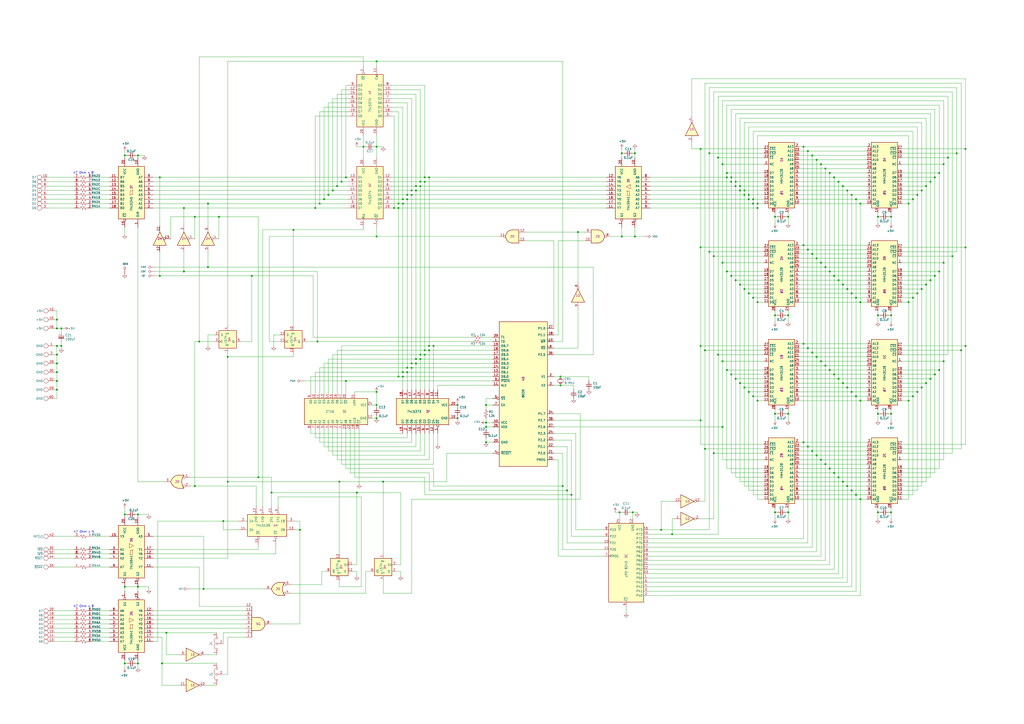
<source format=kicad_sch>
(kicad_sch (version 20210621) (generator eeschema)
  (paper "A2")
  (title_block (title "Q10MF BOARD Schematic") (comment 1 "QC(X)-10 OPTION") (comment 2 "UNIT Y135205000"))
  (lib_symbols
    (symbol "74xx:74LS00" (pin_names (offset 1.016))
      (property "Reference" "U" (at 0 1.27 0))
      (property "Value" "74LS00" (at 0 -1.27 0))
      (symbol "74LS00_1_1"
        (pin input line (at -7.62 2.54 0) (length 3.81) (name "~") (number "1"))
        (pin input line (at -7.62 -2.54 0) (length 3.81) (name "~") (number "2"))
        (pin output inverted (at 7.62 0 180) (length 3.81) (name "~") (number "3"))
      )
      (symbol "74LS00_1_2"
        (pin input inverted (at -7.62 2.54 0) (length 4.318) (name "~") (number "1"))
        (pin input inverted (at -7.62 -2.54 0) (length 4.318) (name "~") (number "2"))
        (pin output line (at 7.62 0 180) (length 3.81) (name "~") (number "3"))
      )
      (symbol "74LS00_2_1"
        (pin input line (at -7.62 2.54 0) (length 3.81) (name "~") (number "4"))
        (pin input line (at -7.62 -2.54 0) (length 3.81) (name "~") (number "5"))
        (pin output inverted (at 7.62 0 180) (length 3.81) (name "~") (number "6"))
      )
      (symbol "74LS00_2_2"
        (pin input inverted (at -7.62 2.54 0) (length 4.318) (name "~") (number "4"))
        (pin input inverted (at -7.62 -2.54 0) (length 4.318) (name "~") (number "5"))
        (pin output line (at 7.62 0 180) (length 3.81) (name "~") (number "6"))
      )
      (symbol "74LS00_3_1"
        (pin input line (at -7.62 -2.54 0) (length 3.81) (name "~") (number "10"))
        (pin output inverted (at 7.62 0 180) (length 3.81) (name "~") (number "8"))
        (pin input line (at -7.62 2.54 0) (length 3.81) (name "~") (number "9"))
      )
      (symbol "74LS00_3_2"
        (pin input inverted (at -7.62 -2.54 0) (length 4.318) (name "~") (number "10"))
        (pin output line (at 7.62 0 180) (length 3.81) (name "~") (number "8"))
        (pin input inverted (at -7.62 2.54 0) (length 4.318) (name "~") (number "9"))
      )
      (symbol "74LS00_4_1"
        (pin output inverted (at 7.62 0 180) (length 3.81) (name "~") (number "11"))
        (pin input line (at -7.62 2.54 0) (length 3.81) (name "~") (number "12"))
        (pin input line (at -7.62 -2.54 0) (length 3.81) (name "~") (number "13"))
      )
      (symbol "74LS00_4_2"
        (pin output line (at 7.62 0 180) (length 3.81) (name "~") (number "11"))
        (pin input inverted (at -7.62 2.54 0) (length 4.318) (name "~") (number "12"))
        (pin input inverted (at -7.62 -2.54 0) (length 4.318) (name "~") (number "13"))
      )
      (symbol "74LS00_5_0"
        (pin power_in line (at 0 12.7 270) (length 5.08) (name "VCC") (number "14"))
        (pin power_in line (at 0 -12.7 90) (length 5.08) (name "GND") (number "7"))
      )
    )
    (symbol "74xx:74LS04"
      (property "Reference" "U" (at 0 1.27 0))
      (property "Value" "74LS04" (at 0 -1.27 0))
      (symbol "74LS04_1_0"
        (pin input line (at -7.62 0 0) (length 3.81) (name "~") (number "1"))
        (pin output inverted (at 7.62 0 180) (length 3.81) (name "~") (number "2"))
      )
      (symbol "74LS04_2_0"
        (pin input line (at -7.62 0 0) (length 3.81) (name "~") (number "3"))
        (pin output inverted (at 7.62 0 180) (length 3.81) (name "~") (number "4"))
      )
      (symbol "74LS04_3_0"
        (pin input line (at -7.62 0 0) (length 3.81) (name "~") (number "5"))
        (pin output inverted (at 7.62 0 180) (length 3.81) (name "~") (number "6"))
      )
      (symbol "74LS04_4_0"
        (pin output inverted (at 7.62 0 180) (length 3.81) (name "~") (number "8"))
        (pin input line (at -7.62 0 0) (length 3.81) (name "~") (number "9"))
      )
      (symbol "74LS04_5_0"
        (pin output inverted (at 7.62 0 180) (length 3.81) (name "~") (number "10"))
        (pin input line (at -7.62 0 0) (length 3.81) (name "~") (number "11"))
      )
      (symbol "74LS04_6_0"
        (pin output inverted (at 7.62 0 180) (length 3.81) (name "~") (number "12"))
        (pin input line (at -7.62 0 0) (length 3.81) (name "~") (number "13"))
      )
      (symbol "74LS04_7_0"
        (pin power_in line (at 0 12.7 270) (length 5.08) (name "VCC") (number "14"))
        (pin power_in line (at 0 -12.7 90) (length 5.08) (name "GND") (number "7"))
      )
    )
    (symbol "74xx:74LS125" (pin_names (offset 1.016))
      (property "Reference" "U" (at 0 1.27 0))
      (property "Value" "74LS125" (at 0 -1.27 0))
      (symbol "74LS125_1_0"
        (pin input inverted (at 0 -6.35 90) (length 4.445) (name "~") (number "1"))
        (pin input line (at -7.62 0 0) (length 3.81) (name "~") (number "2"))
        (pin tri_state line (at 7.62 0 180) (length 3.81) (name "~") (number "3"))
      )
      (symbol "74LS125_2_0"
        (pin input inverted (at 0 -6.35 90) (length 4.445) (name "~") (number "4"))
        (pin input line (at -7.62 0 0) (length 3.81) (name "~") (number "5"))
        (pin tri_state line (at 7.62 0 180) (length 3.81) (name "~") (number "6"))
      )
      (symbol "74LS125_3_0"
        (pin input inverted (at 0 -6.35 90) (length 4.445) (name "~") (number "10"))
        (pin tri_state line (at 7.62 0 180) (length 3.81) (name "~") (number "8"))
        (pin input line (at -7.62 0 0) (length 3.81) (name "~") (number "9"))
      )
      (symbol "74LS125_4_0"
        (pin tri_state line (at 7.62 0 180) (length 3.81) (name "~") (number "11"))
        (pin input line (at -7.62 0 0) (length 3.81) (name "~") (number "12"))
        (pin input inverted (at 0 -6.35 90) (length 4.445) (name "~") (number "13"))
      )
      (symbol "74LS125_5_0"
        (pin power_in line (at 0 12.7 270) (length 5.08) (name "VCC") (number "14"))
        (pin power_in line (at 0 -12.7 90) (length 5.08) (name "GND") (number "7"))
      )
    )
    (symbol "74xx:74LS30" (pin_names (offset 1.016))
      (property "Reference" "U8" (at 0 14.7574 0))
      (property "Value" "74LS30" (at 0 12.446 0))
      (symbol "74LS30_1_1"
        (pin input line (at -7.62 7.62 0) (length 3.81) (name "~") (number "1"))
        (pin input line (at -7.62 -7.62 0) (length 3.81) (name "~") (number "11"))
        (pin input line (at -7.62 -10.16 0) (length 3.81) (name "~") (number "12"))
        (pin input line (at -7.62 5.08 0) (length 3.81) (name "~") (number "2"))
        (pin input line (at -7.62 0 0) (length 3.81) (name "~") (number "3"))
        (pin input line (at -7.62 2.54 0) (length 3.81) (name "~") (number "4"))
        (pin input line (at -7.62 -2.54 0) (length 3.81) (name "~") (number "5"))
        (pin input line (at -7.62 -5.08 0) (length 3.81) (name "~") (number "6"))
        (pin output inverted (at 7.62 0 180) (length 3.81) (name "~") (number "8"))
      )
      (symbol "74LS30_1_2"
        (pin input inverted (at -7.62 7.62 0) (length 3.81) (name "~") (number "1"))
        (pin input inverted (at -7.62 -7.62 0) (length 3.81) (name "~") (number "11"))
        (pin input inverted (at -7.62 -10.16 0) (length 3.81) (name "~") (number "12"))
        (pin input inverted (at -7.62 5.08 0) (length 3.81) (name "~") (number "2"))
        (pin input inverted (at -7.62 2.54 0) (length 4.5466) (name "~") (number "3"))
        (pin input inverted (at -7.62 0 0) (length 5.08) (name "~") (number "4"))
        (pin input inverted (at -7.62 -2.54 0) (length 4.5466) (name "~") (number "5"))
        (pin input inverted (at -7.62 -5.08 0) (length 3.81) (name "~") (number "6"))
        (pin output line (at 7.62 0 180) (length 3.81) (name "~") (number "8"))
      )
      (symbol "74LS30_2_0"
        (pin power_in line (at 0 12.7 270) (length 5.08) (name "VCC") (number "14"))
        (pin power_in line (at 0 -12.7 90) (length 5.08) (name "GND") (number "7"))
      )
    )
    (symbol "Connector:TestPoint_Alt" (pin_numbers hide) (pin_names (offset 0.762) hide)
      (property "Reference" "TP" (at 0 6.858 0))
      (property "Value" "TestPoint_Alt" (at 0 5.08 0))
      (symbol "TestPoint_Alt_1_1"
        (pin passive line (at 0 0 90) (length 2.54) (name "1") (number "1"))
      )
    )
    (symbol "Device:C_Polarized_Small" (pin_numbers hide) (pin_names (offset 0.254) hide)
      (property "Reference" "C" (at 0.254 1.778 0))
      (property "Value" "C_Polarized_Small" (at 0.254 -2.032 0))
      (symbol "C_Polarized_Small_1_1"
        (pin passive line (at 0 2.54 270) (length 1.8542) (name "~") (number "1"))
        (pin passive line (at 0 -2.54 90) (length 1.8542) (name "~") (number "2"))
      )
    )
    (symbol "Device:C_Small" (pin_numbers hide) (pin_names (offset 0.254) hide)
      (property "Reference" "C" (at 0.254 1.778 0))
      (property "Value" "C_Small" (at 0.254 -2.032 0))
      (symbol "C_Small_1_1"
        (pin passive line (at 0 2.54 270) (length 2.032) (name "~") (number "1"))
        (pin passive line (at 0 -2.54 90) (length 2.032) (name "~") (number "2"))
      )
    )
    (symbol "Device:Crystal_Small" (pin_numbers hide) (pin_names (offset 1.016) hide)
      (property "Reference" "Y" (at 0 2.54 0))
      (property "Value" "Crystal_Small" (at 0 -2.54 0))
      (symbol "Crystal_Small_1_1"
        (pin passive line (at -2.54 0 0) (length 1.27) (name "1") (number "1"))
        (pin passive line (at 2.54 0 180) (length 1.27) (name "2") (number "2"))
      )
    )
    (symbol "Device:R_Small_US" (pin_numbers hide) (pin_names (offset 0.254) hide)
      (property "Reference" "R" (at 0.762 0.508 0))
      (property "Value" "R_Small_US" (at 0.762 -1.016 0))
      (symbol "R_Small_US_1_1"
        (pin passive line (at 0 2.54 270) (length 1.016) (name "~") (number "1"))
        (pin passive line (at 0 -2.54 90) (length 1.016) (name "~") (number "2"))
      )
    )
    (symbol "Jumper:Jumper_3_Open" (pin_names (offset 0) hide)
      (property "Reference" "JP" (at -2.54 -2.54 0))
      (property "Value" "Jumper_3_Open" (at 0 2.794 0))
      (symbol "Jumper_3_Open_1_1"
        (pin passive line (at -6.35 0 0) (length 2.54) (name "A") (number "1"))
        (pin input line (at 0 -3.81 90) (length 2.54) (name "C") (number "2"))
        (pin passive line (at 6.35 0 180) (length 2.54) (name "B") (number "3"))
      )
    )
    (symbol "Q10MF:27C16"
      (property "Reference" "U" (at -7.62 24.13 0))
      (property "Value" "27C16" (at 2.54 24.13 0))
      (symbol "27C16_1_1"
        (pin input line (at -10.16 1.27 0) (length 2.54) (name "A7") (number "1"))
        (pin tri_state line (at 10.16 16.51 180) (length 2.54) (name "D1") (number "10"))
        (pin tri_state line (at 10.16 13.97 180) (length 2.54) (name "D2") (number "11"))
        (pin power_in line (at -3.81 -16.51 90) (length 2.54) (name "GND") (number "12"))
        (pin tri_state line (at 10.16 11.43 180) (length 2.54) (name "D3") (number "13"))
        (pin tri_state line (at 10.16 8.89 180) (length 2.54) (name "D4") (number "14"))
        (pin tri_state line (at 10.16 6.35 180) (length 2.54) (name "D5") (number "15"))
        (pin tri_state line (at 10.16 3.81 180) (length 2.54) (name "D6") (number "16"))
        (pin tri_state line (at 10.16 1.27 180) (length 2.54) (name "D7") (number "17"))
        (pin input line (at -10.16 -8.89 0) (length 2.54) (name "~{CE}") (number "18"))
        (pin input line (at -10.16 -6.35 0) (length 2.54) (name "A10") (number "19"))
        (pin input line (at -10.16 3.81 0) (length 2.54) (name "A6") (number "2"))
        (pin input line (at 10.16 -1.27 180) (length 2.54) (name "~{OE}") (number "20"))
        (pin input line (at 10.16 -6.35 180) (length 2.54) (name "VPP") (number "21"))
        (pin input line (at -10.16 -3.81 0) (length 2.54) (name "A9") (number "22"))
        (pin input line (at -10.16 -1.27 0) (length 2.54) (name "A8") (number "23"))
        (pin power_in line (at 3.81 -16.51 90) (length 2.54) (name "VCC") (number "24"))
        (pin no_connect line (at 7.62 0 180) (length 2.54) hide (name "NC") (number "26"))
        (pin input line (at -10.16 6.35 0) (length 2.54) (name "A5") (number "3"))
        (pin input line (at -10.16 8.89 0) (length 2.54) (name "A4") (number "4"))
        (pin input line (at -10.16 11.43 0) (length 2.54) (name "A3") (number "5"))
        (pin input line (at -10.16 13.97 0) (length 2.54) (name "A2") (number "6"))
        (pin input line (at -10.16 16.51 0) (length 2.54) (name "A1") (number "7"))
        (pin input line (at -10.16 19.05 0) (length 2.54) (name "A0") (number "8"))
        (pin tri_state line (at 10.16 19.05 180) (length 2.54) (name "D0") (number "9"))
      )
    )
    (symbol "Q10MF:74LS139" (pin_names (offset 1.016))
      (property "Reference" "U" (at -10.16 7.62 0))
      (property "Value" "74LS139" (at -11.43 -7.62 0))
      (symbol "74LS139_1_0"
        (pin input inverted (at 5.08 -11.43 90) (length 5.08) (name "~{1E}") (number "1"))
        (pin no_connect inverted (at 1.27 -6.35 90) (length 5.08) hide (name "2Y2") (number "10"))
        (pin output inverted (at 2.54 11.43 270) (length 5.08) (name "2Y1") (number "11"))
        (pin output inverted (at -6.35 11.43 270) (length 5.08) (name "2Y0") (number "12"))
        (pin input line (at 16.51 -2.54 180) (length 5.08) (name "2B") (number "13"))
        (pin input line (at -16.51 -2.54 0) (length 5.08) (name "2A") (number "14"))
        (pin input inverted (at -5.08 -11.43 90) (length 5.08) (name "~{2E}") (number "15"))
        (pin input line (at -16.51 2.54 0) (length 5.08) (name "1A") (number "2"))
        (pin input line (at 16.51 2.54 180) (length 5.08) (name "1B") (number "3"))
        (pin output inverted (at -2.54 11.43 270) (length 5.08) (name "1Y0") (number "4"))
        (pin output inverted (at 6.35 11.43 270) (length 5.08) (name "1Y1") (number "5"))
        (pin no_connect inverted (at -3.81 -6.35 90) (length 5.08) hide (name "1Y2") (number "6"))
        (pin no_connect inverted (at -1.27 -6.35 90) (length 5.08) hide (name "1Y3") (number "7"))
        (pin no_connect inverted (at 3.81 -6.35 90) (length 5.08) hide (name "2Y3") (number "9"))
      )
      (symbol "74LS139_2_1"
        (pin power_in line (at -3.81 13.97 270) (length 5.08) (name "VCC") (number "16"))
        (pin power_in line (at -3.81 -11.43 90) (length 5.08) (name "GND") (number "8"))
      )
    )
    (symbol "Q10MF:74LS245" (pin_names (offset 1.016))
      (property "Reference" "U" (at -7.62 16.51 0))
      (property "Value" "74LS245" (at 8.89 -16.51 0))
      (symbol "74LS245_1_0"
        (pin input line (at -3.81 20.32 270) (length 5.08) (name "DIR") (number "1"))
        (pin power_in line (at -3.81 -20.32 90) (length 5.08) (name "GND") (number "10"))
        (pin tri_state line (at 12.7 -8.89 180) (length 5.08) (name "B7") (number "11"))
        (pin tri_state line (at 12.7 -6.35 180) (length 5.08) (name "B6") (number "12"))
        (pin tri_state line (at 12.7 -3.81 180) (length 5.08) (name "B5") (number "13"))
        (pin tri_state line (at 12.7 -1.27 180) (length 5.08) (name "B4") (number "14"))
        (pin tri_state line (at 12.7 1.27 180) (length 5.08) (name "B3") (number "15"))
        (pin tri_state line (at 12.7 3.81 180) (length 5.08) (name "B2") (number "16"))
        (pin tri_state line (at 12.7 6.35 180) (length 5.08) (name "B1") (number "17"))
        (pin tri_state line (at 12.7 8.89 180) (length 5.08) (name "B0") (number "18"))
        (pin input inverted (at 3.81 20.32 270) (length 5.08) (name "~{CE}") (number "19"))
        (pin tri_state line (at -12.7 8.89 0) (length 5.08) (name "A0") (number "2"))
        (pin power_in line (at 3.81 -20.32 90) (length 5.08) (name "VCC") (number "20"))
        (pin tri_state line (at -12.7 6.35 0) (length 5.08) (name "A1") (number "3"))
        (pin tri_state line (at -12.7 3.81 0) (length 5.08) (name "A2") (number "4"))
        (pin tri_state line (at -12.7 1.27 0) (length 5.08) (name "A3") (number "5"))
        (pin tri_state line (at -12.7 -1.27 0) (length 5.08) (name "A4") (number "6"))
        (pin tri_state line (at -12.7 -3.81 0) (length 5.08) (name "A5") (number "7"))
        (pin tri_state line (at -12.7 -6.35 0) (length 5.08) (name "A6") (number "8"))
        (pin tri_state line (at -12.7 -8.89 0) (length 5.08) (name "A7") (number "9"))
      )
    )
    (symbol "Q10MF:74LS373"
      (property "Value" "74LS373" (at -0.635 0 90))
      (property "Ref" "3F" (at 4.445 0 90))
      (symbol "74LS373_1_0"
        (pin input inverted (at -12.7 -8.89 0) (length 5.08) (name "~{OE}") (number "1"))
        (pin power_in line (at -3.81 -20.32 90) (length 5.08) (name "GND") (number "10"))
        (pin input line (at 12.7 -8.89 180) (length 5.08) (name "LE") (number "11"))
        (pin tri_state line (at -12.7 -6.35 0) (length 5.08) (name "O4") (number "12"))
        (pin input line (at 12.7 -6.35 180) (length 5.08) (name "D4") (number "13"))
        (pin input line (at 12.7 1.27 180) (length 5.08) (name "D5") (number "14"))
        (pin tri_state line (at -12.7 1.27 0) (length 5.08) (name "O5") (number "15"))
        (pin tri_state line (at -12.7 6.35 0) (length 5.08) (name "O6") (number "16"))
        (pin input line (at 12.7 6.35 180) (length 5.08) (name "D6") (number "17"))
        (pin input line (at 12.7 11.43 180) (length 5.08) (name "D7") (number "18"))
        (pin tri_state line (at -12.7 11.43 0) (length 5.08) (name "O7") (number "19"))
        (pin tri_state line (at -12.7 8.89 0) (length 5.08) (name "O0") (number "2"))
        (pin power_in line (at 3.81 -20.32 90) (length 5.08) (name "VCC") (number "20"))
        (pin input line (at 12.7 8.89 180) (length 5.08) (name "D0") (number "3"))
        (pin input line (at 12.7 3.81 180) (length 5.08) (name "D1") (number "4"))
        (pin tri_state line (at -12.7 3.81 0) (length 5.08) (name "O1") (number "5"))
        (pin tri_state line (at -12.7 -1.27 0) (length 5.08) (name "O2") (number "6"))
        (pin input line (at 12.7 -1.27 180) (length 5.08) (name "D2") (number "7"))
        (pin input line (at 12.7 -3.81 180) (length 5.08) (name "D3") (number "8"))
        (pin tri_state line (at -12.7 -3.81 0) (length 5.08) (name "O3") (number "9"))
      )
    )
    (symbol "Q10MF:74LS374"
      (property "Reference" "U13" (at -7.62 16.51 0))
      (property "Value" "74LS374" (at 8.89 16.51 0))
      (symbol "74LS374_1_0"
        (pin input inverted (at 3.81 -20.32 90) (length 5.08) (name "~{OE}") (number "1"))
        (pin power_in line (at 3.81 20.32 270) (length 5.08) (name "GND") (number "10"))
        (pin input clock (at -3.81 -20.32 90) (length 5.08) (name "Cp") (number "11"))
        (pin tri_state line (at 12.7 8.89 180) (length 5.08) (name "O4") (number "12"))
        (pin input line (at -12.7 8.89 0) (length 5.08) (name "D4") (number "13"))
        (pin input line (at -12.7 1.27 0) (length 5.08) (name "D5") (number "14"))
        (pin tri_state line (at 12.7 1.27 180) (length 5.08) (name "O5") (number "15"))
        (pin tri_state line (at 12.7 -3.81 180) (length 5.08) (name "O6") (number "16"))
        (pin input line (at -12.7 -3.81 0) (length 5.08) (name "D6") (number "17"))
        (pin input line (at -12.7 -8.89 0) (length 5.08) (name "D7") (number "18"))
        (pin tri_state line (at 12.7 -8.89 180) (length 5.08) (name "O7") (number "19"))
        (pin tri_state line (at 12.7 -6.35 180) (length 5.08) (name "O0") (number "2"))
        (pin power_in line (at -3.81 20.32 270) (length 5.08) (name "VCC") (number "20"))
        (pin input line (at -12.7 -6.35 0) (length 5.08) (name "D0") (number "3"))
        (pin input line (at -12.7 -1.27 0) (length 5.08) (name "D1") (number "4"))
        (pin tri_state line (at 12.7 -1.27 180) (length 5.08) (name "O1") (number "5"))
        (pin tri_state line (at 12.7 3.81 180) (length 5.08) (name "O2") (number "6"))
        (pin input line (at -12.7 3.81 0) (length 5.08) (name "D2") (number "7"))
        (pin input line (at -12.7 6.35 0) (length 5.08) (name "D3") (number "8"))
        (pin tri_state line (at 12.7 6.35 180) (length 5.08) (name "O3") (number "9"))
      )
    )
    (symbol "Q10MF:74LS374_1"
      (property "Reference" "U12" (at 7.62 -16.51 0))
      (property "Value" "74LS374" (at -8.89 -16.51 0))
      (symbol "74LS374_1_1_0"
        (pin input inverted (at 3.81 -20.32 90) (length 5.08) (name "~{OE}") (number "1"))
        (pin power_in line (at -3.81 20.32 270) (length 5.08) (name "GND") (number "10"))
        (pin input clock (at -3.81 -20.32 90) (length 5.08) (name "Cp") (number "11"))
        (pin tri_state line (at 12.7 -6.35 180) (length 5.08) (name "O4") (number "12"))
        (pin input line (at -12.7 -6.35 0) (length 5.08) (name "D4") (number "13"))
        (pin input line (at -12.7 -3.81 0) (length 5.08) (name "D5") (number "14"))
        (pin tri_state line (at 12.7 -3.81 180) (length 5.08) (name "O5") (number "15"))
        (pin tri_state line (at 12.7 1.27 180) (length 5.08) (name "O6") (number "16"))
        (pin input line (at -12.7 1.27 0) (length 5.08) (name "D6") (number "17"))
        (pin input line (at -12.7 6.35 0) (length 5.08) (name "D7") (number "18"))
        (pin tri_state line (at 12.7 6.35 180) (length 5.08) (name "O7") (number "19"))
        (pin tri_state line (at 12.7 8.89 180) (length 5.08) (name "O0") (number "2"))
        (pin power_in line (at 3.81 20.32 270) (length 5.08) (name "VCC") (number "20"))
        (pin input line (at -12.7 8.89 0) (length 5.08) (name "D0") (number "3"))
        (pin input line (at -12.7 3.81 0) (length 5.08) (name "D1") (number "4"))
        (pin tri_state line (at 12.7 3.81 180) (length 5.08) (name "O1") (number "5"))
        (pin tri_state line (at 12.7 -1.27 180) (length 5.08) (name "O2") (number "6"))
        (pin input line (at -12.7 -1.27 0) (length 5.08) (name "D2") (number "7"))
        (pin input line (at -12.7 -8.89 0) (length 5.08) (name "D3") (number "8"))
        (pin tri_state line (at 12.7 -8.89 180) (length 5.08) (name "O3") (number "9"))
      )
    )
    (symbol "Q10MF:74LS541" (pin_names (offset 1.016))
      (property "Reference" "U17" (at -7.62 16.51 0))
      (property "Value" "74LS541" (at 8.89 16.51 0))
      (symbol "74LS541_1_0"
        (pin input inverted (at 3.81 -20.32 90) (length 5.08) (name "G1") (number "1"))
        (pin power_in line (at -3.81 20.32 270) (length 5.08) (name "GND") (number "10"))
        (pin tri_state line (at 12.7 -8.89 180) (length 5.08) (name "Y7") (number "11"))
        (pin tri_state line (at 12.7 8.89 180) (length 5.08) (name "Y6") (number "12"))
        (pin tri_state line (at 12.7 6.35 180) (length 5.08) (name "Y5") (number "13"))
        (pin tri_state line (at 12.7 3.81 180) (length 5.08) (name "Y4") (number "14"))
        (pin tri_state line (at 12.7 1.27 180) (length 5.08) (name "Y3") (number "15"))
        (pin tri_state line (at 12.7 -1.27 180) (length 5.08) (name "Y2") (number "16"))
        (pin tri_state line (at 12.7 -6.35 180) (length 5.08) (name "Y1") (number "17"))
        (pin tri_state line (at 12.7 -3.81 180) (length 5.08) (name "Y0") (number "18"))
        (pin input inverted (at -3.81 -20.32 90) (length 5.08) (name "G2") (number "19"))
        (pin input line (at -12.7 -3.81 0) (length 5.08) (name "A0") (number "2"))
        (pin power_in line (at 3.81 20.32 270) (length 5.08) (name "VCC") (number "20"))
        (pin input line (at -12.7 -6.35 0) (length 5.08) (name "A1") (number "3"))
        (pin input line (at -12.7 -1.27 0) (length 5.08) (name "A2") (number "4"))
        (pin input line (at -12.7 1.27 0) (length 5.08) (name "A3") (number "5"))
        (pin input line (at -12.7 3.81 0) (length 5.08) (name "A4") (number "6"))
        (pin input line (at -12.7 6.35 0) (length 5.08) (name "A5") (number "7"))
        (pin input line (at -12.7 8.89 0) (length 5.08) (name "A6") (number "8"))
        (pin input line (at -12.7 -8.89 0) (length 5.08) (name "A7") (number "9"))
      )
    )
    (symbol "Q10MF:74LS541_1" (pin_names (offset 1.016))
      (property "Reference" "U2" (at 7.62 16.51 0))
      (property "Value" "74LS541" (at -8.89 16.51 0))
      (symbol "74LS541_1_1_0"
        (pin input inverted (at -3.81 -20.32 90) (length 5.08) (name "G1") (number "1"))
        (pin power_in line (at 3.81 20.32 270) (length 5.08) (name "GND") (number "10"))
        (pin tri_state line (at 12.7 -8.89 180) (length 5.08) (name "Y7") (number "11"))
        (pin tri_state line (at 12.7 -1.27 180) (length 5.08) (name "Y6") (number "12"))
        (pin no_connect line (at 7.62 -6.35 180) (length 5.08) hide (name "Y5") (number "13"))
        (pin no_connect line (at 7.62 3.81 180) (length 5.08) hide (name "Y4") (number "14"))
        (pin tri_state line (at -12.7 8.89 0) (length 5.08) (name "Y3") (number "15"))
        (pin tri_state line (at 12.7 -3.81 180) (length 5.08) (name "Y2") (number "16"))
        (pin tri_state line (at 12.7 1.27 180) (length 5.08) (name "Y1") (number "17"))
        (pin no_connect line (at 7.62 6.35 180) (length 5.08) hide (name "Y0") (number "18"))
        (pin input inverted (at 3.81 -20.32 90) (length 5.08) (name "G2") (number "19"))
        (pin no_connect line (at -7.62 6.35 0) (length 5.08) hide (name "A0") (number "2"))
        (pin power_in line (at -3.81 20.32 270) (length 5.08) (name "VCC") (number "20"))
        (pin input line (at -12.7 1.27 0) (length 5.08) (name "A1") (number "3"))
        (pin input line (at -12.7 -3.81 0) (length 5.08) (name "A2") (number "4"))
        (pin input line (at 12.7 8.89 180) (length 5.08) (name "A3") (number "5"))
        (pin no_connect line (at -7.62 3.81 0) (length 5.08) hide (name "A4") (number "6"))
        (pin no_connect line (at -7.62 -6.35 0) (length 5.08) hide (name "A5") (number "7"))
        (pin input line (at -12.7 -1.27 0) (length 5.08) (name "A6") (number "8"))
        (pin input line (at -12.7 -8.89 0) (length 5.08) (name "A7") (number "9"))
      )
    )
    (symbol "Q10MF:74LS541_2" (pin_names (offset 1.016))
      (property "Reference" "U3" (at 7.62 -16.51 0))
      (property "Value" "74LS541" (at -8.89 -16.51 0))
      (symbol "74LS541_2_1_0"
        (pin input inverted (at -3.81 20.32 270) (length 5.08) (name "G1") (number "1"))
        (pin power_in line (at 3.81 -20.32 90) (length 5.08) (name "GND") (number "10"))
        (pin tri_state line (at 12.7 -8.89 180) (length 5.08) (name "Y7") (number "11"))
        (pin tri_state line (at 12.7 8.89 180) (length 5.08) (name "Y6") (number "12"))
        (pin tri_state line (at 12.7 -1.27 180) (length 5.08) (name "Y5") (number "13"))
        (pin tri_state line (at 12.7 6.35 180) (length 5.08) (name "Y4") (number "14"))
        (pin tri_state line (at 12.7 -3.81 180) (length 5.08) (name "Y3") (number "15"))
        (pin tri_state line (at 12.7 3.81 180) (length 5.08) (name "Y2") (number "16"))
        (pin tri_state line (at 12.7 -6.35 180) (length 5.08) (name "Y1") (number "17"))
        (pin tri_state line (at 12.7 1.27 180) (length 5.08) (name "Y0") (number "18"))
        (pin input inverted (at 3.81 20.32 270) (length 5.08) (name "G2") (number "19"))
        (pin input line (at -12.7 1.27 0) (length 5.08) (name "A0") (number "2"))
        (pin power_in line (at -3.81 -20.32 90) (length 5.08) (name "VCC") (number "20"))
        (pin input line (at -12.7 -6.35 0) (length 5.08) (name "A1") (number "3"))
        (pin input line (at -12.7 3.81 0) (length 5.08) (name "A2") (number "4"))
        (pin input line (at -12.7 -3.81 0) (length 5.08) (name "A3") (number "5"))
        (pin input line (at -12.7 6.35 0) (length 5.08) (name "A4") (number "6"))
        (pin input line (at -12.7 -1.27 0) (length 5.08) (name "A5") (number "7"))
        (pin input line (at -12.7 8.89 0) (length 5.08) (name "A6") (number "8"))
        (pin input line (at -12.7 -8.89 0) (length 5.08) (name "A7") (number "9"))
      )
    )
    (symbol "Q10MF:74LS74" (pin_names (offset 1.016))
      (property "Reference" "U7" (at 5.08 -6.35 0))
      (property "Value" "74LS74" (at -5.08 -6.35 0))
      (symbol "74LS74_1_0"
        (pin input line (at 0 -7.62 90) (length 2.54) (name "~{R}") (number "1"))
        (pin input line (at -7.62 2.54 0) (length 2.54) (name "D") (number "2"))
        (pin input clock (at -7.62 -1.27 0) (length 2.54) (name "C") (number "3"))
        (pin input line (at 0 7.62 270) (length 2.54) (name "~{S}") (number "4"))
        (pin output line (at 7.62 -1.27 180) (length 2.54) (name "Q") (number "5"))
        (pin output line (at 7.62 2.54 180) (length 2.54) (name "~{Q}") (number "6"))
      )
      (symbol "74LS74_2_0"
        (pin input line (at 0 7.62 270) (length 2.54) (name "~{S}") (number "10"))
        (pin input clock (at -7.62 -1.27 0) (length 2.54) (name "C") (number "11"))
        (pin input line (at -7.62 2.54 0) (length 2.54) (name "D") (number "12"))
        (pin input line (at 0 -7.62 90) (length 2.54) (name "~{R}") (number "13"))
        (pin no_connect line (at 5.08 2.54 180) (length 2.54) hide (name "~{Q}") (number "8"))
        (pin output line (at 7.62 -1.27 180) (length 2.54) (name "Q") (number "9"))
      )
      (symbol "74LS74_3_0"
        (pin power_in line (at 0 10.16 270) (length 2.54) (name "VCC") (number "14"))
        (pin power_in line (at 0 -10.16 90) (length 2.54) (name "GND") (number "7"))
      )
    )
    (symbol "Q10MF:74LS74_1" (pin_names (offset 1.016))
      (property "Reference" "U10" (at -5.08 6.35 0))
      (property "Value" "74LS74" (at 6.35 6.35 0))
      (symbol "74LS74_1_1_0"
        (pin input line (at 0 -7.62 90) (length 2.54) (name "~{R}") (number "1"))
        (pin input line (at -7.62 2.54 0) (length 2.54) (name "D") (number "2"))
        (pin input clock (at -7.62 -1.27 0) (length 2.54) (name "C") (number "3"))
        (pin input line (at 0 7.62 270) (length 2.54) (name "~{S}") (number "4"))
        (pin output line (at 7.62 -1.27 180) (length 2.54) (name "Q") (number "5"))
        (pin output line (at 7.62 2.54 180) (length 2.54) (name "~{Q}") (number "6"))
      )
      (symbol "74LS74_1_2_0"
        (pin input line (at 0 7.62 270) (length 2.54) (name "~{S}") (number "10"))
        (pin input clock (at -7.62 -1.27 0) (length 2.54) (name "C") (number "11"))
        (pin input line (at -7.62 2.54 0) (length 2.54) (name "D") (number "12"))
        (pin input line (at 0 -7.62 90) (length 2.54) (name "~{R}") (number "13"))
        (pin output line (at 7.62 2.54 180) (length 2.54) (name "~{Q}") (number "8"))
        (pin no_connect line (at 5.08 -1.27 180) (length 2.54) hide (name "Q") (number "9"))
      )
      (symbol "74LS74_1_3_0"
        (pin power_in line (at 0 10.16 270) (length 2.54) (name "VCC") (number "14"))
        (pin power_in line (at 0 -10.16 90) (length 2.54) (name "GND") (number "7"))
      )
    )
    (symbol "Q10MF:74LS74_2" (pin_names (offset 1.016))
      (property "Reference" "U10" (at -5.08 6.35 0))
      (property "Value" "74LS74" (at 5.08 6.35 0))
      (symbol "74LS74_2_1_0"
        (pin input line (at 0 -7.62 90) (length 2.54) (name "~{R}") (number "1"))
        (pin input line (at -7.62 2.54 0) (length 2.54) (name "D") (number "2"))
        (pin input clock (at -7.62 -1.27 0) (length 2.54) (name "C") (number "3"))
        (pin input line (at 0 7.62 270) (length 2.54) (name "~{S}") (number "4"))
        (pin no_connect line (at 5.08 -1.27 180) (length 2.54) hide (name "Q") (number "5"))
        (pin output line (at 7.62 2.54 180) (length 2.54) (name "~{Q}") (number "6"))
      )
      (symbol "74LS74_2_2_0"
        (pin input line (at 0 7.62 270) (length 2.54) (name "~{S}") (number "10"))
        (pin input clock (at -7.62 -1.27 0) (length 2.54) (name "C") (number "11"))
        (pin input line (at -7.62 2.54 0) (length 2.54) (name "D") (number "12"))
        (pin input line (at 0 -7.62 90) (length 2.54) (name "~{R}") (number "13"))
        (pin output line (at 7.62 2.54 180) (length 2.54) (name "~{Q}") (number "8"))
        (pin output line (at 7.62 -1.27 180) (length 2.54) (name "Q") (number "9"))
      )
      (symbol "74LS74_2_3_0"
        (pin power_in line (at 0 10.16 270) (length 2.54) (name "VCC") (number "14"))
        (pin power_in line (at 0 -10.16 90) (length 2.54) (name "GND") (number "7"))
      )
    )
    (symbol "Q10MF:74LS74_3" (pin_names (offset 1.016))
      (property "Reference" "U7" (at 5.08 -6.35 0))
      (property "Value" "74LS74" (at -5.08 -6.35 0))
      (symbol "74LS74_3_1_0"
        (pin input line (at 0 -7.62 90) (length 2.54) (name "~{R}") (number "1"))
        (pin input line (at -7.62 2.54 0) (length 2.54) (name "D") (number "2"))
        (pin input clock (at -7.62 -1.27 0) (length 2.54) (name "C") (number "3"))
        (pin input line (at 0 7.62 270) (length 2.54) (name "~{S}") (number "4"))
        (pin output line (at 7.62 -1.27 180) (length 2.54) (name "Q") (number "5"))
        (pin no_connect line (at 5.08 2.54 180) (length 2.54) hide (name "~{Q}") (number "6"))
      )
      (symbol "74LS74_3_2_0"
        (pin input line (at 0 7.62 270) (length 2.54) (name "~{S}") (number "10"))
        (pin input clock (at -7.62 -1.27 0) (length 2.54) (name "C") (number "11"))
        (pin input line (at -7.62 2.54 0) (length 2.54) (name "D") (number "12"))
        (pin input line (at 0 -7.62 90) (length 2.54) (name "~{R}") (number "13"))
        (pin output line (at 7.62 2.54 180) (length 2.54) (name "~{Q}") (number "8"))
        (pin output line (at 7.62 -1.27 180) (length 2.54) (name "Q") (number "9"))
      )
      (symbol "74LS74_3_3_0"
        (pin power_in line (at 0 10.16 270) (length 2.54) (name "VCC") (number "14"))
        (pin power_in line (at 0 -10.16 90) (length 2.54) (name "GND") (number "7"))
      )
    )
    (symbol "Q10MF:8039" (pin_names (offset 1.016))
      (property "Reference" "U" (at -13.97 35.56 0))
      (property "Value" "8039" (at 8.89 35.56 0))
      (symbol "8039_1_1"
        (pin input line (at -17.78 22.86 0) (length 3.81) (name "T0") (number "1"))
        (pin output output_low (at 17.78 22.86 180) (length 3.81) (name "~{WR}") (number "10"))
        (pin output line (at -17.78 -2.54 0) (length 3.81) (name "ALE") (number "11"))
        (pin bidirectional line (at -17.78 2.54 0) (length 3.81) (name "DB.0") (number "12"))
        (pin bidirectional line (at -17.78 5.08 0) (length 3.81) (name "DB.1") (number "13"))
        (pin bidirectional line (at -17.78 7.62 0) (length 3.81) (name "DB.2") (number "14"))
        (pin bidirectional line (at -17.78 10.16 0) (length 3.81) (name "DB.3") (number "15"))
        (pin bidirectional line (at -17.78 12.7 0) (length 3.81) (name "DB.4") (number "16"))
        (pin bidirectional line (at -17.78 15.24 0) (length 3.81) (name "DB.5") (number "17"))
        (pin bidirectional line (at -17.78 17.78 0) (length 3.81) (name "DB.6") (number "18"))
        (pin bidirectional line (at -17.78 20.32 0) (length 3.81) (name "DB.7") (number "19"))
        (pin input line (at 17.78 2.54 180) (length 3.81) (name "X1") (number "2"))
        (pin power_in line (at -17.78 -35.56 0) (length 3.81) (name "GND") (number "20"))
        (pin bidirectional line (at 17.78 -41.91 180) (length 3.81) (name "P2.0") (number "21"))
        (pin bidirectional line (at 17.78 -38.1 180) (length 3.81) (name "P2.1") (number "22"))
        (pin bidirectional line (at 17.78 -34.29 180) (length 3.81) (name "P2.2") (number "23"))
        (pin bidirectional line (at 17.78 -30.48 180) (length 3.81) (name "P2.3") (number "24"))
        (pin output line (at 17.78 -45.72 180) (length 3.81) (name "PROG") (number "25"))
        (pin power_in line (at -17.78 -26.67 0) (length 3.81) (name "VDD") (number "26"))
        (pin bidirectional line (at 17.78 30.48 180) (length 3.81) (name "P1.0") (number "27"))
        (pin bidirectional line (at 17.78 26.67 180) (length 3.81) (name "P1.1") (number "28"))
        (pin no_connect line (at 1.27 34.29 270) (length 3.81) hide (name "P1.2") (number "29"))
        (pin output line (at 17.78 -2.54 180) (length 3.81) (name "X2") (number "3"))
        (pin no_connect line (at 3.81 34.29 270) (length 3.81) hide (name "P1.3") (number "30"))
        (pin no_connect line (at -3.81 -49.53 90) (length 3.81) hide (name "P1.4") (number "31"))
        (pin no_connect line (at -1.27 -49.53 90) (length 3.81) hide (name "P1.5") (number "32"))
        (pin no_connect line (at 1.27 -49.53 90) (length 3.81) hide (name "P1.6") (number "33"))
        (pin bidirectional line (at 17.78 -19.05 180) (length 3.81) (name "P1.7") (number "34"))
        (pin no_connect line (at 3.81 -49.53 90) (length 3.81) hide (name "P2.4") (number "35"))
        (pin bidirectional line (at 17.78 15.24 180) (length 3.81) (name "P2.5") (number "36"))
        (pin bidirectional line (at 17.78 -26.67 180) (length 3.81) (name "P2.6") (number "37"))
        (pin bidirectional line (at 17.78 -22.86 180) (length 3.81) (name "P2.7") (number "38"))
        (pin input line (at -17.78 25.4 0) (length 3.81) (name "T1") (number "39"))
        (pin input inverted (at -17.78 -41.91 0) (length 3.81) (name "~{RESET}") (number "4"))
        (pin power_in line (at -17.78 -24.13 0) (length 3.81) (name "VCC") (number "40"))
        (pin input inverted (at -17.78 -10.16 0) (length 3.81) (name "~{SS}") (number "5"))
        (pin no_connect inverted (at 6.35 -49.53 90) (length 3.81) hide (name "~{INT}") (number "6"))
        (pin input line (at -17.78 -13.97 0) (length 3.81) (name "EA") (number "7"))
        (pin output output_low (at 17.78 19.05 180) (length 3.81) (name "~{RD}") (number "8"))
        (pin output output_low (at -17.78 0 0) (length 3.81) (name "~{PSEN}") (number "9"))
      )
    )
    (symbol "Q10MF:EdgeConn" (pin_names (offset 2.9972))
      (property "Reference" "X" (at -1.27 10.16 0))
      (property "Value" "EdgeConn" (at 7.62 10.16 0))
      (symbol "EdgeConn_1_0"
        (pin passive line (at 5.08 7.62 180) (length 3.81) (name "D7") (number "10"))
      )
      (symbol "EdgeConn_1_1"
        (pin passive line (at 5.08 -10.16 180) (length 3.81) (name "D0") (number "3"))
        (pin passive line (at 5.08 -7.62 180) (length 3.81) (name "D1") (number "4"))
        (pin passive line (at 5.08 -5.08 180) (length 3.81) (name "D2") (number "5"))
        (pin passive line (at 5.08 -2.54 180) (length 3.81) (name "D3") (number "6"))
        (pin passive line (at 5.08 0 180) (length 3.81) (name "D4") (number "7"))
        (pin passive line (at 5.08 2.54 180) (length 3.81) (name "D5") (number "8"))
        (pin passive line (at 5.08 5.08 180) (length 3.81) (name "D6") (number "9"))
      )
      (symbol "EdgeConn_2_0"
        (pin passive line (at 5.08 7.62 180) (length 3.81) (name "A7") (number "20"))
      )
      (symbol "EdgeConn_2_1"
        (pin passive line (at 5.08 -10.16 180) (length 3.81) (name "A0") (number "13"))
        (pin passive line (at 5.08 -7.62 180) (length 3.81) (name "A1") (number "14"))
        (pin passive line (at 5.08 -5.08 180) (length 3.81) (name "A2") (number "15"))
        (pin passive line (at 5.08 -2.54 180) (length 3.81) (name "A3") (number "16"))
        (pin passive line (at 5.08 0 180) (length 3.81) (name "A4") (number "17"))
        (pin passive line (at 5.08 2.54 180) (length 3.81) (name "A5") (number "18"))
        (pin passive line (at 5.08 5.08 180) (length 3.81) (name "A6") (number "19"))
      )
      (symbol "EdgeConn_3_0"
        (pin passive line (at 5.08 7.62 180) (length 3.81) (name "INT(L)") (number "42"))
      )
      (symbol "EdgeConn_3_1"
        (pin passive line (at 5.08 -10.16 180) (length 3.81) (name "~{BSAK}") (number "33"))
        (pin passive line (at 5.08 0 180) (length 3.81) (name "~{IRD}") (number "35"))
        (pin passive line (at 5.08 -5.08 180) (length 3.81) (name "~{RSET}") (number "44"))
        (pin passive line (at 5.08 -2.54 180) (length 3.81) (name "~{IWS}") (number "52"))
      )
      (symbol "EdgeConn_4_0"
        (pin passive line (at 5.08 7.62 180) (length 3.81) (name "+5V") (number "43"))
      )
      (symbol "EdgeConn_4_1"
        (pin passive line (at 5.08 -12.7 180) (length 3.81) (name "GND") (number "1"))
        (pin passive line (at 5.08 -17.78 180) (length 3.81) (name "GND") (number "2"))
        (pin passive line (at 5.08 -22.86 180) (length 3.81) (name "GND") (number "29"))
        (pin passive line (at 5.08 -27.94 180) (length 3.81) (name "GND") (number "30"))
        (pin passive line (at 5.08 -33.02 180) (length 3.81) (name "GND") (number "32"))
        (pin passive line (at 5.08 2.54 180) (length 3.81) (name "+5V") (number "45"))
        (pin passive line (at 5.08 -2.54 180) (length 3.81) (name "+5V") (number "46"))
        (pin passive line (at 5.08 -38.1 180) (length 3.81) (name "GND") (number "59"))
        (pin passive line (at 5.08 -43.18 180) (length 3.81) (name "GND") (number "60"))
      )
    )
    (symbol "Q10MF:HN43128"
      (property "Reference" "U" (at -7.62 26.67 0))
      (property "Value" "HN43128" (at -3.81 26.67 0))
      (symbol "HN43128_1_1"
        (pin input line (at -10.16 12.7 0) (length 2.54) (name "NC") (number "1"))
        (pin input line (at 10.16 -10.16 180) (length 2.54) (name "A0") (number "10"))
        (pin tri_state line (at -10.16 -10.16 0) (length 2.54) (name "D0") (number "11"))
        (pin tri_state line (at -10.16 -7.62 0) (length 2.54) (name "D1") (number "12"))
        (pin tri_state line (at -10.16 -5.08 0) (length 2.54) (name "D2") (number "13"))
        (pin power_in line (at 3.81 -15.24 90) (length 2.54) (name "GND") (number "14"))
        (pin tri_state line (at -10.16 -2.54 0) (length 2.54) (name "D3") (number "15"))
        (pin tri_state line (at -10.16 0 0) (length 2.54) (name "D4") (number "16"))
        (pin tri_state line (at -10.16 2.54 0) (length 2.54) (name "D5") (number "17"))
        (pin tri_state line (at -10.16 5.08 0) (length 2.54) (name "D6") (number "18"))
        (pin tri_state line (at -10.16 7.62 0) (length 2.54) (name "D7") (number "19"))
        (pin input line (at 10.16 22.86 180) (length 2.54) (name "A13") (number "2"))
        (pin input line (at 10.16 17.78 180) (length 2.54) (name "A11") (number "20"))
        (pin input line (at 10.16 15.24 180) (length 2.54) (name "A10") (number "21"))
        (pin input line (at -10.16 16.51 0) (length 2.54) (name "~{CE}") (number "22"))
        (pin input line (at 10.16 20.32 180) (length 2.54) (name "A12") (number "23"))
        (pin input line (at 10.16 12.7 180) (length 2.54) (name "A9") (number "24"))
        (pin input line (at 10.16 10.16 180) (length 2.54) (name "A8") (number "25"))
        (pin input line (at -10.16 19.05 0) (length 2.54) (name "~{CS2}") (number "26"))
        (pin input line (at -10.16 21.59 0) (length 2.54) (name "~{CS1}") (number "27"))
        (pin power_in line (at -3.81 -15.24 90) (length 2.54) (name "VCC") (number "28"))
        (pin input line (at 10.16 7.62 180) (length 2.54) (name "A7") (number "3"))
        (pin input line (at 10.16 5.08 180) (length 2.54) (name "A6") (number "4"))
        (pin input line (at 10.16 2.54 180) (length 2.54) (name "A5") (number "5"))
        (pin input line (at 10.16 0 180) (length 2.54) (name "A4") (number "6"))
        (pin input line (at 10.16 -2.54 180) (length 2.54) (name "A3") (number "7"))
        (pin input line (at 10.16 -5.08 180) (length 2.54) (name "A2") (number "8"))
        (pin input line (at 10.16 -7.62 180) (length 2.54) (name "A1") (number "9"))
      )
    )
    (symbol "Q10MF:R_Pack04_Split" (pin_names (offset 0.002) hide)
      (property "Reference" "RN" (at -2.54 0 90))
      (property "Value" "R_Pack04_Split" (at 2.54 0 90))
      (symbol "R_Pack04_Split_1_1"
        (pin passive line (at 0 -5.08 90) (length 2.54) (name "R1.1") (number "1"))
        (pin passive line (at 0 5.08 270) (length 2.54) (name "R1.2") (number "2"))
      )
      (symbol "R_Pack04_Split_2_1"
        (pin passive line (at 0 -5.08 90) (length 2.54) (name "R2.1") (number "3"))
        (pin passive line (at 0 5.08 270) (length 2.54) (name "R2.2") (number "4"))
      )
      (symbol "R_Pack04_Split_3_1"
        (pin passive line (at 0 -5.08 90) (length 2.54) (name "R3.1") (number "5"))
        (pin passive line (at 0 5.08 270) (length 2.54) (name "R3.2") (number "6"))
      )
      (symbol "R_Pack04_Split_4_1"
        (pin passive line (at 0 -5.08 90) (length 2.54) (name "R4.1") (number "7"))
        (pin passive line (at 0 5.08 270) (length 2.54) (name "R4.2") (number "8"))
      )
    )
    (symbol "Q10MF:R_Pack04_Split_1" (pin_names (offset 0.002) hide)
      (property "Reference" "RN" (at -2.54 0 90))
      (property "Value" "R_Pack04_Split" (at 2.54 0 90))
      (symbol "R_Pack04_Split_1_1_1"
        (pin passive line (at 0 -5.08 90) (length 2.54) (name "R1.1") (number "1"))
        (pin passive line (at 0 5.08 270) (length 2.54) (name "R1.2") (number "2"))
      )
      (symbol "R_Pack04_Split_1_2_1"
        (pin passive line (at 0 -5.08 90) (length 2.54) (name "R2.1") (number "3"))
        (pin passive line (at 0 5.08 270) (length 2.54) (name "R2.2") (number "4"))
      )
      (symbol "R_Pack04_Split_1_3_1"
        (pin passive line (at 0 -5.08 90) (length 2.54) (name "R3.1") (number "5"))
        (pin passive line (at 0 5.08 270) (length 2.54) (name "R3.2") (number "6"))
      )
      (symbol "R_Pack04_Split_1_4_1"
        (pin passive line (at 0 -5.08 90) (length 2.54) (name "R4.1") (number "7"))
        (pin passive line (at 0 5.08 270) (length 2.54) (name "R4.2") (number "8"))
      )
    )
    (symbol "Q10MF:R_Pack04_Split_10" (pin_names (offset 0.002) hide)
      (property "Reference" "RN" (at -2.54 0 90))
      (property "Value" "R_Pack04_Split" (at 2.54 0 90))
      (symbol "R_Pack04_Split_10_1_1"
        (pin passive line (at 0 -5.08 90) (length 2.54) (name "R1.1") (number "1"))
        (pin passive line (at 0 5.08 270) (length 2.54) (name "R1.2") (number "2"))
      )
      (symbol "R_Pack04_Split_10_2_1"
        (pin passive line (at 0 -5.08 90) (length 2.54) (name "R2.1") (number "3"))
        (pin passive line (at 0 5.08 270) (length 2.54) (name "R2.2") (number "4"))
      )
      (symbol "R_Pack04_Split_10_3_1"
        (pin passive line (at 0 -5.08 90) (length 2.54) (name "R3.1") (number "5"))
        (pin passive line (at 0 5.08 270) (length 2.54) (name "R3.2") (number "6"))
      )
      (symbol "R_Pack04_Split_10_4_1"
        (pin passive line (at 0 -5.08 90) (length 2.54) (name "R4.1") (number "7"))
        (pin passive line (at 0 5.08 270) (length 2.54) (name "R4.2") (number "8"))
      )
    )
    (symbol "Q10MF:R_Pack04_Split_11" (pin_names (offset 0.002) hide)
      (property "Reference" "RN" (at -2.54 0 90))
      (property "Value" "R_Pack04_Split" (at 2.54 0 90))
      (symbol "R_Pack04_Split_11_1_1"
        (pin passive line (at 0 -5.08 90) (length 2.54) (name "R1.1") (number "1"))
        (pin passive line (at 0 5.08 270) (length 2.54) (name "R1.2") (number "2"))
      )
      (symbol "R_Pack04_Split_11_2_1"
        (pin passive line (at 0 -5.08 90) (length 2.54) (name "R2.1") (number "3"))
        (pin passive line (at 0 5.08 270) (length 2.54) (name "R2.2") (number "4"))
      )
      (symbol "R_Pack04_Split_11_3_1"
        (pin passive line (at 0 -5.08 90) (length 2.54) (name "R3.1") (number "5"))
        (pin passive line (at 0 5.08 270) (length 2.54) (name "R3.2") (number "6"))
      )
      (symbol "R_Pack04_Split_11_4_1"
        (pin passive line (at 0 -5.08 90) (length 2.54) (name "R4.1") (number "7"))
        (pin passive line (at 0 5.08 270) (length 2.54) (name "R4.2") (number "8"))
      )
    )
    (symbol "Q10MF:R_Pack04_Split_12" (pin_names (offset 0.002) hide)
      (property "Reference" "RN" (at -2.54 0 90))
      (property "Value" "R_Pack04_Split" (at 2.54 0 90))
      (symbol "R_Pack04_Split_12_1_1"
        (pin passive line (at 0 -5.08 90) (length 2.54) (name "R1.1") (number "1"))
        (pin passive line (at 0 5.08 270) (length 2.54) (name "R1.2") (number "2"))
      )
      (symbol "R_Pack04_Split_12_2_1"
        (pin passive line (at 0 -5.08 90) (length 2.54) (name "R2.1") (number "3"))
        (pin passive line (at 0 5.08 270) (length 2.54) (name "R2.2") (number "4"))
      )
      (symbol "R_Pack04_Split_12_3_1"
        (pin passive line (at 0 -5.08 90) (length 2.54) (name "R3.1") (number "5"))
        (pin passive line (at 0 5.08 270) (length 2.54) (name "R3.2") (number "6"))
      )
      (symbol "R_Pack04_Split_12_4_1"
        (pin passive line (at 0 -5.08 90) (length 2.54) (name "R4.1") (number "7"))
        (pin passive line (at 0 5.08 270) (length 2.54) (name "R4.2") (number "8"))
      )
    )
    (symbol "Q10MF:R_Pack04_Split_13" (pin_names (offset 0.002) hide)
      (property "Reference" "RN" (at -2.54 0 90))
      (property "Value" "R_Pack04_Split" (at 2.54 0 90))
      (symbol "R_Pack04_Split_13_1_1"
        (pin passive line (at 0 -5.08 90) (length 2.54) (name "R1.1") (number "1"))
        (pin passive line (at 0 5.08 270) (length 2.54) (name "R1.2") (number "2"))
      )
      (symbol "R_Pack04_Split_13_2_1"
        (pin passive line (at 0 -5.08 90) (length 2.54) (name "R2.1") (number "3"))
        (pin passive line (at 0 5.08 270) (length 2.54) (name "R2.2") (number "4"))
      )
      (symbol "R_Pack04_Split_13_3_1"
        (pin passive line (at 0 -5.08 90) (length 2.54) (name "R3.1") (number "5"))
        (pin passive line (at 0 5.08 270) (length 2.54) (name "R3.2") (number "6"))
      )
      (symbol "R_Pack04_Split_13_4_1"
        (pin passive line (at 0 -5.08 90) (length 2.54) (name "R4.1") (number "7"))
        (pin passive line (at 0 5.08 270) (length 2.54) (name "R4.2") (number "8"))
      )
    )
    (symbol "Q10MF:R_Pack04_Split_14" (pin_names (offset 0.002) hide)
      (property "Reference" "RN" (at -2.54 0 90))
      (property "Value" "R_Pack04_Split" (at 2.54 0 90))
      (symbol "R_Pack04_Split_14_1_1"
        (pin passive line (at 0 -5.08 90) (length 2.54) (name "R1.1") (number "1"))
        (pin passive line (at 0 5.08 270) (length 2.54) (name "R1.2") (number "2"))
      )
      (symbol "R_Pack04_Split_14_2_1"
        (pin passive line (at 0 -5.08 90) (length 2.54) (name "R2.1") (number "3"))
        (pin passive line (at 0 5.08 270) (length 2.54) (name "R2.2") (number "4"))
      )
      (symbol "R_Pack04_Split_14_3_1"
        (pin passive line (at 0 -5.08 90) (length 2.54) (name "R3.1") (number "5"))
        (pin passive line (at 0 5.08 270) (length 2.54) (name "R3.2") (number "6"))
      )
      (symbol "R_Pack04_Split_14_4_1"
        (pin passive line (at 0 -5.08 90) (length 2.54) (name "R4.1") (number "7"))
        (pin passive line (at 0 5.08 270) (length 2.54) (name "R4.2") (number "8"))
      )
    )
    (symbol "Q10MF:R_Pack04_Split_15" (pin_names (offset 0.002) hide)
      (property "Reference" "RN" (at -2.54 0 90))
      (property "Value" "R_Pack04_Split" (at 2.54 0 90))
      (symbol "R_Pack04_Split_15_1_1"
        (pin passive line (at 0 -5.08 90) (length 2.54) (name "R1.1") (number "1"))
        (pin passive line (at 0 5.08 270) (length 2.54) (name "R1.2") (number "2"))
      )
      (symbol "R_Pack04_Split_15_2_1"
        (pin passive line (at 0 -5.08 90) (length 2.54) (name "R2.1") (number "3"))
        (pin passive line (at 0 5.08 270) (length 2.54) (name "R2.2") (number "4"))
      )
      (symbol "R_Pack04_Split_15_3_1"
        (pin passive line (at 0 -5.08 90) (length 2.54) (name "R3.1") (number "5"))
        (pin passive line (at 0 5.08 270) (length 2.54) (name "R3.2") (number "6"))
      )
      (symbol "R_Pack04_Split_15_4_1"
        (pin passive line (at 0 -5.08 90) (length 2.54) (name "R4.1") (number "7"))
        (pin passive line (at 0 5.08 270) (length 2.54) (name "R4.2") (number "8"))
      )
    )
    (symbol "Q10MF:R_Pack04_Split_16" (pin_names (offset 0.002) hide)
      (property "Reference" "RN" (at -2.54 0 90))
      (property "Value" "R_Pack04_Split" (at 2.54 0 90))
      (symbol "R_Pack04_Split_16_1_1"
        (pin passive line (at 0 -5.08 90) (length 2.54) (name "R1.1") (number "1"))
        (pin passive line (at 0 5.08 270) (length 2.54) (name "R1.2") (number "2"))
      )
      (symbol "R_Pack04_Split_16_2_1"
        (pin passive line (at 0 -5.08 90) (length 2.54) (name "R2.1") (number "3"))
        (pin passive line (at 0 5.08 270) (length 2.54) (name "R2.2") (number "4"))
      )
      (symbol "R_Pack04_Split_16_3_1"
        (pin passive line (at 0 -5.08 90) (length 2.54) (name "R3.1") (number "5"))
        (pin passive line (at 0 5.08 270) (length 2.54) (name "R3.2") (number "6"))
      )
      (symbol "R_Pack04_Split_16_4_1"
        (pin passive line (at 0 -5.08 90) (length 2.54) (name "R4.1") (number "7"))
        (pin passive line (at 0 5.08 270) (length 2.54) (name "R4.2") (number "8"))
      )
    )
    (symbol "Q10MF:R_Pack04_Split_17" (pin_names (offset 0.002) hide)
      (property "Reference" "RN" (at -2.54 0 90))
      (property "Value" "R_Pack04_Split" (at 2.54 0 90))
      (symbol "R_Pack04_Split_17_1_1"
        (pin passive line (at 0 -5.08 90) (length 2.54) (name "R1.1") (number "1"))
        (pin passive line (at 0 5.08 270) (length 2.54) (name "R1.2") (number "2"))
      )
      (symbol "R_Pack04_Split_17_2_1"
        (pin passive line (at 0 -5.08 90) (length 2.54) (name "R2.1") (number "3"))
        (pin passive line (at 0 5.08 270) (length 2.54) (name "R2.2") (number "4"))
      )
      (symbol "R_Pack04_Split_17_3_1"
        (pin passive line (at 0 -5.08 90) (length 2.54) (name "R3.1") (number "5"))
        (pin passive line (at 0 5.08 270) (length 2.54) (name "R3.2") (number "6"))
      )
      (symbol "R_Pack04_Split_17_4_1"
        (pin passive line (at 0 -5.08 90) (length 2.54) (name "R4.1") (number "7"))
        (pin passive line (at 0 5.08 270) (length 2.54) (name "R4.2") (number "8"))
      )
    )
    (symbol "Q10MF:R_Pack04_Split_18" (pin_names (offset 0.002) hide)
      (property "Reference" "RN" (at -2.54 0 90))
      (property "Value" "R_Pack04_Split" (at 2.54 0 90))
      (symbol "R_Pack04_Split_18_1_1"
        (pin passive line (at 0 -5.08 90) (length 2.54) (name "R1.1") (number "1"))
        (pin passive line (at 0 5.08 270) (length 2.54) (name "R1.2") (number "2"))
      )
      (symbol "R_Pack04_Split_18_2_1"
        (pin passive line (at 0 -5.08 90) (length 2.54) (name "R2.1") (number "3"))
        (pin passive line (at 0 5.08 270) (length 2.54) (name "R2.2") (number "4"))
      )
      (symbol "R_Pack04_Split_18_3_1"
        (pin passive line (at 0 -5.08 90) (length 2.54) (name "R3.1") (number "5"))
        (pin passive line (at 0 5.08 270) (length 2.54) (name "R3.2") (number "6"))
      )
      (symbol "R_Pack04_Split_18_4_1"
        (pin passive line (at 0 -5.08 90) (length 2.54) (name "R4.1") (number "7"))
        (pin passive line (at 0 5.08 270) (length 2.54) (name "R4.2") (number "8"))
      )
    )
    (symbol "Q10MF:R_Pack04_Split_19" (pin_names (offset 0.002) hide)
      (property "Reference" "RN" (at -2.54 0 90))
      (property "Value" "R_Pack04_Split" (at 2.54 0 90))
      (symbol "R_Pack04_Split_19_1_1"
        (pin passive line (at 0 -5.08 90) (length 2.54) (name "R1.1") (number "1"))
        (pin passive line (at 0 5.08 270) (length 2.54) (name "R1.2") (number "2"))
      )
      (symbol "R_Pack04_Split_19_2_1"
        (pin passive line (at 0 -5.08 90) (length 2.54) (name "R2.1") (number "3"))
        (pin passive line (at 0 5.08 270) (length 2.54) (name "R2.2") (number "4"))
      )
      (symbol "R_Pack04_Split_19_3_1"
        (pin passive line (at 0 -5.08 90) (length 2.54) (name "R3.1") (number "5"))
        (pin passive line (at 0 5.08 270) (length 2.54) (name "R3.2") (number "6"))
      )
      (symbol "R_Pack04_Split_19_4_1"
        (pin passive line (at 0 -5.08 90) (length 2.54) (name "R4.1") (number "7"))
        (pin passive line (at 0 5.08 270) (length 2.54) (name "R4.2") (number "8"))
      )
    )
    (symbol "Q10MF:R_Pack04_Split_2" (pin_names (offset 0.002) hide)
      (property "Reference" "RN" (at -2.54 0 90))
      (property "Value" "R_Pack04_Split" (at 2.54 0 90))
      (symbol "R_Pack04_Split_2_1_1"
        (pin passive line (at 0 -5.08 90) (length 2.54) (name "R1.1") (number "1"))
        (pin passive line (at 0 5.08 270) (length 2.54) (name "R1.2") (number "2"))
      )
      (symbol "R_Pack04_Split_2_2_1"
        (pin passive line (at 0 -5.08 90) (length 2.54) (name "R2.1") (number "3"))
        (pin passive line (at 0 5.08 270) (length 2.54) (name "R2.2") (number "4"))
      )
      (symbol "R_Pack04_Split_2_3_1"
        (pin passive line (at 0 -5.08 90) (length 2.54) (name "R3.1") (number "5"))
        (pin passive line (at 0 5.08 270) (length 2.54) (name "R3.2") (number "6"))
      )
      (symbol "R_Pack04_Split_2_4_1"
        (pin passive line (at 0 -5.08 90) (length 2.54) (name "R4.1") (number "7"))
        (pin passive line (at 0 5.08 270) (length 2.54) (name "R4.2") (number "8"))
      )
    )
    (symbol "Q10MF:R_Pack04_Split_20" (pin_names (offset 0.002) hide)
      (property "Reference" "RN" (at -2.54 0 90))
      (property "Value" "R_Pack04_Split" (at 2.54 0 90))
      (symbol "R_Pack04_Split_20_1_1"
        (pin passive line (at 0 -5.08 90) (length 2.54) (name "R1.1") (number "1"))
        (pin passive line (at 0 5.08 270) (length 2.54) (name "R1.2") (number "2"))
      )
      (symbol "R_Pack04_Split_20_2_1"
        (pin passive line (at 0 -5.08 90) (length 2.54) (name "R2.1") (number "3"))
        (pin passive line (at 0 5.08 270) (length 2.54) (name "R2.2") (number "4"))
      )
      (symbol "R_Pack04_Split_20_3_1"
        (pin passive line (at 0 -5.08 90) (length 2.54) (name "R3.1") (number "5"))
        (pin passive line (at 0 5.08 270) (length 2.54) (name "R3.2") (number "6"))
      )
      (symbol "R_Pack04_Split_20_4_1"
        (pin passive line (at 0 -5.08 90) (length 2.54) (name "R4.1") (number "7"))
        (pin passive line (at 0 5.08 270) (length 2.54) (name "R4.2") (number "8"))
      )
    )
    (symbol "Q10MF:R_Pack04_Split_3" (pin_names (offset 0.002) hide)
      (property "Reference" "RN" (at -2.54 0 90))
      (property "Value" "R_Pack04_Split" (at 2.54 0 90))
      (symbol "R_Pack04_Split_3_1_1"
        (pin passive line (at 0 -5.08 90) (length 2.54) (name "R1.1") (number "1"))
        (pin passive line (at 0 5.08 270) (length 2.54) (name "R1.2") (number "2"))
      )
      (symbol "R_Pack04_Split_3_2_1"
        (pin passive line (at 0 -5.08 90) (length 2.54) (name "R2.1") (number "3"))
        (pin passive line (at 0 5.08 270) (length 2.54) (name "R2.2") (number "4"))
      )
      (symbol "R_Pack04_Split_3_3_1"
        (pin passive line (at 0 -5.08 90) (length 2.54) (name "R3.1") (number "5"))
        (pin passive line (at 0 5.08 270) (length 2.54) (name "R3.2") (number "6"))
      )
      (symbol "R_Pack04_Split_3_4_1"
        (pin passive line (at 0 -5.08 90) (length 2.54) (name "R4.1") (number "7"))
        (pin passive line (at 0 5.08 270) (length 2.54) (name "R4.2") (number "8"))
      )
    )
    (symbol "Q10MF:R_Pack04_Split_4" (pin_names (offset 0.002) hide)
      (property "Reference" "RN" (at -2.54 0 90))
      (property "Value" "R_Pack04_Split" (at 2.54 0 90))
      (symbol "R_Pack04_Split_4_1_1"
        (pin passive line (at 0 -5.08 90) (length 2.54) (name "R1.1") (number "1"))
        (pin passive line (at 0 5.08 270) (length 2.54) (name "R1.2") (number "2"))
      )
      (symbol "R_Pack04_Split_4_2_1"
        (pin passive line (at 0 -5.08 90) (length 2.54) (name "R2.1") (number "3"))
        (pin passive line (at 0 5.08 270) (length 2.54) (name "R2.2") (number "4"))
      )
      (symbol "R_Pack04_Split_4_3_1"
        (pin passive line (at 0 -5.08 90) (length 2.54) (name "R3.1") (number "5"))
        (pin passive line (at 0 5.08 270) (length 2.54) (name "R3.2") (number "6"))
      )
      (symbol "R_Pack04_Split_4_4_1"
        (pin passive line (at 0 -5.08 90) (length 2.54) (name "R4.1") (number "7"))
        (pin passive line (at 0 5.08 270) (length 2.54) (name "R4.2") (number "8"))
      )
    )
    (symbol "Q10MF:R_Pack04_Split_5" (pin_names (offset 0.002) hide)
      (property "Reference" "RN" (at -2.54 0 90))
      (property "Value" "R_Pack04_Split" (at 2.54 0 90))
      (symbol "R_Pack04_Split_5_1_1"
        (pin passive line (at 0 -5.08 90) (length 2.54) (name "R1.1") (number "1"))
        (pin passive line (at 0 5.08 270) (length 2.54) (name "R1.2") (number "2"))
      )
      (symbol "R_Pack04_Split_5_2_1"
        (pin passive line (at 0 -5.08 90) (length 2.54) (name "R2.1") (number "3"))
        (pin passive line (at 0 5.08 270) (length 2.54) (name "R2.2") (number "4"))
      )
      (symbol "R_Pack04_Split_5_3_1"
        (pin passive line (at 0 -5.08 90) (length 2.54) (name "R3.1") (number "5"))
        (pin passive line (at 0 5.08 270) (length 2.54) (name "R3.2") (number "6"))
      )
      (symbol "R_Pack04_Split_5_4_1"
        (pin passive line (at 0 -5.08 90) (length 2.54) (name "R4.1") (number "7"))
        (pin passive line (at 0 5.08 270) (length 2.54) (name "R4.2") (number "8"))
      )
    )
    (symbol "Q10MF:R_Pack04_Split_6" (pin_names (offset 0.002) hide)
      (property "Reference" "RN" (at -2.54 0 90))
      (property "Value" "R_Pack04_Split" (at 2.54 0 90))
      (symbol "R_Pack04_Split_6_1_1"
        (pin passive line (at 0 -5.08 90) (length 2.54) (name "R1.1") (number "1"))
        (pin passive line (at 0 5.08 270) (length 2.54) (name "R1.2") (number "2"))
      )
      (symbol "R_Pack04_Split_6_2_1"
        (pin passive line (at 0 -5.08 90) (length 2.54) (name "R2.1") (number "3"))
        (pin passive line (at 0 5.08 270) (length 2.54) (name "R2.2") (number "4"))
      )
      (symbol "R_Pack04_Split_6_3_1"
        (pin passive line (at 0 -5.08 90) (length 2.54) (name "R3.1") (number "5"))
        (pin passive line (at 0 5.08 270) (length 2.54) (name "R3.2") (number "6"))
      )
      (symbol "R_Pack04_Split_6_4_1"
        (pin passive line (at 0 -5.08 90) (length 2.54) (name "R4.1") (number "7"))
        (pin passive line (at 0 5.08 270) (length 2.54) (name "R4.2") (number "8"))
      )
    )
    (symbol "Q10MF:R_Pack04_Split_7" (pin_names (offset 0.002) hide)
      (property "Reference" "RN" (at -2.54 0 90))
      (property "Value" "R_Pack04_Split" (at 2.54 0 90))
      (symbol "R_Pack04_Split_7_1_1"
        (pin passive line (at 0 -5.08 90) (length 2.54) (name "R1.1") (number "1"))
        (pin passive line (at 0 5.08 270) (length 2.54) (name "R1.2") (number "2"))
      )
      (symbol "R_Pack04_Split_7_2_1"
        (pin passive line (at 0 -5.08 90) (length 2.54) (name "R2.1") (number "3"))
        (pin passive line (at 0 5.08 270) (length 2.54) (name "R2.2") (number "4"))
      )
      (symbol "R_Pack04_Split_7_3_1"
        (pin passive line (at 0 -5.08 90) (length 2.54) (name "R3.1") (number "5"))
        (pin passive line (at 0 5.08 270) (length 2.54) (name "R3.2") (number "6"))
      )
      (symbol "R_Pack04_Split_7_4_1"
        (pin passive line (at 0 -5.08 90) (length 2.54) (name "R4.1") (number "7"))
        (pin passive line (at 0 5.08 270) (length 2.54) (name "R4.2") (number "8"))
      )
    )
    (symbol "Q10MF:R_Pack04_Split_8" (pin_names (offset 0.002) hide)
      (property "Reference" "RN" (at -2.54 0 90))
      (property "Value" "R_Pack04_Split" (at 2.54 0 90))
      (symbol "R_Pack04_Split_8_1_1"
        (pin passive line (at 0 -5.08 90) (length 2.54) (name "R1.1") (number "1"))
        (pin passive line (at 0 5.08 270) (length 2.54) (name "R1.2") (number "2"))
      )
      (symbol "R_Pack04_Split_8_2_1"
        (pin passive line (at 0 -5.08 90) (length 2.54) (name "R2.1") (number "3"))
        (pin passive line (at 0 5.08 270) (length 2.54) (name "R2.2") (number "4"))
      )
      (symbol "R_Pack04_Split_8_3_1"
        (pin passive line (at 0 -5.08 90) (length 2.54) (name "R3.1") (number "5"))
        (pin passive line (at 0 5.08 270) (length 2.54) (name "R3.2") (number "6"))
      )
      (symbol "R_Pack04_Split_8_4_1"
        (pin passive line (at 0 -5.08 90) (length 2.54) (name "R4.1") (number "7"))
        (pin passive line (at 0 5.08 270) (length 2.54) (name "R4.2") (number "8"))
      )
    )
    (symbol "Q10MF:R_Pack04_Split_9" (pin_names (offset 0.002) hide)
      (property "Reference" "RN" (at -2.54 0 90))
      (property "Value" "R_Pack04_Split" (at 2.54 0 90))
      (symbol "R_Pack04_Split_9_1_1"
        (pin passive line (at 0 -5.08 90) (length 2.54) (name "R1.1") (number "1"))
        (pin passive line (at 0 5.08 270) (length 2.54) (name "R1.2") (number "2"))
      )
      (symbol "R_Pack04_Split_9_2_1"
        (pin passive line (at 0 -5.08 90) (length 2.54) (name "R2.1") (number "3"))
        (pin passive line (at 0 5.08 270) (length 2.54) (name "R2.2") (number "4"))
      )
      (symbol "R_Pack04_Split_9_3_1"
        (pin passive line (at 0 -5.08 90) (length 2.54) (name "R3.1") (number "5"))
        (pin passive line (at 0 5.08 270) (length 2.54) (name "R3.2") (number "6"))
      )
      (symbol "R_Pack04_Split_9_4_1"
        (pin passive line (at 0 -5.08 90) (length 2.54) (name "R4.1") (number "7"))
        (pin passive line (at 0 5.08 270) (length 2.54) (name "R4.2") (number "8"))
      )
    )
    (symbol "Q10MF:i8243"
      (property "Reference" "U" (at -8.89 24.13 0))
      (property "Value" "i8243" (at 7.62 24.13 0))
      (symbol "i8243_1_1"
        (pin passive line (at 12.7 -8.89 180) (length 2.54) (name "P50") (number "1"))
        (pin bidirectional line (at -12.7 11.43 0) (length 2.54) (name "P21") (number "10"))
        (pin bidirectional line (at -12.7 7.62 0) (length 2.54) (name "P20") (number "11"))
        (pin power_in line (at 3.81 25.4 270) (length 2.54) (name "GND") (number "12"))
        (pin passive line (at 12.7 11.43 180) (length 2.54) (name "P70") (number "13"))
        (pin passive line (at 12.7 13.97 180) (length 2.54) (name "P71") (number "14"))
        (pin passive line (at 12.7 16.51 180) (length 2.54) (name "P72") (number "15"))
        (pin passive line (at 12.7 19.05 180) (length 2.54) (name "P73") (number "16"))
        (pin passive line (at 12.7 8.89 180) (length 2.54) (name "P63") (number "17"))
        (pin passive line (at 12.7 6.35 180) (length 2.54) (name "P62") (number "18"))
        (pin passive line (at 12.7 3.81 180) (length 2.54) (name "P61") (number "19"))
        (pin bidirectional line (at 12.7 -19.05 180) (length 2.54) (name "P40") (number "2"))
        (pin passive line (at 12.7 1.27 180) (length 2.54) (name "P60") (number "20"))
        (pin passive line (at 12.7 -1.27 180) (length 2.54) (name "P53") (number "21"))
        (pin passive line (at 12.7 -3.81 180) (length 2.54) (name "P52") (number "22"))
        (pin passive line (at 12.7 -6.35 180) (length 2.54) (name "P51") (number "23"))
        (pin power_in line (at -3.81 25.4 270) (length 2.54) (name "VCC") (number "24"))
        (pin bidirectional line (at 12.7 -16.51 180) (length 2.54) (name "P41") (number "3"))
        (pin bidirectional line (at 12.7 -13.97 180) (length 2.54) (name "P42") (number "4"))
        (pin bidirectional line (at 12.7 -11.43 180) (length 2.54) (name "P43") (number "5"))
        (pin input line (at 0 -25.4 90) (length 2.54) (name "~{CE}") (number "6"))
        (pin input clock (at -12.7 3.81 0) (length 2.54) (name "PROG") (number "7"))
        (pin bidirectional line (at -12.7 19.05 0) (length 2.54) (name "P23") (number "8"))
        (pin bidirectional line (at -12.7 15.24 0) (length 2.54) (name "P22") (number "9"))
      )
    )
    (symbol "power:+5V" (power) (pin_names (offset 0))
      (property "Value" "+5V" (at 0 3.556 0))
      (symbol "+5V_1_1"
        (pin power_in line (at 0 0 90) (length 0) hide (name "+5V") (number "1"))
      )
    )
    (symbol "power:GND" (power) (pin_names (offset 0))
      (property "Value" "GND" (at 0 -3.81 0))
      (symbol "GND_1_1"
        (pin power_in line (at 0 0 270) (length 0) hide (name "GND") (number "1"))
      )
    )
  )
  (junction (at 33.02 185.42) (diameter 0.9144))
  (junction (at 33.02 190.5) (diameter 0.9144))
  (junction (at 33.02 200.66) (diameter 0.9144))
  (junction (at 33.02 205.74) (diameter 0.9144))
  (junction (at 33.02 210.82) (diameter 0.9144))
  (junction (at 33.02 215.9) (diameter 0.9144))
  (junction (at 33.02 220.98) (diameter 0.9144))
  (junction (at 33.02 226.06) (diameter 0.9144))
  (junction (at 35.56 190.5) (diameter 0.9144))
  (junction (at 35.56 200.66) (diameter 0.9144))
  (junction (at 72.39 90.17) (diameter 0.9144))
  (junction (at 72.39 298.45) (diameter 0.9144))
  (junction (at 72.39 340.36) (diameter 0.9144))
  (junction (at 72.39 384.81) (diameter 0.9144))
  (junction (at 80.01 90.17) (diameter 0.9144))
  (junction (at 80.01 298.45) (diameter 0.9144))
  (junction (at 80.01 340.36) (diameter 0.9144))
  (junction (at 80.01 384.81) (diameter 0.9144))
  (junction (at 92.71 102.87) (diameter 0.9144))
  (junction (at 92.71 160.02) (diameter 0.9144))
  (junction (at 93.98 384.81) (diameter 0.9144))
  (junction (at 96.52 367.03) (diameter 0.9144))
  (junction (at 106.68 120.65) (diameter 0.9144))
  (junction (at 106.68 157.48) (diameter 0.9144))
  (junction (at 113.03 125.73) (diameter 0.9144))
  (junction (at 113.03 281.94) (diameter 0.9144))
  (junction (at 115.57 198.12) (diameter 0.9144))
  (junction (at 118.11 341.63) (diameter 0.9144))
  (junction (at 120.65 118.11) (diameter 0.9144))
  (junction (at 120.65 154.94) (diameter 0.9144))
  (junction (at 127 125.73) (diameter 0.9144))
  (junction (at 129.54 302.26) (diameter 0.9144))
  (junction (at 132.08 207.01) (diameter 0.9144))
  (junction (at 132.08 279.4) (diameter 0.9144))
  (junction (at 146.05 160.02) (diameter 0.9144))
  (junction (at 149.86 276.86) (diameter 0.9144))
  (junction (at 157.48 285.75) (diameter 0.9144))
  (junction (at 170.18 133.35) (diameter 0.9144))
  (junction (at 173.99 307.34) (diameter 0.9144))
  (junction (at 182.88 120.65) (diameter 0.9144))
  (junction (at 184.15 198.12) (diameter 0.9144))
  (junction (at 185.42 118.11) (diameter 0.9144))
  (junction (at 187.96 115.57) (diameter 0.9144))
  (junction (at 190.5 113.03) (diameter 0.9144))
  (junction (at 193.04 110.49) (diameter 0.9144))
  (junction (at 195.58 107.95) (diameter 0.9144))
  (junction (at 196.85 279.4) (diameter 0.9144))
  (junction (at 198.12 105.41) (diameter 0.9144))
  (junction (at 200.66 102.87) (diameter 0.9144))
  (junction (at 200.66 220.98) (diameter 0.9144))
  (junction (at 207.01 285.75) (diameter 0.9144))
  (junction (at 210.82 85.09) (diameter 0.9144))
  (junction (at 218.44 35.56) (diameter 0.9144))
  (junction (at 218.44 85.09) (diameter 0.9144))
  (junction (at 218.44 137.16) (diameter 0.9144))
  (junction (at 218.44 227.33) (diameter 0.9144))
  (junction (at 218.44 234.95) (diameter 0.9144))
  (junction (at 218.44 242.57) (diameter 0.9144))
  (junction (at 222.25 279.4) (diameter 0.9144))
  (junction (at 228.6 120.65) (diameter 0.9144))
  (junction (at 231.14 118.11) (diameter 0.9144))
  (junction (at 231.14 120.65) (diameter 0.9144))
  (junction (at 231.14 218.44) (diameter 0.9144))
  (junction (at 233.68 115.57) (diameter 0.9144))
  (junction (at 233.68 118.11) (diameter 0.9144))
  (junction (at 233.68 215.9) (diameter 0.9144))
  (junction (at 233.68 218.44) (diameter 0.9144))
  (junction (at 236.22 113.03) (diameter 0.9144))
  (junction (at 236.22 115.57) (diameter 0.9144))
  (junction (at 236.22 213.36) (diameter 0.9144))
  (junction (at 236.22 215.9) (diameter 0.9144))
  (junction (at 238.76 110.49) (diameter 0.9144))
  (junction (at 238.76 113.03) (diameter 0.9144))
  (junction (at 238.76 210.82) (diameter 0.9144))
  (junction (at 238.76 213.36) (diameter 0.9144))
  (junction (at 241.3 107.95) (diameter 0.9144))
  (junction (at 241.3 110.49) (diameter 0.9144))
  (junction (at 241.3 208.28) (diameter 0.9144))
  (junction (at 241.3 210.82) (diameter 0.9144))
  (junction (at 243.84 105.41) (diameter 0.9144))
  (junction (at 243.84 107.95) (diameter 0.9144))
  (junction (at 243.84 205.74) (diameter 0.9144))
  (junction (at 243.84 208.28) (diameter 0.9144))
  (junction (at 246.38 102.87) (diameter 0.9144))
  (junction (at 246.38 105.41) (diameter 0.9144))
  (junction (at 246.38 203.2) (diameter 0.9144))
  (junction (at 246.38 205.74) (diameter 0.9144))
  (junction (at 248.92 102.87) (diameter 0.9144))
  (junction (at 248.92 200.66) (diameter 0.9144))
  (junction (at 248.92 203.2) (diameter 0.9144))
  (junction (at 251.46 200.66) (diameter 0.9144))
  (junction (at 265.43 234.95) (diameter 0.9144))
  (junction (at 265.43 242.57) (diameter 0.9144))
  (junction (at 281.94 234.95) (diameter 0.9144))
  (junction (at 281.94 245.11) (diameter 0.9144))
  (junction (at 281.94 247.65) (diameter 0.9144))
  (junction (at 281.94 256.54) (diameter 0.9144))
  (junction (at 325.12 218.44) (diameter 0.9144))
  (junction (at 325.12 223.52) (diameter 0.9144))
  (junction (at 326.39 281.94) (diameter 0.9144))
  (junction (at 328.93 284.48) (diameter 0.9144))
  (junction (at 331.47 287.02) (diameter 0.9144))
  (junction (at 335.28 134.62) (diameter 0.9144))
  (junction (at 359.41 297.18) (diameter 0.9144))
  (junction (at 360.68 88.9) (diameter 0.9144))
  (junction (at 360.68 137.16) (diameter 0.9144))
  (junction (at 367.03 297.18) (diameter 0.9144))
  (junction (at 368.3 88.9) (diameter 0.9144))
  (junction (at 368.3 137.16) (diameter 0.9144))
  (junction (at 383.54 307.34) (diameter 0.9144))
  (junction (at 389.89 309.88) (diameter 0.9144))
  (junction (at 406.4 86.36) (diameter 0.9144))
  (junction (at 406.4 143.51) (diameter 0.9144))
  (junction (at 406.4 200.66) (diameter 0.9144))
  (junction (at 406.4 243.84) (diameter 0.9144))
  (junction (at 408.94 203.2) (diameter 0.9144))
  (junction (at 408.94 260.35) (diameter 0.9144))
  (junction (at 411.48 88.9) (diameter 0.9144))
  (junction (at 411.48 146.05) (diameter 0.9144))
  (junction (at 414.02 148.59) (diameter 0.9144))
  (junction (at 414.02 262.89) (diameter 0.9144))
  (junction (at 416.56 91.44) (diameter 0.9144))
  (junction (at 416.56 205.74) (diameter 0.9144))
  (junction (at 419.1 95.25) (diameter 0.9144))
  (junction (at 419.1 152.4) (diameter 0.9144))
  (junction (at 419.1 209.55) (diameter 0.9144))
  (junction (at 419.1 247.65) (diameter 0.9144))
  (junction (at 421.64 100.33) (diameter 0.9144))
  (junction (at 421.64 102.87) (diameter 0.9144))
  (junction (at 421.64 157.48) (diameter 0.9144))
  (junction (at 421.64 214.63) (diameter 0.9144))
  (junction (at 424.18 102.87) (diameter 0.9144))
  (junction (at 424.18 105.41) (diameter 0.9144))
  (junction (at 424.18 160.02) (diameter 0.9144))
  (junction (at 424.18 217.17) (diameter 0.9144))
  (junction (at 426.72 105.41) (diameter 0.9144))
  (junction (at 426.72 107.95) (diameter 0.9144))
  (junction (at 426.72 162.56) (diameter 0.9144))
  (junction (at 426.72 219.71) (diameter 0.9144))
  (junction (at 429.26 107.95) (diameter 0.9144))
  (junction (at 429.26 110.49) (diameter 0.9144))
  (junction (at 429.26 165.1) (diameter 0.9144))
  (junction (at 429.26 222.25) (diameter 0.9144))
  (junction (at 431.8 110.49) (diameter 0.9144))
  (junction (at 431.8 113.03) (diameter 0.9144))
  (junction (at 431.8 167.64) (diameter 0.9144))
  (junction (at 431.8 224.79) (diameter 0.9144))
  (junction (at 434.34 113.03) (diameter 0.9144))
  (junction (at 434.34 115.57) (diameter 0.9144))
  (junction (at 434.34 170.18) (diameter 0.9144))
  (junction (at 434.34 227.33) (diameter 0.9144))
  (junction (at 436.88 115.57) (diameter 0.9144))
  (junction (at 436.88 118.11) (diameter 0.9144))
  (junction (at 436.88 172.72) (diameter 0.9144))
  (junction (at 436.88 229.87) (diameter 0.9144))
  (junction (at 439.42 118.11) (diameter 0.9144))
  (junction (at 439.42 120.65) (diameter 0.9144))
  (junction (at 439.42 175.26) (diameter 0.9144))
  (junction (at 439.42 232.41) (diameter 0.9144))
  (junction (at 449.58 125.73) (diameter 0.9144))
  (junction (at 449.58 182.88) (diameter 0.9144))
  (junction (at 449.58 240.03) (diameter 0.9144))
  (junction (at 449.58 297.18) (diameter 0.9144))
  (junction (at 457.2 125.73) (diameter 0.9144))
  (junction (at 457.2 182.88) (diameter 0.9144))
  (junction (at 457.2 240.03) (diameter 0.9144))
  (junction (at 457.2 297.18) (diameter 0.9144))
  (junction (at 466.09 85.09) (diameter 0.9144))
  (junction (at 466.09 142.24) (diameter 0.9144))
  (junction (at 466.09 199.39) (diameter 0.9144))
  (junction (at 466.09 256.54) (diameter 0.9144))
  (junction (at 468.63 87.63) (diameter 0.9144))
  (junction (at 468.63 144.78) (diameter 0.9144))
  (junction (at 468.63 201.93) (diameter 0.9144))
  (junction (at 468.63 259.08) (diameter 0.9144))
  (junction (at 471.17 90.17) (diameter 0.9144))
  (junction (at 471.17 147.32) (diameter 0.9144))
  (junction (at 471.17 204.47) (diameter 0.9144))
  (junction (at 471.17 261.62) (diameter 0.9144))
  (junction (at 473.71 92.71) (diameter 0.9144))
  (junction (at 473.71 149.86) (diameter 0.9144))
  (junction (at 473.71 207.01) (diameter 0.9144))
  (junction (at 473.71 264.16) (diameter 0.9144))
  (junction (at 476.25 95.25) (diameter 0.9144))
  (junction (at 476.25 152.4) (diameter 0.9144))
  (junction (at 476.25 209.55) (diameter 0.9144))
  (junction (at 476.25 266.7) (diameter 0.9144))
  (junction (at 478.79 97.79) (diameter 0.9144))
  (junction (at 478.79 154.94) (diameter 0.9144))
  (junction (at 478.79 212.09) (diameter 0.9144))
  (junction (at 478.79 269.24) (diameter 0.9144))
  (junction (at 481.33 100.33) (diameter 0.9144))
  (junction (at 481.33 157.48) (diameter 0.9144))
  (junction (at 481.33 214.63) (diameter 0.9144))
  (junction (at 481.33 271.78) (diameter 0.9144))
  (junction (at 483.87 102.87) (diameter 0.9144))
  (junction (at 483.87 160.02) (diameter 0.9144))
  (junction (at 483.87 217.17) (diameter 0.9144))
  (junction (at 483.87 274.32) (diameter 0.9144))
  (junction (at 486.41 105.41) (diameter 0.9144))
  (junction (at 486.41 162.56) (diameter 0.9144))
  (junction (at 486.41 219.71) (diameter 0.9144))
  (junction (at 486.41 276.86) (diameter 0.9144))
  (junction (at 488.95 107.95) (diameter 0.9144))
  (junction (at 488.95 165.1) (diameter 0.9144))
  (junction (at 488.95 222.25) (diameter 0.9144))
  (junction (at 488.95 279.4) (diameter 0.9144))
  (junction (at 491.49 110.49) (diameter 0.9144))
  (junction (at 491.49 167.64) (diameter 0.9144))
  (junction (at 491.49 224.79) (diameter 0.9144))
  (junction (at 491.49 281.94) (diameter 0.9144))
  (junction (at 494.03 113.03) (diameter 0.9144))
  (junction (at 494.03 170.18) (diameter 0.9144))
  (junction (at 494.03 227.33) (diameter 0.9144))
  (junction (at 494.03 284.48) (diameter 0.9144))
  (junction (at 496.57 115.57) (diameter 0.9144))
  (junction (at 496.57 172.72) (diameter 0.9144))
  (junction (at 496.57 229.87) (diameter 0.9144))
  (junction (at 496.57 287.02) (diameter 0.9144))
  (junction (at 499.11 118.11) (diameter 0.9144))
  (junction (at 499.11 175.26) (diameter 0.9144))
  (junction (at 499.11 232.41) (diameter 0.9144))
  (junction (at 499.11 289.56) (diameter 0.9144))
  (junction (at 509.27 125.73) (diameter 0.9144))
  (junction (at 509.27 182.88) (diameter 0.9144))
  (junction (at 509.27 240.03) (diameter 0.9144))
  (junction (at 509.27 297.18) (diameter 0.9144))
  (junction (at 516.89 125.73) (diameter 0.9144))
  (junction (at 516.89 182.88) (diameter 0.9144))
  (junction (at 516.89 240.03) (diameter 0.9144))
  (junction (at 516.89 297.18) (diameter 0.9144))
  (junction (at 527.05 118.11) (diameter 0.9144))
  (junction (at 527.05 175.26) (diameter 0.9144))
  (junction (at 527.05 232.41) (diameter 0.9144))
  (junction (at 529.59 115.57) (diameter 0.9144))
  (junction (at 529.59 172.72) (diameter 0.9144))
  (junction (at 529.59 229.87) (diameter 0.9144))
  (junction (at 532.13 113.03) (diameter 0.9144))
  (junction (at 532.13 170.18) (diameter 0.9144))
  (junction (at 532.13 227.33) (diameter 0.9144))
  (junction (at 534.67 110.49) (diameter 0.9144))
  (junction (at 534.67 167.64) (diameter 0.9144))
  (junction (at 534.67 224.79) (diameter 0.9144))
  (junction (at 537.21 107.95) (diameter 0.9144))
  (junction (at 537.21 165.1) (diameter 0.9144))
  (junction (at 537.21 222.25) (diameter 0.9144))
  (junction (at 539.75 105.41) (diameter 0.9144))
  (junction (at 539.75 162.56) (diameter 0.9144))
  (junction (at 539.75 219.71) (diameter 0.9144))
  (junction (at 542.29 102.87) (diameter 0.9144))
  (junction (at 542.29 160.02) (diameter 0.9144))
  (junction (at 542.29 217.17) (diameter 0.9144))
  (junction (at 544.83 100.33) (diameter 0.9144))
  (junction (at 544.83 157.48) (diameter 0.9144))
  (junction (at 544.83 214.63) (diameter 0.9144))
  (junction (at 547.37 95.25) (diameter 0.9144))
  (junction (at 547.37 152.4) (diameter 0.9144))
  (junction (at 547.37 209.55) (diameter 0.9144))
  (junction (at 549.91 91.44) (diameter 0.9144))
  (junction (at 552.45 148.59) (diameter 0.9144))
  (junction (at 554.99 88.9) (diameter 0.9144))
  (junction (at 557.53 203.2) (diameter 0.9144))
  (junction (at 560.07 86.36) (diameter 0.9144))
  (junction (at 560.07 143.51) (diameter 0.9144))
  (junction (at 560.07 200.66) (diameter 0.9144))
  (wire (pts (xy 27.94 102.87) (xy 43.18 102.87)))
  (wire (pts (xy 27.94 105.41) (xy 43.18 105.41)))
  (wire (pts (xy 27.94 107.95) (xy 43.18 107.95)))
  (wire (pts (xy 27.94 110.49) (xy 43.18 110.49)))
  (wire (pts (xy 27.94 113.03) (xy 43.18 113.03)))
  (wire (pts (xy 27.94 115.57) (xy 43.18 115.57)))
  (wire (pts (xy 27.94 118.11) (xy 43.18 118.11)))
  (wire (pts (xy 27.94 120.65) (xy 43.18 120.65)))
  (wire (pts (xy 31.75 180.34) (xy 33.02 180.34)))
  (wire (pts (xy 31.75 185.42) (xy 33.02 185.42)))
  (wire (pts (xy 31.75 190.5) (xy 33.02 190.5)))
  (wire (pts (xy 31.75 200.66) (xy 33.02 200.66)))
  (wire (pts (xy 31.75 205.74) (xy 33.02 205.74)))
  (wire (pts (xy 31.75 210.82) (xy 33.02 210.82)))
  (wire (pts (xy 31.75 215.9) (xy 33.02 215.9)))
  (wire (pts (xy 31.75 220.98) (xy 33.02 220.98)))
  (wire (pts (xy 31.75 226.06) (xy 33.02 226.06)))
  (wire (pts (xy 31.75 318.77) (xy 43.18 318.77)))
  (wire (pts (xy 31.75 321.31) (xy 43.18 321.31)))
  (wire (pts (xy 31.75 328.93) (xy 43.18 328.93)))
  (wire (pts (xy 31.75 354.33) (xy 43.18 354.33)))
  (wire (pts (xy 31.75 356.87) (xy 43.18 356.87)))
  (wire (pts (xy 31.75 359.41) (xy 43.18 359.41)))
  (wire (pts (xy 31.75 361.95) (xy 43.18 361.95)))
  (wire (pts (xy 31.75 364.49) (xy 43.18 364.49)))
  (wire (pts (xy 31.75 367.03) (xy 43.18 367.03)))
  (wire (pts (xy 31.75 369.57) (xy 43.18 369.57)))
  (wire (pts (xy 31.75 372.11) (xy 43.18 372.11)))
  (wire (pts (xy 33.02 180.34) (xy 33.02 185.42)))
  (wire (pts (xy 33.02 185.42) (xy 33.02 190.5)))
  (wire (pts (xy 33.02 190.5) (xy 35.56 190.5)))
  (wire (pts (xy 33.02 200.66) (xy 33.02 205.74)))
  (wire (pts (xy 33.02 200.66) (xy 35.56 200.66)))
  (wire (pts (xy 33.02 205.74) (xy 33.02 210.82)))
  (wire (pts (xy 33.02 210.82) (xy 33.02 215.9)))
  (wire (pts (xy 33.02 215.9) (xy 33.02 220.98)))
  (wire (pts (xy 33.02 220.98) (xy 33.02 226.06)))
  (wire (pts (xy 33.02 226.06) (xy 33.02 231.14)))
  (wire (pts (xy 33.02 231.14) (xy 31.75 231.14)))
  (wire (pts (xy 35.56 190.5) (xy 35.56 193.04)))
  (wire (pts (xy 35.56 190.5) (xy 36.83 190.5)))
  (wire (pts (xy 35.56 200.66) (xy 35.56 198.12)))
  (wire (pts (xy 35.56 200.66) (xy 35.56 201.93)))
  (wire (pts (xy 43.18 311.15) (xy 31.75 311.15)))
  (wire (pts (xy 43.18 323.85) (xy 31.75 323.85)))
  (wire (pts (xy 53.34 102.87) (xy 63.5 102.87)))
  (wire (pts (xy 53.34 105.41) (xy 63.5 105.41)))
  (wire (pts (xy 53.34 107.95) (xy 63.5 107.95)))
  (wire (pts (xy 53.34 110.49) (xy 63.5 110.49)))
  (wire (pts (xy 53.34 113.03) (xy 63.5 113.03)))
  (wire (pts (xy 53.34 115.57) (xy 63.5 115.57)))
  (wire (pts (xy 53.34 118.11) (xy 63.5 118.11)))
  (wire (pts (xy 53.34 120.65) (xy 63.5 120.65)))
  (wire (pts (xy 53.34 311.15) (xy 63.5 311.15)))
  (wire (pts (xy 53.34 318.77) (xy 63.5 318.77)))
  (wire (pts (xy 53.34 321.31) (xy 63.5 321.31)))
  (wire (pts (xy 53.34 328.93) (xy 63.5 328.93)))
  (wire (pts (xy 53.34 354.33) (xy 63.5 354.33)))
  (wire (pts (xy 53.34 356.87) (xy 63.5 356.87)))
  (wire (pts (xy 53.34 359.41) (xy 63.5 359.41)))
  (wire (pts (xy 53.34 361.95) (xy 63.5 361.95)))
  (wire (pts (xy 53.34 364.49) (xy 63.5 364.49)))
  (wire (pts (xy 53.34 367.03) (xy 63.5 367.03)))
  (wire (pts (xy 53.34 369.57) (xy 63.5 369.57)))
  (wire (pts (xy 53.34 372.11) (xy 63.5 372.11)))
  (wire (pts (xy 63.5 323.85) (xy 53.34 323.85)))
  (wire (pts (xy 72.39 90.17) (xy 72.39 87.63)))
  (wire (pts (xy 72.39 90.17) (xy 73.66 90.17)))
  (wire (pts (xy 72.39 91.44) (xy 72.39 90.17)))
  (wire (pts (xy 72.39 135.89) (xy 72.39 132.08)))
  (wire (pts (xy 72.39 298.45) (xy 72.39 294.64)))
  (wire (pts (xy 72.39 298.45) (xy 73.66 298.45)))
  (wire (pts (xy 72.39 299.72) (xy 72.39 298.45)))
  (wire (pts (xy 72.39 340.36) (xy 72.39 342.9)))
  (wire (pts (xy 72.39 383.54) (xy 72.39 384.81)))
  (wire (pts (xy 72.39 384.81) (xy 72.39 387.35)))
  (wire (pts (xy 72.39 384.81) (xy 73.66 384.81)))
  (wire (pts (xy 78.74 90.17) (xy 80.01 90.17)))
  (wire (pts (xy 78.74 298.45) (xy 80.01 298.45)))
  (wire (pts (xy 78.74 384.81) (xy 80.01 384.81)))
  (wire (pts (xy 80.01 90.17) (xy 80.01 91.44)))
  (wire (pts (xy 80.01 90.17) (xy 83.82 90.17)))
  (wire (pts (xy 80.01 132.08) (xy 80.01 279.4)))
  (wire (pts (xy 80.01 279.4) (xy 95.25 279.4)))
  (wire (pts (xy 80.01 298.45) (xy 80.01 299.72)))
  (wire (pts (xy 80.01 298.45) (xy 86.36 298.45)))
  (wire (pts (xy 80.01 340.36) (xy 72.39 340.36)))
  (wire (pts (xy 80.01 340.36) (xy 86.36 340.36)))
  (wire (pts (xy 80.01 342.9) (xy 80.01 340.36)))
  (wire (pts (xy 80.01 384.81) (xy 80.01 383.54)))
  (wire (pts (xy 80.01 384.81) (xy 80.01 387.35)))
  (wire (pts (xy 86.36 340.36) (xy 86.36 341.63)))
  (wire (pts (xy 88.9 102.87) (xy 92.71 102.87)))
  (wire (pts (xy 88.9 105.41) (xy 198.12 105.41)))
  (wire (pts (xy 88.9 107.95) (xy 195.58 107.95)))
  (wire (pts (xy 88.9 110.49) (xy 193.04 110.49)))
  (wire (pts (xy 88.9 113.03) (xy 190.5 113.03)))
  (wire (pts (xy 88.9 115.57) (xy 187.96 115.57)))
  (wire (pts (xy 88.9 118.11) (xy 120.65 118.11)))
  (wire (pts (xy 88.9 120.65) (xy 106.68 120.65)))
  (wire (pts (xy 88.9 318.77) (xy 149.86 318.77)))
  (wire (pts (xy 88.9 321.31) (xy 160.02 321.31)))
  (wire (pts (xy 88.9 328.93) (xy 115.57 328.93)))
  (wire (pts (xy 88.9 354.33) (xy 142.24 354.33)))
  (wire (pts (xy 88.9 356.87) (xy 142.24 356.87)))
  (wire (pts (xy 88.9 359.41) (xy 142.24 359.41)))
  (wire (pts (xy 88.9 361.95) (xy 142.24 361.95)))
  (wire (pts (xy 88.9 364.49) (xy 142.24 364.49)))
  (wire (pts (xy 88.9 369.57) (xy 93.98 369.57)))
  (wire (pts (xy 90.17 154.94) (xy 120.65 154.94)))
  (wire (pts (xy 90.17 157.48) (xy 106.68 157.48)))
  (wire (pts (xy 90.17 160.02) (xy 92.71 160.02)))
  (wire (pts (xy 91.44 302.26) (xy 91.44 372.11)))
  (wire (pts (xy 91.44 302.26) (xy 129.54 302.26)))
  (wire (pts (xy 91.44 372.11) (xy 88.9 372.11)))
  (wire (pts (xy 92.71 102.87) (xy 200.66 102.87)))
  (wire (pts (xy 92.71 130.81) (xy 92.71 102.87)))
  (wire (pts (xy 92.71 160.02) (xy 92.71 146.05)))
  (wire (pts (xy 93.98 369.57) (xy 93.98 384.81)))
  (wire (pts (xy 93.98 384.81) (xy 93.98 397.51)))
  (wire (pts (xy 93.98 384.81) (xy 125.73 384.81)))
  (wire (pts (xy 93.98 397.51) (xy 104.14 397.51)))
  (wire (pts (xy 96.52 367.03) (xy 88.9 367.03)))
  (wire (pts (xy 96.52 367.03) (xy 96.52 379.73)))
  (wire (pts (xy 96.52 367.03) (xy 125.73 367.03)))
  (wire (pts (xy 96.52 379.73) (xy 104.14 379.73)))
  (wire (pts (xy 99.06 125.73) (xy 99.06 138.43)))
  (wire (pts (xy 99.06 125.73) (xy 113.03 125.73)))
  (wire (pts (xy 106.68 120.65) (xy 182.88 120.65)))
  (wire (pts (xy 106.68 130.81) (xy 106.68 120.65)))
  (wire (pts (xy 106.68 157.48) (xy 106.68 146.05)))
  (wire (pts (xy 110.49 276.86) (xy 149.86 276.86)))
  (wire (pts (xy 110.49 281.94) (xy 113.03 281.94)))
  (wire (pts (xy 110.49 341.63) (xy 118.11 341.63)))
  (wire (pts (xy 113.03 125.73) (xy 127 125.73)))
  (wire (pts (xy 113.03 138.43) (xy 113.03 125.73)))
  (wire (pts (xy 113.03 198.12) (xy 113.03 281.94)))
  (wire (pts (xy 113.03 281.94) (xy 148.59 281.94)))
  (wire (pts (xy 115.57 33.02) (xy 115.57 198.12)))
  (wire (pts (xy 115.57 198.12) (xy 113.03 198.12)))
  (wire (pts (xy 115.57 328.93) (xy 115.57 351.79)))
  (wire (pts (xy 118.11 311.15) (xy 88.9 311.15)))
  (wire (pts (xy 118.11 341.63) (xy 118.11 311.15)))
  (wire (pts (xy 119.38 379.73) (xy 125.73 379.73)))
  (wire (pts (xy 119.38 397.51) (xy 125.73 397.51)))
  (wire (pts (xy 120.65 118.11) (xy 185.42 118.11)))
  (wire (pts (xy 120.65 130.81) (xy 120.65 118.11)))
  (wire (pts (xy 120.65 154.94) (xy 120.65 146.05)))
  (wire (pts (xy 120.65 194.31) (xy 120.65 200.66)))
  (wire (pts (xy 124.46 194.31) (xy 120.65 194.31)))
  (wire (pts (xy 124.46 198.12) (xy 115.57 198.12)))
  (wire (pts (xy 127 125.73) (xy 149.86 125.73)))
  (wire (pts (xy 127 138.43) (xy 127 125.73)))
  (wire (pts (xy 129.54 302.26) (xy 138.43 302.26)))
  (wire (pts (xy 129.54 307.34) (xy 129.54 302.26)))
  (wire (pts (xy 129.54 367.03) (xy 129.54 373.38)))
  (wire (pts (xy 129.54 391.16) (xy 132.08 391.16)))
  (wire (pts (xy 132.08 35.56) (xy 132.08 189.23)))
  (wire (pts (xy 132.08 204.47) (xy 132.08 207.01)))
  (wire (pts (xy 132.08 207.01) (xy 132.08 279.4)))
  (wire (pts (xy 132.08 279.4) (xy 132.08 323.85)))
  (wire (pts (xy 132.08 279.4) (xy 196.85 279.4)))
  (wire (pts (xy 132.08 323.85) (xy 88.9 323.85)))
  (wire (pts (xy 132.08 369.57) (xy 132.08 391.16)))
  (wire (pts (xy 138.43 307.34) (xy 129.54 307.34)))
  (wire (pts (xy 139.7 198.12) (xy 146.05 198.12)))
  (wire (pts (xy 142.24 351.79) (xy 115.57 351.79)))
  (wire (pts (xy 142.24 367.03) (xy 129.54 367.03)))
  (wire (pts (xy 142.24 369.57) (xy 132.08 369.57)))
  (wire (pts (xy 146.05 160.02) (xy 92.71 160.02)))
  (wire (pts (xy 146.05 198.12) (xy 146.05 160.02)))
  (wire (pts (xy 148.59 281.94) (xy 148.59 293.37)))
  (wire (pts (xy 149.86 125.73) (xy 149.86 276.86)))
  (wire (pts (xy 149.86 276.86) (xy 157.48 276.86)))
  (wire (pts (xy 149.86 318.77) (xy 149.86 316.23)))
  (wire (pts (xy 152.4 133.35) (xy 152.4 293.37)))
  (wire (pts (xy 153.67 341.63) (xy 118.11 341.63)))
  (wire (pts (xy 156.21 137.16) (xy 156.21 198.12)))
  (wire (pts (xy 156.21 198.12) (xy 162.56 198.12)))
  (wire (pts (xy 157.48 276.86) (xy 157.48 285.75)))
  (wire (pts (xy 157.48 285.75) (xy 207.01 285.75)))
  (wire (pts (xy 157.48 293.37) (xy 157.48 285.75)))
  (wire (pts (xy 157.48 361.95) (xy 173.99 361.95)))
  (wire (pts (xy 158.75 194.31) (xy 158.75 200.66)))
  (wire (pts (xy 160.02 321.31) (xy 160.02 316.23)))
  (wire (pts (xy 161.29 288.29) (xy 161.29 293.37)))
  (wire (pts (xy 161.29 288.29) (xy 209.55 288.29)))
  (wire (pts (xy 162.56 194.31) (xy 158.75 194.31)))
  (wire (pts (xy 168.91 344.17) (xy 212.09 344.17)))
  (wire (pts (xy 170.18 133.35) (xy 152.4 133.35)))
  (wire (pts (xy 170.18 189.23) (xy 170.18 133.35)))
  (wire (pts (xy 170.18 204.47) (xy 170.18 207.01)))
  (wire (pts (xy 170.18 207.01) (xy 132.08 207.01)))
  (wire (pts (xy 171.45 302.26) (xy 173.99 302.26)))
  (wire (pts (xy 171.45 307.34) (xy 173.99 307.34)))
  (wire (pts (xy 173.99 307.34) (xy 173.99 302.26)))
  (wire (pts (xy 173.99 307.34) (xy 173.99 361.95)))
  (wire (pts (xy 176.53 220.98) (xy 200.66 220.98)))
  (wire (pts (xy 180.34 218.44) (xy 180.34 228.6)))
  (wire (pts (xy 180.34 218.44) (xy 231.14 218.44)))
  (wire (pts (xy 180.34 248.92) (xy 180.34 251.46)))
  (wire (pts (xy 180.34 251.46) (xy 233.68 251.46)))
  (wire (pts (xy 181.61 160.02) (xy 146.05 160.02)))
  (wire (pts (xy 181.61 160.02) (xy 181.61 195.58)))
  (wire (pts (xy 182.88 67.31) (xy 201.93 67.31)))
  (wire (pts (xy 182.88 120.65) (xy 182.88 67.31)))
  (wire (pts (xy 182.88 215.9) (xy 182.88 228.6)))
  (wire (pts (xy 182.88 215.9) (xy 233.68 215.9)))
  (wire (pts (xy 182.88 248.92) (xy 182.88 254)))
  (wire (pts (xy 182.88 254) (xy 236.22 254)))
  (wire (pts (xy 184.15 157.48) (xy 106.68 157.48)))
  (wire (pts (xy 184.15 157.48) (xy 184.15 198.12)))
  (wire (pts (xy 184.15 198.12) (xy 177.8 198.12)))
  (wire (pts (xy 185.42 64.77) (xy 185.42 118.11)))
  (wire (pts (xy 185.42 213.36) (xy 185.42 228.6)))
  (wire (pts (xy 185.42 213.36) (xy 236.22 213.36)))
  (wire (pts (xy 185.42 248.92) (xy 185.42 256.54)))
  (wire (pts (xy 185.42 256.54) (xy 238.76 256.54)))
  (wire (pts (xy 186.69 331.47) (xy 186.69 339.09)))
  (wire (pts (xy 186.69 339.09) (xy 168.91 339.09)))
  (wire (pts (xy 187.96 62.23) (xy 201.93 62.23)))
  (wire (pts (xy 187.96 115.57) (xy 187.96 62.23)))
  (wire (pts (xy 187.96 210.82) (xy 187.96 228.6)))
  (wire (pts (xy 187.96 210.82) (xy 238.76 210.82)))
  (wire (pts (xy 187.96 259.08) (xy 187.96 248.92)))
  (wire (pts (xy 189.23 331.47) (xy 186.69 331.47)))
  (wire (pts (xy 190.5 59.69) (xy 190.5 113.03)))
  (wire (pts (xy 190.5 208.28) (xy 190.5 228.6)))
  (wire (pts (xy 190.5 208.28) (xy 241.3 208.28)))
  (wire (pts (xy 190.5 248.92) (xy 190.5 261.62)))
  (wire (pts (xy 190.5 261.62) (xy 243.84 261.62)))
  (wire (pts (xy 193.04 57.15) (xy 193.04 110.49)))
  (wire (pts (xy 193.04 205.74) (xy 193.04 228.6)))
  (wire (pts (xy 193.04 205.74) (xy 243.84 205.74)))
  (wire (pts (xy 193.04 264.16) (xy 193.04 248.92)))
  (wire (pts (xy 195.58 54.61) (xy 195.58 107.95)))
  (wire (pts (xy 195.58 203.2) (xy 195.58 228.6)))
  (wire (pts (xy 195.58 203.2) (xy 246.38 203.2)))
  (wire (pts (xy 195.58 248.92) (xy 195.58 266.7)))
  (wire (pts (xy 195.58 266.7) (xy 248.92 266.7)))
  (wire (pts (xy 196.85 279.4) (xy 196.85 321.31)))
  (wire (pts (xy 196.85 279.4) (xy 222.25 279.4)))
  (wire (pts (xy 196.85 336.55) (xy 196.85 340.36)))
  (wire (pts (xy 196.85 340.36) (xy 209.55 340.36)))
  (wire (pts (xy 198.12 52.07) (xy 201.93 52.07)))
  (wire (pts (xy 198.12 105.41) (xy 198.12 52.07)))
  (wire (pts (xy 198.12 200.66) (xy 198.12 228.6)))
  (wire (pts (xy 198.12 200.66) (xy 248.92 200.66)))
  (wire (pts (xy 198.12 269.24) (xy 198.12 248.92)))
  (wire (pts (xy 200.66 49.53) (xy 200.66 102.87)))
  (wire (pts (xy 200.66 220.98) (xy 200.66 228.6)))
  (wire (pts (xy 200.66 220.98) (xy 285.75 220.98)))
  (wire (pts (xy 200.66 248.92) (xy 200.66 271.78)))
  (wire (pts (xy 200.66 271.78) (xy 251.46 271.78)))
  (wire (pts (xy 201.93 49.53) (xy 200.66 49.53)))
  (wire (pts (xy 201.93 54.61) (xy 195.58 54.61)))
  (wire (pts (xy 201.93 57.15) (xy 193.04 57.15)))
  (wire (pts (xy 201.93 59.69) (xy 190.5 59.69)))
  (wire (pts (xy 201.93 64.77) (xy 185.42 64.77)))
  (wire (pts (xy 201.93 102.87) (xy 200.66 102.87)))
  (wire (pts (xy 201.93 105.41) (xy 198.12 105.41)))
  (wire (pts (xy 201.93 107.95) (xy 195.58 107.95)))
  (wire (pts (xy 201.93 110.49) (xy 193.04 110.49)))
  (wire (pts (xy 201.93 113.03) (xy 190.5 113.03)))
  (wire (pts (xy 201.93 115.57) (xy 187.96 115.57)))
  (wire (pts (xy 201.93 118.11) (xy 185.42 118.11)))
  (wire (pts (xy 201.93 120.65) (xy 182.88 120.65)))
  (wire (pts (xy 203.2 248.92) (xy 203.2 274.32)))
  (wire (pts (xy 203.2 274.32) (xy 248.92 274.32)))
  (wire (pts (xy 204.47 327.66) (xy 207.01 327.66)))
  (wire (pts (xy 204.47 331.47) (xy 207.01 331.47)))
  (wire (pts (xy 205.74 227.33) (xy 218.44 227.33)))
  (wire (pts (xy 205.74 228.6) (xy 205.74 227.33)))
  (wire (pts (xy 205.74 248.92) (xy 205.74 276.86)))
  (wire (pts (xy 205.74 276.86) (xy 246.38 276.86)))
  (wire (pts (xy 207.01 327.66) (xy 207.01 285.75)))
  (wire (pts (xy 207.01 331.47) (xy 207.01 334.01)))
  (wire (pts (xy 208.28 248.92) (xy 208.28 280.67)))
  (wire (pts (xy 209.55 288.29) (xy 209.55 340.36)))
  (wire (pts (xy 210.82 33.02) (xy 115.57 33.02)))
  (wire (pts (xy 210.82 38.1) (xy 210.82 33.02)))
  (wire (pts (xy 210.82 85.09) (xy 207.01 85.09)))
  (wire (pts (xy 210.82 85.09) (xy 210.82 78.74)))
  (wire (pts (xy 210.82 85.09) (xy 210.82 91.44)))
  (wire (pts (xy 210.82 132.08) (xy 210.82 133.35)))
  (wire (pts (xy 210.82 133.35) (xy 170.18 133.35)))
  (wire (pts (xy 212.09 85.09) (xy 210.82 85.09)))
  (wire (pts (xy 212.09 331.47) (xy 212.09 344.17)))
  (wire (pts (xy 214.63 331.47) (xy 212.09 331.47)))
  (wire (pts (xy 215.9 234.95) (xy 218.44 234.95)))
  (wire (pts (xy 215.9 242.57) (xy 218.44 242.57)))
  (wire (pts (xy 218.44 35.56) (xy 132.08 35.56)))
  (wire (pts (xy 218.44 35.56) (xy 218.44 38.1)))
  (wire (pts (xy 218.44 35.56) (xy 326.39 35.56)))
  (wire (pts (xy 218.44 78.74) (xy 218.44 85.09)))
  (wire (pts (xy 218.44 85.09) (xy 217.17 85.09)))
  (wire (pts (xy 218.44 85.09) (xy 218.44 91.44)))
  (wire (pts (xy 218.44 85.09) (xy 222.25 85.09)))
  (wire (pts (xy 218.44 132.08) (xy 218.44 137.16)))
  (wire (pts (xy 218.44 137.16) (xy 156.21 137.16)))
  (wire (pts (xy 218.44 137.16) (xy 289.56 137.16)))
  (wire (pts (xy 218.44 227.33) (xy 218.44 234.95)))
  (wire (pts (xy 218.44 234.95) (xy 218.44 236.22)))
  (wire (pts (xy 218.44 242.57) (xy 218.44 241.3)))
  (wire (pts (xy 222.25 279.4) (xy 222.25 321.31)))
  (wire (pts (xy 222.25 279.4) (xy 259.08 279.4)))
  (wire (pts (xy 222.25 336.55) (xy 222.25 344.17)))
  (wire (pts (xy 222.25 344.17) (xy 238.76 344.17)))
  (wire (pts (xy 227.33 49.53) (xy 246.38 49.53)))
  (wire (pts (xy 227.33 54.61) (xy 241.3 54.61)))
  (wire (pts (xy 227.33 57.15) (xy 238.76 57.15)))
  (wire (pts (xy 227.33 62.23) (xy 233.68 62.23)))
  (wire (pts (xy 227.33 67.31) (xy 228.6 67.31)))
  (wire (pts (xy 227.33 102.87) (xy 246.38 102.87)))
  (wire (pts (xy 227.33 105.41) (xy 243.84 105.41)))
  (wire (pts (xy 227.33 107.95) (xy 241.3 107.95)))
  (wire (pts (xy 227.33 110.49) (xy 238.76 110.49)))
  (wire (pts (xy 227.33 113.03) (xy 236.22 113.03)))
  (wire (pts (xy 227.33 115.57) (xy 233.68 115.57)))
  (wire (pts (xy 227.33 118.11) (xy 231.14 118.11)))
  (wire (pts (xy 227.33 120.65) (xy 228.6 120.65)))
  (wire (pts (xy 228.6 67.31) (xy 228.6 120.65)))
  (wire (pts (xy 228.6 120.65) (xy 231.14 120.65)))
  (wire (pts (xy 229.87 331.47) (xy 232.41 331.47)))
  (wire (pts (xy 231.14 64.77) (xy 227.33 64.77)))
  (wire (pts (xy 231.14 118.11) (xy 231.14 64.77)))
  (wire (pts (xy 231.14 118.11) (xy 233.68 118.11)))
  (wire (pts (xy 231.14 120.65) (xy 231.14 218.44)))
  (wire (pts (xy 231.14 120.65) (xy 351.79 120.65)))
  (wire (pts (xy 231.14 218.44) (xy 233.68 218.44)))
  (wire (pts (xy 232.41 285.75) (xy 207.01 285.75)))
  (wire (pts (xy 232.41 285.75) (xy 232.41 327.66)))
  (wire (pts (xy 232.41 327.66) (xy 229.87 327.66)))
  (wire (pts (xy 232.41 331.47) (xy 232.41 334.01)))
  (wire (pts (xy 233.68 62.23) (xy 233.68 115.57)))
  (wire (pts (xy 233.68 115.57) (xy 236.22 115.57)))
  (wire (pts (xy 233.68 118.11) (xy 233.68 215.9)))
  (wire (pts (xy 233.68 118.11) (xy 351.79 118.11)))
  (wire (pts (xy 233.68 215.9) (xy 236.22 215.9)))
  (wire (pts (xy 233.68 218.44) (xy 285.75 218.44)))
  (wire (pts (xy 233.68 226.06) (xy 233.68 218.44)))
  (wire (pts (xy 236.22 59.69) (xy 227.33 59.69)))
  (wire (pts (xy 236.22 113.03) (xy 236.22 59.69)))
  (wire (pts (xy 236.22 113.03) (xy 238.76 113.03)))
  (wire (pts (xy 236.22 115.57) (xy 236.22 213.36)))
  (wire (pts (xy 236.22 115.57) (xy 351.79 115.57)))
  (wire (pts (xy 236.22 213.36) (xy 238.76 213.36)))
  (wire (pts (xy 236.22 215.9) (xy 285.75 215.9)))
  (wire (pts (xy 236.22 226.06) (xy 236.22 215.9)))
  (wire (pts (xy 236.22 254) (xy 236.22 251.46)))
  (wire (pts (xy 238.76 57.15) (xy 238.76 110.49)))
  (wire (pts (xy 238.76 110.49) (xy 241.3 110.49)))
  (wire (pts (xy 238.76 113.03) (xy 238.76 210.82)))
  (wire (pts (xy 238.76 113.03) (xy 351.79 113.03)))
  (wire (pts (xy 238.76 210.82) (xy 241.3 210.82)))
  (wire (pts (xy 238.76 213.36) (xy 285.75 213.36)))
  (wire (pts (xy 238.76 226.06) (xy 238.76 213.36)))
  (wire (pts (xy 238.76 256.54) (xy 238.76 251.46)))
  (wire (pts (xy 238.76 289.56) (xy 238.76 344.17)))
  (wire (pts (xy 238.76 289.56) (xy 336.55 289.56)))
  (wire (pts (xy 241.3 54.61) (xy 241.3 107.95)))
  (wire (pts (xy 241.3 107.95) (xy 243.84 107.95)))
  (wire (pts (xy 241.3 110.49) (xy 241.3 208.28)))
  (wire (pts (xy 241.3 110.49) (xy 351.79 110.49)))
  (wire (pts (xy 241.3 208.28) (xy 243.84 208.28)))
  (wire (pts (xy 241.3 210.82) (xy 285.75 210.82)))
  (wire (pts (xy 241.3 226.06) (xy 241.3 210.82)))
  (wire (pts (xy 241.3 251.46) (xy 241.3 259.08)))
  (wire (pts (xy 241.3 259.08) (xy 187.96 259.08)))
  (wire (pts (xy 243.84 52.07) (xy 227.33 52.07)))
  (wire (pts (xy 243.84 105.41) (xy 243.84 52.07)))
  (wire (pts (xy 243.84 105.41) (xy 246.38 105.41)))
  (wire (pts (xy 243.84 107.95) (xy 243.84 205.74)))
  (wire (pts (xy 243.84 107.95) (xy 351.79 107.95)))
  (wire (pts (xy 243.84 205.74) (xy 246.38 205.74)))
  (wire (pts (xy 243.84 208.28) (xy 243.84 226.06)))
  (wire (pts (xy 243.84 208.28) (xy 285.75 208.28)))
  (wire (pts (xy 243.84 261.62) (xy 243.84 251.46)))
  (wire (pts (xy 246.38 49.53) (xy 246.38 102.87)))
  (wire (pts (xy 246.38 102.87) (xy 248.92 102.87)))
  (wire (pts (xy 246.38 105.41) (xy 246.38 203.2)))
  (wire (pts (xy 246.38 105.41) (xy 351.79 105.41)))
  (wire (pts (xy 246.38 203.2) (xy 248.92 203.2)))
  (wire (pts (xy 246.38 205.74) (xy 285.75 205.74)))
  (wire (pts (xy 246.38 226.06) (xy 246.38 205.74)))
  (wire (pts (xy 246.38 251.46) (xy 246.38 264.16)))
  (wire (pts (xy 246.38 264.16) (xy 193.04 264.16)))
  (wire (pts (xy 246.38 276.86) (xy 246.38 287.02)))
  (wire (pts (xy 246.38 287.02) (xy 331.47 287.02)))
  (wire (pts (xy 248.92 102.87) (xy 248.92 200.66)))
  (wire (pts (xy 248.92 102.87) (xy 351.79 102.87)))
  (wire (pts (xy 248.92 200.66) (xy 251.46 200.66)))
  (wire (pts (xy 248.92 203.2) (xy 285.75 203.2)))
  (wire (pts (xy 248.92 226.06) (xy 248.92 203.2)))
  (wire (pts (xy 248.92 266.7) (xy 248.92 251.46)))
  (wire (pts (xy 248.92 274.32) (xy 248.92 284.48)))
  (wire (pts (xy 248.92 284.48) (xy 328.93 284.48)))
  (wire (pts (xy 251.46 200.66) (xy 285.75 200.66)))
  (wire (pts (xy 251.46 226.06) (xy 251.46 200.66)))
  (wire (pts (xy 251.46 251.46) (xy 251.46 269.24)))
  (wire (pts (xy 251.46 269.24) (xy 198.12 269.24)))
  (wire (pts (xy 251.46 271.78) (xy 251.46 281.94)))
  (wire (pts (xy 251.46 281.94) (xy 326.39 281.94)))
  (wire (pts (xy 254 223.52) (xy 285.75 223.52)))
  (wire (pts (xy 254 226.06) (xy 254 223.52)))
  (wire (pts (xy 254 251.46) (xy 254 257.81)))
  (wire (pts (xy 259.08 262.89) (xy 259.08 279.4)))
  (wire (pts (xy 259.08 262.89) (xy 285.75 262.89)))
  (wire (pts (xy 265.43 234.95) (xy 265.43 233.68)))
  (wire (pts (xy 265.43 236.22) (xy 265.43 234.95)))
  (wire (pts (xy 265.43 241.3) (xy 265.43 242.57)))
  (wire (pts (xy 265.43 243.84) (xy 265.43 242.57)))
  (wire (pts (xy 274.32 195.58) (xy 181.61 195.58)))
  (wire (pts (xy 274.32 198.12) (xy 184.15 198.12)))
  (wire (pts (xy 279.4 198.12) (xy 285.75 198.12)))
  (wire (pts (xy 281.94 231.14) (xy 281.94 234.95)))
  (wire (pts (xy 281.94 234.95) (xy 281.94 237.49)))
  (wire (pts (xy 281.94 245.11) (xy 281.94 242.57)))
  (wire (pts (xy 281.94 245.11) (xy 285.75 245.11)))
  (wire (pts (xy 281.94 247.65) (xy 281.94 245.11)))
  (wire (pts (xy 281.94 247.65) (xy 281.94 248.92)))
  (wire (pts (xy 281.94 254) (xy 281.94 256.54)))
  (wire (pts (xy 281.94 256.54) (xy 285.75 256.54)))
  (wire (pts (xy 285.75 195.58) (xy 279.4 195.58)))
  (wire (pts (xy 285.75 231.14) (xy 281.94 231.14)))
  (wire (pts (xy 285.75 234.95) (xy 281.94 234.95)))
  (wire (pts (xy 285.75 247.65) (xy 281.94 247.65)))
  (wire (pts (xy 304.8 139.7) (xy 321.31 139.7)))
  (wire (pts (xy 321.31 190.5) (xy 321.31 139.7)))
  (wire (pts (xy 321.31 194.31) (xy 323.85 194.31)))
  (wire (pts (xy 321.31 198.12) (xy 326.39 198.12)))
  (wire (pts (xy 321.31 201.93) (xy 335.28 201.93)))
  (wire (pts (xy 321.31 205.74) (xy 344.17 205.74)))
  (wire (pts (xy 321.31 218.44) (xy 325.12 218.44)))
  (wire (pts (xy 321.31 223.52) (xy 325.12 223.52)))
  (wire (pts (xy 321.31 240.03) (xy 336.55 240.03)))
  (wire (pts (xy 321.31 243.84) (xy 406.4 243.84)))
  (wire (pts (xy 321.31 247.65) (xy 419.1 247.65)))
  (wire (pts (xy 321.31 255.27) (xy 331.47 255.27)))
  (wire (pts (xy 321.31 262.89) (xy 326.39 262.89)))
  (wire (pts (xy 321.31 266.7) (xy 323.85 266.7)))
  (wire (pts (xy 323.85 139.7) (xy 339.09 139.7)))
  (wire (pts (xy 323.85 194.31) (xy 323.85 139.7)))
  (wire (pts (xy 323.85 266.7) (xy 323.85 322.58)))
  (wire (pts (xy 323.85 322.58) (xy 350.52 322.58)))
  (wire (pts (xy 325.12 218.44) (xy 341.63 218.44)))
  (wire (pts (xy 325.12 223.52) (xy 332.74 223.52)))
  (wire (pts (xy 326.39 35.56) (xy 326.39 198.12)))
  (wire (pts (xy 326.39 262.89) (xy 326.39 281.94)))
  (wire (pts (xy 326.39 281.94) (xy 326.39 318.77)))
  (wire (pts (xy 326.39 318.77) (xy 350.52 318.77)))
  (wire (pts (xy 328.93 259.08) (xy 321.31 259.08)))
  (wire (pts (xy 328.93 259.08) (xy 328.93 284.48)))
  (wire (pts (xy 328.93 284.48) (xy 328.93 314.96)))
  (wire (pts (xy 331.47 255.27) (xy 331.47 287.02)))
  (wire (pts (xy 331.47 287.02) (xy 331.47 311.15)))
  (wire (pts (xy 331.47 311.15) (xy 350.52 311.15)))
  (wire (pts (xy 332.74 223.52) (xy 332.74 226.06)))
  (wire (pts (xy 334.01 251.46) (xy 321.31 251.46)))
  (wire (pts (xy 334.01 251.46) (xy 334.01 307.34)))
  (wire (pts (xy 335.28 134.62) (xy 304.8 134.62)))
  (wire (pts (xy 335.28 134.62) (xy 335.28 163.83)))
  (wire (pts (xy 335.28 201.93) (xy 335.28 179.07)))
  (wire (pts (xy 336.55 240.03) (xy 336.55 289.56)))
  (wire (pts (xy 339.09 134.62) (xy 335.28 134.62)))
  (wire (pts (xy 341.63 218.44) (xy 341.63 220.98)))
  (wire (pts (xy 344.17 154.94) (xy 120.65 154.94)))
  (wire (pts (xy 344.17 154.94) (xy 344.17 205.74)))
  (wire (pts (xy 350.52 307.34) (xy 334.01 307.34)))
  (wire (pts (xy 350.52 314.96) (xy 328.93 314.96)))
  (wire (pts (xy 354.33 137.16) (xy 360.68 137.16)))
  (wire (pts (xy 359.41 297.18) (xy 356.87 297.18)))
  (wire (pts (xy 359.41 297.18) (xy 359.41 300.99)))
  (wire (pts (xy 360.68 88.9) (xy 360.68 86.36)))
  (wire (pts (xy 360.68 88.9) (xy 361.95 88.9)))
  (wire (pts (xy 360.68 91.44) (xy 360.68 88.9)))
  (wire (pts (xy 360.68 137.16) (xy 360.68 132.08)))
  (wire (pts (xy 360.68 297.18) (xy 359.41 297.18)))
  (wire (pts (xy 363.22 351.79) (xy 363.22 355.6)))
  (wire (pts (xy 365.76 297.18) (xy 367.03 297.18)))
  (wire (pts (xy 367.03 88.9) (xy 368.3 88.9)))
  (wire (pts (xy 367.03 297.18) (xy 367.03 300.99)))
  (wire (pts (xy 368.3 88.9) (xy 368.3 86.36)))
  (wire (pts (xy 368.3 88.9) (xy 368.3 91.44)))
  (wire (pts (xy 368.3 132.08) (xy 368.3 137.16)))
  (wire (pts (xy 368.3 137.16) (xy 360.68 137.16)))
  (wire (pts (xy 368.3 137.16) (xy 373.38 137.16)))
  (wire (pts (xy 369.57 297.18) (xy 367.03 297.18)))
  (wire (pts (xy 375.92 307.34) (xy 383.54 307.34)))
  (wire (pts (xy 375.92 312.42) (xy 466.09 312.42)))
  (wire (pts (xy 375.92 314.96) (xy 468.63 314.96)))
  (wire (pts (xy 375.92 317.5) (xy 471.17 317.5)))
  (wire (pts (xy 375.92 320.04) (xy 473.71 320.04)))
  (wire (pts (xy 375.92 322.58) (xy 476.25 322.58)))
  (wire (pts (xy 375.92 327.66) (xy 481.33 327.66)))
  (wire (pts (xy 375.92 332.74) (xy 486.41 332.74)))
  (wire (pts (xy 375.92 337.82) (xy 491.49 337.82)))
  (wire (pts (xy 375.92 342.9) (xy 496.57 342.9)))
  (wire (pts (xy 377.19 102.87) (xy 421.64 102.87)))
  (wire (pts (xy 377.19 105.41) (xy 424.18 105.41)))
  (wire (pts (xy 377.19 107.95) (xy 426.72 107.95)))
  (wire (pts (xy 377.19 110.49) (xy 429.26 110.49)))
  (wire (pts (xy 377.19 113.03) (xy 431.8 113.03)))
  (wire (pts (xy 377.19 115.57) (xy 434.34 115.57)))
  (wire (pts (xy 377.19 118.11) (xy 436.88 118.11)))
  (wire (pts (xy 377.19 120.65) (xy 439.42 120.65)))
  (wire (pts (xy 383.54 290.83) (xy 391.16 290.83)))
  (wire (pts (xy 383.54 307.34) (xy 383.54 290.83)))
  (wire (pts (xy 383.54 307.34) (xy 411.48 307.34)))
  (wire (pts (xy 389.89 300.99) (xy 389.89 309.88)))
  (wire (pts (xy 389.89 309.88) (xy 375.92 309.88)))
  (wire (pts (xy 389.89 309.88) (xy 416.56 309.88)))
  (wire (pts (xy 391.16 300.99) (xy 389.89 300.99)))
  (wire (pts (xy 401.32 45.72) (xy 401.32 67.31)))
  (wire (pts (xy 401.32 45.72) (xy 560.07 45.72)))
  (wire (pts (xy 401.32 82.55) (xy 401.32 86.36)))
  (wire (pts (xy 401.32 86.36) (xy 406.4 86.36)))
  (wire (pts (xy 406.4 86.36) (xy 406.4 143.51)))
  (wire (pts (xy 406.4 86.36) (xy 443.23 86.36)))
  (wire (pts (xy 406.4 143.51) (xy 406.4 200.66)))
  (wire (pts (xy 406.4 200.66) (xy 406.4 243.84)))
  (wire (pts (xy 406.4 243.84) (xy 406.4 257.81)))
  (wire (pts (xy 406.4 257.81) (xy 443.23 257.81)))
  (wire (pts (xy 406.4 290.83) (xy 408.94 290.83)))
  (wire (pts (xy 406.4 300.99) (xy 414.02 300.99)))
  (wire (pts (xy 408.94 48.26) (xy 408.94 203.2)))
  (wire (pts (xy 408.94 48.26) (xy 557.53 48.26)))
  (wire (pts (xy 408.94 203.2) (xy 408.94 260.35)))
  (wire (pts (xy 408.94 260.35) (xy 408.94 290.83)))
  (wire (pts (xy 411.48 50.8) (xy 411.48 88.9)))
  (wire (pts (xy 411.48 88.9) (xy 411.48 146.05)))
  (wire (pts (xy 411.48 146.05) (xy 411.48 307.34)))
  (wire (pts (xy 414.02 53.34) (xy 414.02 148.59)))
  (wire (pts (xy 414.02 53.34) (xy 552.45 53.34)))
  (wire (pts (xy 414.02 148.59) (xy 414.02 262.89)))
  (wire (pts (xy 414.02 262.89) (xy 414.02 300.99)))
  (wire (pts (xy 416.56 55.88) (xy 416.56 91.44)))
  (wire (pts (xy 416.56 91.44) (xy 416.56 205.74)))
  (wire (pts (xy 416.56 205.74) (xy 416.56 309.88)))
  (wire (pts (xy 419.1 58.42) (xy 547.37 58.42)))
  (wire (pts (xy 419.1 95.25) (xy 419.1 58.42)))
  (wire (pts (xy 419.1 95.25) (xy 443.23 95.25)))
  (wire (pts (xy 419.1 152.4) (xy 419.1 95.25)))
  (wire (pts (xy 419.1 152.4) (xy 443.23 152.4)))
  (wire (pts (xy 419.1 209.55) (xy 419.1 152.4)))
  (wire (pts (xy 419.1 209.55) (xy 419.1 247.65)))
  (wire (pts (xy 419.1 209.55) (xy 443.23 209.55)))
  (wire (pts (xy 419.1 247.65) (xy 419.1 266.7)))
  (wire (pts (xy 421.64 60.96) (xy 421.64 100.33)))
  (wire (pts (xy 421.64 100.33) (xy 421.64 102.87)))
  (wire (pts (xy 421.64 100.33) (xy 443.23 100.33)))
  (wire (pts (xy 421.64 102.87) (xy 421.64 157.48)))
  (wire (pts (xy 421.64 157.48) (xy 421.64 214.63)))
  (wire (pts (xy 421.64 157.48) (xy 443.23 157.48)))
  (wire (pts (xy 421.64 214.63) (xy 421.64 271.78)))
  (wire (pts (xy 421.64 214.63) (xy 443.23 214.63)))
  (wire (pts (xy 421.64 271.78) (xy 443.23 271.78)))
  (wire (pts (xy 424.18 63.5) (xy 542.29 63.5)))
  (wire (pts (xy 424.18 102.87) (xy 424.18 63.5)))
  (wire (pts (xy 424.18 102.87) (xy 443.23 102.87)))
  (wire (pts (xy 424.18 105.41) (xy 424.18 102.87)))
  (wire (pts (xy 424.18 160.02) (xy 424.18 105.41)))
  (wire (pts (xy 424.18 160.02) (xy 443.23 160.02)))
  (wire (pts (xy 424.18 217.17) (xy 424.18 160.02)))
  (wire (pts (xy 424.18 217.17) (xy 443.23 217.17)))
  (wire (pts (xy 424.18 274.32) (xy 424.18 217.17)))
  (wire (pts (xy 426.72 66.04) (xy 426.72 105.41)))
  (wire (pts (xy 426.72 105.41) (xy 426.72 107.95)))
  (wire (pts (xy 426.72 105.41) (xy 443.23 105.41)))
  (wire (pts (xy 426.72 107.95) (xy 426.72 162.56)))
  (wire (pts (xy 426.72 162.56) (xy 426.72 219.71)))
  (wire (pts (xy 426.72 162.56) (xy 443.23 162.56)))
  (wire (pts (xy 426.72 219.71) (xy 426.72 276.86)))
  (wire (pts (xy 426.72 219.71) (xy 443.23 219.71)))
  (wire (pts (xy 426.72 276.86) (xy 443.23 276.86)))
  (wire (pts (xy 429.26 68.58) (xy 537.21 68.58)))
  (wire (pts (xy 429.26 107.95) (xy 429.26 68.58)))
  (wire (pts (xy 429.26 107.95) (xy 443.23 107.95)))
  (wire (pts (xy 429.26 110.49) (xy 429.26 107.95)))
  (wire (pts (xy 429.26 165.1) (xy 429.26 110.49)))
  (wire (pts (xy 429.26 165.1) (xy 443.23 165.1)))
  (wire (pts (xy 429.26 222.25) (xy 429.26 165.1)))
  (wire (pts (xy 429.26 222.25) (xy 443.23 222.25)))
  (wire (pts (xy 429.26 279.4) (xy 429.26 222.25)))
  (wire (pts (xy 431.8 71.12) (xy 431.8 110.49)))
  (wire (pts (xy 431.8 110.49) (xy 431.8 113.03)))
  (wire (pts (xy 431.8 110.49) (xy 443.23 110.49)))
  (wire (pts (xy 431.8 113.03) (xy 431.8 167.64)))
  (wire (pts (xy 431.8 167.64) (xy 431.8 224.79)))
  (wire (pts (xy 431.8 167.64) (xy 443.23 167.64)))
  (wire (pts (xy 431.8 224.79) (xy 443.23 224.79)))
  (wire (pts (xy 431.8 281.94) (xy 431.8 224.79)))
  (wire (pts (xy 434.34 73.66) (xy 434.34 113.03)))
  (wire (pts (xy 434.34 113.03) (xy 443.23 113.03)))
  (wire (pts (xy 434.34 115.57) (xy 434.34 113.03)))
  (wire (pts (xy 434.34 170.18) (xy 434.34 115.57)))
  (wire (pts (xy 434.34 170.18) (xy 434.34 227.33)))
  (wire (pts (xy 434.34 227.33) (xy 443.23 227.33)))
  (wire (pts (xy 434.34 284.48) (xy 434.34 227.33)))
  (wire (pts (xy 436.88 76.2) (xy 529.59 76.2)))
  (wire (pts (xy 436.88 115.57) (xy 436.88 76.2)))
  (wire (pts (xy 436.88 115.57) (xy 443.23 115.57)))
  (wire (pts (xy 436.88 118.11) (xy 436.88 115.57)))
  (wire (pts (xy 436.88 172.72) (xy 436.88 118.11)))
  (wire (pts (xy 436.88 172.72) (xy 436.88 229.87)))
  (wire (pts (xy 436.88 229.87) (xy 443.23 229.87)))
  (wire (pts (xy 436.88 287.02) (xy 436.88 229.87)))
  (wire (pts (xy 439.42 78.74) (xy 527.05 78.74)))
  (wire (pts (xy 439.42 118.11) (xy 439.42 78.74)))
  (wire (pts (xy 439.42 118.11) (xy 439.42 120.65)))
  (wire (pts (xy 439.42 120.65) (xy 439.42 175.26)))
  (wire (pts (xy 439.42 175.26) (xy 443.23 175.26)))
  (wire (pts (xy 439.42 232.41) (xy 439.42 175.26)))
  (wire (pts (xy 439.42 232.41) (xy 443.23 232.41)))
  (wire (pts (xy 439.42 289.56) (xy 439.42 232.41)))
  (wire (pts (xy 443.23 88.9) (xy 411.48 88.9)))
  (wire (pts (xy 443.23 91.44) (xy 416.56 91.44)))
  (wire (pts (xy 443.23 118.11) (xy 439.42 118.11)))
  (wire (pts (xy 443.23 143.51) (xy 406.4 143.51)))
  (wire (pts (xy 443.23 146.05) (xy 411.48 146.05)))
  (wire (pts (xy 443.23 148.59) (xy 414.02 148.59)))
  (wire (pts (xy 443.23 170.18) (xy 434.34 170.18)))
  (wire (pts (xy 443.23 172.72) (xy 436.88 172.72)))
  (wire (pts (xy 443.23 200.66) (xy 406.4 200.66)))
  (wire (pts (xy 443.23 203.2) (xy 408.94 203.2)))
  (wire (pts (xy 443.23 205.74) (xy 416.56 205.74)))
  (wire (pts (xy 443.23 260.35) (xy 408.94 260.35)))
  (wire (pts (xy 443.23 262.89) (xy 414.02 262.89)))
  (wire (pts (xy 443.23 266.7) (xy 419.1 266.7)))
  (wire (pts (xy 443.23 274.32) (xy 424.18 274.32)))
  (wire (pts (xy 443.23 279.4) (xy 429.26 279.4)))
  (wire (pts (xy 443.23 281.94) (xy 431.8 281.94)))
  (wire (pts (xy 443.23 284.48) (xy 434.34 284.48)))
  (wire (pts (xy 443.23 287.02) (xy 436.88 287.02)))
  (wire (pts (xy 443.23 289.56) (xy 439.42 289.56)))
  (wire (pts (xy 449.58 123.19) (xy 449.58 125.73)))
  (wire (pts (xy 449.58 125.73) (xy 450.85 125.73)))
  (wire (pts (xy 449.58 129.54) (xy 449.58 125.73)))
  (wire (pts (xy 449.58 180.34) (xy 449.58 182.88)))
  (wire (pts (xy 449.58 182.88) (xy 450.85 182.88)))
  (wire (pts (xy 449.58 186.69) (xy 449.58 182.88)))
  (wire (pts (xy 449.58 237.49) (xy 449.58 240.03)))
  (wire (pts (xy 449.58 240.03) (xy 450.85 240.03)))
  (wire (pts (xy 449.58 243.84) (xy 449.58 240.03)))
  (wire (pts (xy 449.58 294.64) (xy 449.58 297.18)))
  (wire (pts (xy 449.58 297.18) (xy 450.85 297.18)))
  (wire (pts (xy 449.58 300.99) (xy 449.58 297.18)))
  (wire (pts (xy 455.93 125.73) (xy 457.2 125.73)))
  (wire (pts (xy 455.93 182.88) (xy 457.2 182.88)))
  (wire (pts (xy 455.93 240.03) (xy 457.2 240.03)))
  (wire (pts (xy 455.93 297.18) (xy 457.2 297.18)))
  (wire (pts (xy 457.2 125.73) (xy 457.2 123.19)))
  (wire (pts (xy 457.2 129.54) (xy 457.2 125.73)))
  (wire (pts (xy 457.2 182.88) (xy 457.2 180.34)))
  (wire (pts (xy 457.2 186.69) (xy 457.2 182.88)))
  (wire (pts (xy 457.2 240.03) (xy 457.2 237.49)))
  (wire (pts (xy 457.2 243.84) (xy 457.2 240.03)))
  (wire (pts (xy 457.2 297.18) (xy 457.2 294.64)))
  (wire (pts (xy 457.2 300.99) (xy 457.2 297.18)))
  (wire (pts (xy 463.55 85.09) (xy 466.09 85.09)))
  (wire (pts (xy 463.55 87.63) (xy 468.63 87.63)))
  (wire (pts (xy 463.55 90.17) (xy 471.17 90.17)))
  (wire (pts (xy 463.55 92.71) (xy 473.71 92.71)))
  (wire (pts (xy 463.55 95.25) (xy 476.25 95.25)))
  (wire (pts (xy 463.55 97.79) (xy 478.79 97.79)))
  (wire (pts (xy 463.55 100.33) (xy 481.33 100.33)))
  (wire (pts (xy 463.55 102.87) (xy 483.87 102.87)))
  (wire (pts (xy 463.55 105.41) (xy 486.41 105.41)))
  (wire (pts (xy 463.55 107.95) (xy 488.95 107.95)))
  (wire (pts (xy 463.55 110.49) (xy 491.49 110.49)))
  (wire (pts (xy 463.55 113.03) (xy 494.03 113.03)))
  (wire (pts (xy 463.55 115.57) (xy 496.57 115.57)))
  (wire (pts (xy 463.55 118.11) (xy 499.11 118.11)))
  (wire (pts (xy 463.55 142.24) (xy 466.09 142.24)))
  (wire (pts (xy 463.55 144.78) (xy 468.63 144.78)))
  (wire (pts (xy 463.55 147.32) (xy 471.17 147.32)))
  (wire (pts (xy 463.55 149.86) (xy 473.71 149.86)))
  (wire (pts (xy 463.55 152.4) (xy 476.25 152.4)))
  (wire (pts (xy 463.55 154.94) (xy 478.79 154.94)))
  (wire (pts (xy 463.55 157.48) (xy 481.33 157.48)))
  (wire (pts (xy 463.55 160.02) (xy 483.87 160.02)))
  (wire (pts (xy 463.55 162.56) (xy 486.41 162.56)))
  (wire (pts (xy 463.55 165.1) (xy 488.95 165.1)))
  (wire (pts (xy 463.55 167.64) (xy 491.49 167.64)))
  (wire (pts (xy 463.55 170.18) (xy 494.03 170.18)))
  (wire (pts (xy 463.55 172.72) (xy 496.57 172.72)))
  (wire (pts (xy 463.55 175.26) (xy 499.11 175.26)))
  (wire (pts (xy 463.55 199.39) (xy 466.09 199.39)))
  (wire (pts (xy 463.55 201.93) (xy 468.63 201.93)))
  (wire (pts (xy 463.55 204.47) (xy 471.17 204.47)))
  (wire (pts (xy 463.55 207.01) (xy 473.71 207.01)))
  (wire (pts (xy 463.55 209.55) (xy 476.25 209.55)))
  (wire (pts (xy 463.55 212.09) (xy 478.79 212.09)))
  (wire (pts (xy 463.55 214.63) (xy 481.33 214.63)))
  (wire (pts (xy 463.55 217.17) (xy 483.87 217.17)))
  (wire (pts (xy 463.55 219.71) (xy 486.41 219.71)))
  (wire (pts (xy 463.55 222.25) (xy 488.95 222.25)))
  (wire (pts (xy 463.55 224.79) (xy 491.49 224.79)))
  (wire (pts (xy 463.55 227.33) (xy 494.03 227.33)))
  (wire (pts (xy 463.55 229.87) (xy 496.57 229.87)))
  (wire (pts (xy 463.55 232.41) (xy 499.11 232.41)))
  (wire (pts (xy 463.55 256.54) (xy 466.09 256.54)))
  (wire (pts (xy 463.55 259.08) (xy 468.63 259.08)))
  (wire (pts (xy 463.55 261.62) (xy 471.17 261.62)))
  (wire (pts (xy 463.55 264.16) (xy 473.71 264.16)))
  (wire (pts (xy 463.55 266.7) (xy 476.25 266.7)))
  (wire (pts (xy 463.55 269.24) (xy 478.79 269.24)))
  (wire (pts (xy 463.55 271.78) (xy 481.33 271.78)))
  (wire (pts (xy 463.55 274.32) (xy 483.87 274.32)))
  (wire (pts (xy 463.55 276.86) (xy 486.41 276.86)))
  (wire (pts (xy 463.55 279.4) (xy 488.95 279.4)))
  (wire (pts (xy 463.55 281.94) (xy 491.49 281.94)))
  (wire (pts (xy 463.55 284.48) (xy 494.03 284.48)))
  (wire (pts (xy 463.55 287.02) (xy 496.57 287.02)))
  (wire (pts (xy 463.55 289.56) (xy 499.11 289.56)))
  (wire (pts (xy 466.09 85.09) (xy 466.09 142.24)))
  (wire (pts (xy 466.09 85.09) (xy 502.92 85.09)))
  (wire (pts (xy 466.09 142.24) (xy 466.09 199.39)))
  (wire (pts (xy 466.09 142.24) (xy 502.92 142.24)))
  (wire (pts (xy 466.09 199.39) (xy 466.09 256.54)))
  (wire (pts (xy 466.09 199.39) (xy 502.92 199.39)))
  (wire (pts (xy 466.09 256.54) (xy 502.92 256.54)))
  (wire (pts (xy 466.09 312.42) (xy 466.09 256.54)))
  (wire (pts (xy 468.63 87.63) (xy 468.63 144.78)))
  (wire (pts (xy 468.63 87.63) (xy 502.92 87.63)))
  (wire (pts (xy 468.63 144.78) (xy 468.63 201.93)))
  (wire (pts (xy 468.63 144.78) (xy 502.92 144.78)))
  (wire (pts (xy 468.63 201.93) (xy 468.63 259.08)))
  (wire (pts (xy 468.63 201.93) (xy 502.92 201.93)))
  (wire (pts (xy 468.63 259.08) (xy 502.92 259.08)))
  (wire (pts (xy 468.63 314.96) (xy 468.63 259.08)))
  (wire (pts (xy 471.17 90.17) (xy 502.92 90.17)))
  (wire (pts (xy 471.17 147.32) (xy 471.17 90.17)))
  (wire (pts (xy 471.17 147.32) (xy 471.17 204.47)))
  (wire (pts (xy 471.17 147.32) (xy 502.92 147.32)))
  (wire (pts (xy 471.17 204.47) (xy 471.17 261.62)))
  (wire (pts (xy 471.17 204.47) (xy 502.92 204.47)))
  (wire (pts (xy 471.17 261.62) (xy 502.92 261.62)))
  (wire (pts (xy 471.17 317.5) (xy 471.17 261.62)))
  (wire (pts (xy 473.71 92.71) (xy 473.71 149.86)))
  (wire (pts (xy 473.71 92.71) (xy 502.92 92.71)))
  (wire (pts (xy 473.71 149.86) (xy 473.71 207.01)))
  (wire (pts (xy 473.71 149.86) (xy 502.92 149.86)))
  (wire (pts (xy 473.71 207.01) (xy 473.71 264.16)))
  (wire (pts (xy 473.71 207.01) (xy 502.92 207.01)))
  (wire (pts (xy 473.71 264.16) (xy 502.92 264.16)))
  (wire (pts (xy 473.71 320.04) (xy 473.71 264.16)))
  (wire (pts (xy 476.25 95.25) (xy 502.92 95.25)))
  (wire (pts (xy 476.25 152.4) (xy 476.25 95.25)))
  (wire (pts (xy 476.25 152.4) (xy 476.25 209.55)))
  (wire (pts (xy 476.25 152.4) (xy 502.92 152.4)))
  (wire (pts (xy 476.25 209.55) (xy 476.25 266.7)))
  (wire (pts (xy 476.25 209.55) (xy 502.92 209.55)))
  (wire (pts (xy 476.25 266.7) (xy 502.92 266.7)))
  (wire (pts (xy 476.25 322.58) (xy 476.25 266.7)))
  (wire (pts (xy 478.79 97.79) (xy 478.79 154.94)))
  (wire (pts (xy 478.79 97.79) (xy 502.92 97.79)))
  (wire (pts (xy 478.79 154.94) (xy 478.79 212.09)))
  (wire (pts (xy 478.79 154.94) (xy 502.92 154.94)))
  (wire (pts (xy 478.79 212.09) (xy 478.79 269.24)))
  (wire (pts (xy 478.79 212.09) (xy 502.92 212.09)))
  (wire (pts (xy 478.79 269.24) (xy 478.79 325.12)))
  (wire (pts (xy 478.79 269.24) (xy 502.92 269.24)))
  (wire (pts (xy 478.79 325.12) (xy 375.92 325.12)))
  (wire (pts (xy 481.33 100.33) (xy 502.92 100.33)))
  (wire (pts (xy 481.33 157.48) (xy 481.33 100.33)))
  (wire (pts (xy 481.33 157.48) (xy 481.33 214.63)))
  (wire (pts (xy 481.33 157.48) (xy 502.92 157.48)))
  (wire (pts (xy 481.33 214.63) (xy 481.33 271.78)))
  (wire (pts (xy 481.33 214.63) (xy 502.92 214.63)))
  (wire (pts (xy 481.33 271.78) (xy 502.92 271.78)))
  (wire (pts (xy 481.33 327.66) (xy 481.33 271.78)))
  (wire (pts (xy 483.87 102.87) (xy 483.87 160.02)))
  (wire (pts (xy 483.87 102.87) (xy 502.92 102.87)))
  (wire (pts (xy 483.87 160.02) (xy 483.87 217.17)))
  (wire (pts (xy 483.87 160.02) (xy 502.92 160.02)))
  (wire (pts (xy 483.87 217.17) (xy 483.87 274.32)))
  (wire (pts (xy 483.87 217.17) (xy 502.92 217.17)))
  (wire (pts (xy 483.87 274.32) (xy 483.87 330.2)))
  (wire (pts (xy 483.87 274.32) (xy 502.92 274.32)))
  (wire (pts (xy 483.87 330.2) (xy 375.92 330.2)))
  (wire (pts (xy 486.41 105.41) (xy 502.92 105.41)))
  (wire (pts (xy 486.41 162.56) (xy 486.41 105.41)))
  (wire (pts (xy 486.41 162.56) (xy 486.41 219.71)))
  (wire (pts (xy 486.41 162.56) (xy 502.92 162.56)))
  (wire (pts (xy 486.41 219.71) (xy 486.41 276.86)))
  (wire (pts (xy 486.41 219.71) (xy 502.92 219.71)))
  (wire (pts (xy 486.41 276.86) (xy 502.92 276.86)))
  (wire (pts (xy 486.41 332.74) (xy 486.41 276.86)))
  (wire (pts (xy 488.95 107.95) (xy 488.95 165.1)))
  (wire (pts (xy 488.95 107.95) (xy 502.92 107.95)))
  (wire (pts (xy 488.95 165.1) (xy 488.95 222.25)))
  (wire (pts (xy 488.95 165.1) (xy 502.92 165.1)))
  (wire (pts (xy 488.95 222.25) (xy 488.95 279.4)))
  (wire (pts (xy 488.95 222.25) (xy 502.92 222.25)))
  (wire (pts (xy 488.95 279.4) (xy 488.95 335.28)))
  (wire (pts (xy 488.95 279.4) (xy 502.92 279.4)))
  (wire (pts (xy 488.95 335.28) (xy 375.92 335.28)))
  (wire (pts (xy 491.49 110.49) (xy 502.92 110.49)))
  (wire (pts (xy 491.49 167.64) (xy 491.49 110.49)))
  (wire (pts (xy 491.49 167.64) (xy 491.49 224.79)))
  (wire (pts (xy 491.49 167.64) (xy 502.92 167.64)))
  (wire (pts (xy 491.49 224.79) (xy 491.49 281.94)))
  (wire (pts (xy 491.49 224.79) (xy 502.92 224.79)))
  (wire (pts (xy 491.49 281.94) (xy 502.92 281.94)))
  (wire (pts (xy 491.49 337.82) (xy 491.49 281.94)))
  (wire (pts (xy 494.03 113.03) (xy 502.92 113.03)))
  (wire (pts (xy 494.03 170.18) (xy 494.03 113.03)))
  (wire (pts (xy 494.03 170.18) (xy 494.03 227.33)))
  (wire (pts (xy 494.03 170.18) (xy 502.92 170.18)))
  (wire (pts (xy 494.03 227.33) (xy 494.03 284.48)))
  (wire (pts (xy 494.03 227.33) (xy 502.92 227.33)))
  (wire (pts (xy 494.03 284.48) (xy 494.03 340.36)))
  (wire (pts (xy 494.03 284.48) (xy 502.92 284.48)))
  (wire (pts (xy 494.03 340.36) (xy 375.92 340.36)))
  (wire (pts (xy 496.57 115.57) (xy 496.57 172.72)))
  (wire (pts (xy 496.57 115.57) (xy 502.92 115.57)))
  (wire (pts (xy 496.57 172.72) (xy 496.57 229.87)))
  (wire (pts (xy 496.57 172.72) (xy 502.92 172.72)))
  (wire (pts (xy 496.57 229.87) (xy 496.57 287.02)))
  (wire (pts (xy 496.57 229.87) (xy 502.92 229.87)))
  (wire (pts (xy 496.57 287.02) (xy 502.92 287.02)))
  (wire (pts (xy 496.57 342.9) (xy 496.57 287.02)))
  (wire (pts (xy 499.11 118.11) (xy 502.92 118.11)))
  (wire (pts (xy 499.11 175.26) (xy 499.11 118.11)))
  (wire (pts (xy 499.11 175.26) (xy 499.11 232.41)))
  (wire (pts (xy 499.11 175.26) (xy 502.92 175.26)))
  (wire (pts (xy 499.11 232.41) (xy 499.11 289.56)))
  (wire (pts (xy 499.11 232.41) (xy 502.92 232.41)))
  (wire (pts (xy 499.11 289.56) (xy 499.11 345.44)))
  (wire (pts (xy 499.11 289.56) (xy 502.92 289.56)))
  (wire (pts (xy 499.11 345.44) (xy 375.92 345.44)))
  (wire (pts (xy 509.27 123.19) (xy 509.27 125.73)))
  (wire (pts (xy 509.27 125.73) (xy 510.54 125.73)))
  (wire (pts (xy 509.27 129.54) (xy 509.27 125.73)))
  (wire (pts (xy 509.27 180.34) (xy 509.27 182.88)))
  (wire (pts (xy 509.27 182.88) (xy 510.54 182.88)))
  (wire (pts (xy 509.27 186.69) (xy 509.27 182.88)))
  (wire (pts (xy 509.27 237.49) (xy 509.27 240.03)))
  (wire (pts (xy 509.27 240.03) (xy 510.54 240.03)))
  (wire (pts (xy 509.27 243.84) (xy 509.27 240.03)))
  (wire (pts (xy 509.27 294.64) (xy 509.27 297.18)))
  (wire (pts (xy 509.27 297.18) (xy 510.54 297.18)))
  (wire (pts (xy 509.27 300.99) (xy 509.27 297.18)))
  (wire (pts (xy 515.62 125.73) (xy 516.89 125.73)))
  (wire (pts (xy 515.62 182.88) (xy 516.89 182.88)))
  (wire (pts (xy 515.62 240.03) (xy 516.89 240.03)))
  (wire (pts (xy 515.62 297.18) (xy 516.89 297.18)))
  (wire (pts (xy 516.89 125.73) (xy 516.89 123.19)))
  (wire (pts (xy 516.89 129.54) (xy 516.89 125.73)))
  (wire (pts (xy 516.89 182.88) (xy 516.89 180.34)))
  (wire (pts (xy 516.89 186.69) (xy 516.89 182.88)))
  (wire (pts (xy 516.89 240.03) (xy 516.89 237.49)))
  (wire (pts (xy 516.89 243.84) (xy 516.89 240.03)))
  (wire (pts (xy 516.89 297.18) (xy 516.89 294.64)))
  (wire (pts (xy 516.89 300.99) (xy 516.89 297.18)))
  (wire (pts (xy 523.24 86.36) (xy 560.07 86.36)))
  (wire (pts (xy 523.24 88.9) (xy 554.99 88.9)))
  (wire (pts (xy 523.24 91.44) (xy 549.91 91.44)))
  (wire (pts (xy 523.24 113.03) (xy 532.13 113.03)))
  (wire (pts (xy 523.24 115.57) (xy 529.59 115.57)))
  (wire (pts (xy 523.24 118.11) (xy 527.05 118.11)))
  (wire (pts (xy 523.24 143.51) (xy 560.07 143.51)))
  (wire (pts (xy 523.24 146.05) (xy 554.99 146.05)))
  (wire (pts (xy 523.24 148.59) (xy 552.45 148.59)))
  (wire (pts (xy 523.24 175.26) (xy 527.05 175.26)))
  (wire (pts (xy 523.24 200.66) (xy 560.07 200.66)))
  (wire (pts (xy 523.24 203.2) (xy 557.53 203.2)))
  (wire (pts (xy 523.24 205.74) (xy 549.91 205.74)))
  (wire (pts (xy 523.24 224.79) (xy 534.67 224.79)))
  (wire (pts (xy 523.24 257.81) (xy 560.07 257.81)))
  (wire (pts (xy 523.24 271.78) (xy 544.83 271.78)))
  (wire (pts (xy 523.24 276.86) (xy 539.75 276.86)))
  (wire (pts (xy 523.24 284.48) (xy 532.13 284.48)))
  (wire (pts (xy 523.24 287.02) (xy 529.59 287.02)))
  (wire (pts (xy 523.24 289.56) (xy 527.05 289.56)))
  (wire (pts (xy 527.05 78.74) (xy 527.05 118.11)))
  (wire (pts (xy 527.05 175.26) (xy 527.05 118.11)))
  (wire (pts (xy 527.05 175.26) (xy 527.05 232.41)))
  (wire (pts (xy 527.05 232.41) (xy 523.24 232.41)))
  (wire (pts (xy 527.05 289.56) (xy 527.05 232.41)))
  (wire (pts (xy 529.59 76.2) (xy 529.59 115.57)))
  (wire (pts (xy 529.59 115.57) (xy 529.59 172.72)))
  (wire (pts (xy 529.59 172.72) (xy 523.24 172.72)))
  (wire (pts (xy 529.59 172.72) (xy 529.59 229.87)))
  (wire (pts (xy 529.59 229.87) (xy 523.24 229.87)))
  (wire (pts (xy 529.59 287.02) (xy 529.59 229.87)))
  (wire (pts (xy 532.13 73.66) (xy 434.34 73.66)))
  (wire (pts (xy 532.13 113.03) (xy 532.13 73.66)))
  (wire (pts (xy 532.13 113.03) (xy 532.13 170.18)))
  (wire (pts (xy 532.13 170.18) (xy 523.24 170.18)))
  (wire (pts (xy 532.13 227.33) (xy 523.24 227.33)))
  (wire (pts (xy 532.13 227.33) (xy 532.13 170.18)))
  (wire (pts (xy 532.13 284.48) (xy 532.13 227.33)))
  (wire (pts (xy 534.67 71.12) (xy 431.8 71.12)))
  (wire (pts (xy 534.67 110.49) (xy 523.24 110.49)))
  (wire (pts (xy 534.67 110.49) (xy 534.67 71.12)))
  (wire (pts (xy 534.67 167.64) (xy 523.24 167.64)))
  (wire (pts (xy 534.67 167.64) (xy 534.67 110.49)))
  (wire (pts (xy 534.67 224.79) (xy 534.67 167.64)))
  (wire (pts (xy 534.67 224.79) (xy 534.67 281.94)))
  (wire (pts (xy 534.67 281.94) (xy 523.24 281.94)))
  (wire (pts (xy 537.21 68.58) (xy 537.21 107.95)))
  (wire (pts (xy 537.21 107.95) (xy 523.24 107.95)))
  (wire (pts (xy 537.21 107.95) (xy 537.21 165.1)))
  (wire (pts (xy 537.21 165.1) (xy 523.24 165.1)))
  (wire (pts (xy 537.21 165.1) (xy 537.21 222.25)))
  (wire (pts (xy 537.21 222.25) (xy 523.24 222.25)))
  (wire (pts (xy 537.21 222.25) (xy 537.21 279.4)))
  (wire (pts (xy 537.21 279.4) (xy 523.24 279.4)))
  (wire (pts (xy 539.75 66.04) (xy 426.72 66.04)))
  (wire (pts (xy 539.75 105.41) (xy 523.24 105.41)))
  (wire (pts (xy 539.75 105.41) (xy 539.75 66.04)))
  (wire (pts (xy 539.75 162.56) (xy 523.24 162.56)))
  (wire (pts (xy 539.75 162.56) (xy 539.75 105.41)))
  (wire (pts (xy 539.75 219.71) (xy 523.24 219.71)))
  (wire (pts (xy 539.75 219.71) (xy 539.75 162.56)))
  (wire (pts (xy 539.75 276.86) (xy 539.75 219.71)))
  (wire (pts (xy 542.29 63.5) (xy 542.29 102.87)))
  (wire (pts (xy 542.29 102.87) (xy 523.24 102.87)))
  (wire (pts (xy 542.29 102.87) (xy 542.29 160.02)))
  (wire (pts (xy 542.29 160.02) (xy 523.24 160.02)))
  (wire (pts (xy 542.29 160.02) (xy 542.29 217.17)))
  (wire (pts (xy 542.29 217.17) (xy 523.24 217.17)))
  (wire (pts (xy 542.29 217.17) (xy 542.29 274.32)))
  (wire (pts (xy 542.29 274.32) (xy 523.24 274.32)))
  (wire (pts (xy 544.83 60.96) (xy 421.64 60.96)))
  (wire (pts (xy 544.83 100.33) (xy 523.24 100.33)))
  (wire (pts (xy 544.83 100.33) (xy 544.83 60.96)))
  (wire (pts (xy 544.83 157.48) (xy 523.24 157.48)))
  (wire (pts (xy 544.83 157.48) (xy 544.83 100.33)))
  (wire (pts (xy 544.83 214.63) (xy 523.24 214.63)))
  (wire (pts (xy 544.83 214.63) (xy 544.83 157.48)))
  (wire (pts (xy 544.83 271.78) (xy 544.83 214.63)))
  (wire (pts (xy 547.37 58.42) (xy 547.37 95.25)))
  (wire (pts (xy 547.37 95.25) (xy 523.24 95.25)))
  (wire (pts (xy 547.37 95.25) (xy 547.37 152.4)))
  (wire (pts (xy 547.37 152.4) (xy 523.24 152.4)))
  (wire (pts (xy 547.37 152.4) (xy 547.37 209.55)))
  (wire (pts (xy 547.37 209.55) (xy 523.24 209.55)))
  (wire (pts (xy 547.37 209.55) (xy 547.37 266.7)))
  (wire (pts (xy 547.37 266.7) (xy 523.24 266.7)))
  (wire (pts (xy 549.91 55.88) (xy 416.56 55.88)))
  (wire (pts (xy 549.91 91.44) (xy 549.91 55.88)))
  (wire (pts (xy 549.91 205.74) (xy 549.91 91.44)))
  (wire (pts (xy 552.45 53.34) (xy 552.45 148.59)))
  (wire (pts (xy 552.45 148.59) (xy 552.45 262.89)))
  (wire (pts (xy 552.45 262.89) (xy 523.24 262.89)))
  (wire (pts (xy 554.99 50.8) (xy 411.48 50.8)))
  (wire (pts (xy 554.99 88.9) (xy 554.99 50.8)))
  (wire (pts (xy 554.99 146.05) (xy 554.99 88.9)))
  (wire (pts (xy 557.53 48.26) (xy 557.53 203.2)))
  (wire (pts (xy 557.53 203.2) (xy 557.53 260.35)))
  (wire (pts (xy 557.53 260.35) (xy 523.24 260.35)))
  (wire (pts (xy 560.07 45.72) (xy 560.07 86.36)))
  (wire (pts (xy 560.07 86.36) (xy 560.07 143.51)))
  (wire (pts (xy 560.07 143.51) (xy 560.07 200.66)))
  (wire (pts (xy 560.07 200.66) (xy 560.07 257.81)))
  (text "47 Ohm x 8" (at 42.418 101.092 0) (effects (font (size 1.27 1.27)) (justify left bottom)))
  (text "47 Ohm x 8" (at 42.545 352.552 0) (effects (font (size 1.27 1.27)) (justify left bottom)))
  (text "47 Ohm x 5" (at 42.672 309.372 0) (effects (font (size 1.27 1.27)) (justify left bottom)))
  (symbol (lib_id "power:+5V") (at 36.83 190.5 270) (unit 1)
    (property "Reference" "#PWR02" (effects hide))
    (property "Value" "+5V" (at 39.37 190.5 90) (effects (justify left)))
  )
  (symbol (lib_id "power:+5V") (at 72.39 87.63 0) (unit 1)
    (property "Reference" "#PWR03" (effects hide))
    (property "Value" "+5V" (at 72.771 83.2358 0))
  )
  (symbol (lib_id "power:+5V") (at 72.39 294.64 0) (unit 1)
    (property "Reference" "#PWR05" (effects hide))
    (property "Value" "+5V" (at 72.771 290.2458 0))
  )
  (symbol (lib_id "power:+5V") (at 72.39 387.35 180) (unit 1)
    (property "Reference" "#PWR06" (effects hide))
    (property "Value" "+5V" (at 72.009 391.7442 0))
  )
  (symbol (lib_id "power:+5V") (at 207.01 85.09 0) (unit 1)
    (property "Reference" "#PWR018" (effects hide))
    (property "Value" "+5V" (at 207.391 80.6958 0))
  )
  (symbol (lib_id "power:+5V") (at 218.44 227.33 0) (unit 1)
    (property "Reference" "#PWR016" (effects hide))
    (property "Value" "+5V" (at 218.821 224.0788 0) (effects (justify left)))
  )
  (symbol (lib_id "power:+5V") (at 265.43 233.68 0) (unit 1)
    (property "Reference" "#PWR021" (effects hide))
    (property "Value" "+5V" (at 265.811 230.4288 0) (effects (justify left)))
  )
  (symbol (lib_id "power:+5V") (at 281.94 245.11 90) (unit 1)
    (property "Reference" "#PWR023" (effects hide))
    (property "Value" "+5V" (at 278.6888 244.729 90) (effects (justify left)))
  )
  (symbol (lib_id "power:+5V") (at 356.87 297.18 0) (unit 1)
    (property "Reference" "#PWR027" (effects hide))
    (property "Value" "+5V" (at 357.251 292.7858 0))
  )
  (symbol (lib_id "power:+5V") (at 360.68 86.36 0) (unit 1)
    (property "Reference" "#PWR030" (effects hide))
    (property "Value" "+5V" (at 361.061 81.9658 0))
  )
  (symbol (lib_id "power:+5V") (at 449.58 129.54 180) (unit 1)
    (property "Reference" "#PWR032" (effects hide))
    (property "Value" "+5V" (at 449.199 133.9342 0))
  )
  (symbol (lib_id "power:+5V") (at 449.58 186.69 180) (unit 1)
    (property "Reference" "#PWR033" (effects hide))
    (property "Value" "+5V" (at 449.199 191.0842 0))
  )
  (symbol (lib_id "power:+5V") (at 449.58 243.84 180) (unit 1)
    (property "Reference" "#PWR034" (effects hide))
    (property "Value" "+5V" (at 449.199 248.2342 0))
  )
  (symbol (lib_id "power:+5V") (at 449.58 300.99 180) (unit 1)
    (property "Reference" "#PWR035" (effects hide))
    (property "Value" "+5V" (at 449.199 305.3842 0))
  )
  (symbol (lib_id "power:+5V") (at 516.89 129.54 180) (unit 1)
    (property "Reference" "#PWR044" (effects hide))
    (property "Value" "+5V" (at 516.509 133.9342 0))
  )
  (symbol (lib_id "power:+5V") (at 516.89 186.69 180) (unit 1)
    (property "Reference" "#PWR045" (effects hide))
    (property "Value" "+5V" (at 516.509 191.0842 0))
  )
  (symbol (lib_id "power:+5V") (at 516.89 243.84 180) (unit 1)
    (property "Reference" "#PWR046" (effects hide))
    (property "Value" "+5V" (at 516.509 248.2342 0))
  )
  (symbol (lib_id "power:+5V") (at 516.89 300.99 180) (unit 1)
    (property "Reference" "#PWR047" (effects hide))
    (property "Value" "+5V" (at 516.509 305.3842 0))
  )
  (symbol (lib_id "Connector:TestPoint_Alt") (at 72.39 158.75 0) (unit 1)
    (property "Reference" "TP5" (effects hide))
    (property "Value" "GND" (at 71.12 153.0984 0) (effects (font (size 1 1)) (justify left)))
  )
  (symbol (lib_id "Connector:TestPoint_Alt") (at 90.17 154.94 90) (unit 1)
    (property "Reference" "TP1" (effects hide))
    (property "Value" "ERR" (at 83.2485 154.94 90) (effects (font (size 1 1))))
  )
  (symbol (lib_id "Connector:TestPoint_Alt") (at 90.17 157.48 90) (unit 1)
    (property "Reference" "TP2" (effects hide))
    (property "Value" "OBF" (at 83.2485 157.48 90) (effects (font (size 1 1))))
  )
  (symbol (lib_id "Connector:TestPoint_Alt") (at 90.17 160.02 90) (unit 1)
    (property "Reference" "TP3" (effects hide))
    (property "Value" "IBF" (at 83.2485 160.02 90) (effects (font (size 1 1))))
  )
  (symbol (lib_id "Connector:TestPoint_Alt") (at 110.49 341.63 90) (unit 1)
    (property "Reference" "TP4" (effects hide))
    (property "Value" "INT" (at 104.8385 341.63 90) (effects (font (size 1 1))))
  )
  (symbol (lib_id "Connector:TestPoint_Alt") (at 176.53 220.98 90) (unit 1)
    (property "Reference" "TP7" (effects hide))
    (property "Value" "PGM" (at 171.45 220.9801 90) (effects (font (size 1 1)) (justify left)))
  )
  (symbol (lib_id "Connector:TestPoint_Alt") (at 373.38 137.16 270) (unit 1)
    (property "Reference" "TP6" (effects hide))
    (property "Value" "DSG" (at 378.46 137.1599 90) (effects (font (size 1 1)) (justify left)))
  )
  (symbol (lib_id "power:GND") (at 35.56 201.93 0) (unit 1)
    (property "Reference" "#PWR01" (effects hide))
    (property "Value" "GND" (effects hide))
  )
  (symbol (lib_id "power:GND") (at 72.39 135.89 0) (unit 1)
    (property "Reference" "#PWR04" (effects hide))
    (property "Value" "GND" (effects hide))
  )
  (symbol (lib_id "power:GND") (at 72.39 158.75 0) (unit 1)
    (property "Reference" "#PWR048" (effects hide))
    (property "Value" "GND" (effects hide))
  )
  (symbol (lib_id "power:GND") (at 80.01 387.35 0) (unit 1)
    (property "Reference" "#PWR07" (effects hide))
    (property "Value" "GND" (effects hide))
  )
  (symbol (lib_id "power:GND") (at 83.82 90.17 0) (unit 1)
    (property "Reference" "#PWR08" (effects hide))
    (property "Value" "GND" (effects hide))
  )
  (symbol (lib_id "power:GND") (at 86.36 298.45 0) (unit 1)
    (property "Reference" "#PWR09" (effects hide))
    (property "Value" "GND" (effects hide))
  )
  (symbol (lib_id "power:GND") (at 86.36 341.63 0) (unit 1)
    (property "Reference" "#PWR010" (effects hide))
    (property "Value" "GND" (effects hide))
  )
  (symbol (lib_id "power:GND") (at 120.65 200.66 0) (unit 1)
    (property "Reference" "#PWR011" (effects hide))
    (property "Value" "GND" (effects hide))
  )
  (symbol (lib_id "power:GND") (at 158.75 200.66 0) (unit 1)
    (property "Reference" "#PWR012" (effects hide))
    (property "Value" "GND" (effects hide))
  )
  (symbol (lib_id "power:GND") (at 207.01 334.01 0) (unit 1)
    (property "Reference" "#PWR014" (effects hide))
    (property "Value" "GND" (effects hide))
  )
  (symbol (lib_id "power:GND") (at 208.28 280.67 0) (unit 1)
    (property "Reference" "#PWR015" (effects hide))
    (property "Value" "GND" (effects hide))
  )
  (symbol (lib_id "power:GND") (at 218.44 242.57 0) (unit 1)
    (property "Reference" "#PWR017" (effects hide))
    (property "Value" "GND" (effects hide))
  )
  (symbol (lib_id "power:GND") (at 222.25 85.09 0) (unit 1)
    (property "Reference" "#PWR013" (effects hide))
    (property "Value" "GND" (effects hide))
  )
  (symbol (lib_id "power:GND") (at 232.41 334.01 0) (unit 1)
    (property "Reference" "#PWR019" (effects hide))
    (property "Value" "GND" (effects hide))
  )
  (symbol (lib_id "power:GND") (at 254 257.81 0) (unit 1)
    (property "Reference" "#PWR020" (effects hide))
    (property "Value" "GND" (effects hide))
  )
  (symbol (lib_id "power:GND") (at 265.43 243.84 0) (unit 1)
    (property "Reference" "#PWR022" (effects hide))
    (property "Value" "GND" (effects hide))
  )
  (symbol (lib_id "power:GND") (at 281.94 256.54 0) (unit 1)
    (property "Reference" "#PWR024" (effects hide))
    (property "Value" "GND" (effects hide))
  )
  (symbol (lib_id "power:GND") (at 332.74 231.14 0) (unit 1)
    (property "Reference" "#PWR025" (effects hide))
    (property "Value" "GND" (effects hide))
  )
  (symbol (lib_id "power:GND") (at 341.63 226.06 0) (unit 1)
    (property "Reference" "#PWR026" (effects hide))
    (property "Value" "GND" (effects hide))
  )
  (symbol (lib_id "power:GND") (at 363.22 355.6 0) (unit 1)
    (property "Reference" "#PWR029" (effects hide))
    (property "Value" "GND" (effects hide))
  )
  (symbol (lib_id "power:GND") (at 368.3 86.36 180) (unit 1)
    (property "Reference" "#PWR028" (effects hide))
    (property "Value" "GND" (effects hide))
  )
  (symbol (lib_id "power:GND") (at 369.57 297.18 0) (unit 1)
    (property "Reference" "#PWR031" (effects hide))
    (property "Value" "GND" (effects hide))
  )
  (symbol (lib_id "power:GND") (at 457.2 129.54 0) (unit 1)
    (property "Reference" "#PWR036" (effects hide))
    (property "Value" "GND" (effects hide))
  )
  (symbol (lib_id "power:GND") (at 457.2 186.69 0) (unit 1)
    (property "Reference" "#PWR037" (effects hide))
    (property "Value" "GND" (effects hide))
  )
  (symbol (lib_id "power:GND") (at 457.2 243.84 0) (unit 1)
    (property "Reference" "#PWR038" (effects hide))
    (property "Value" "GND" (effects hide))
  )
  (symbol (lib_id "power:GND") (at 457.2 300.99 0) (unit 1)
    (property "Reference" "#PWR039" (effects hide))
    (property "Value" "GND" (effects hide))
  )
  (symbol (lib_id "power:GND") (at 509.27 129.54 0) (unit 1)
    (property "Reference" "#PWR040" (effects hide))
    (property "Value" "GND" (effects hide))
  )
  (symbol (lib_id "power:GND") (at 509.27 186.69 0) (unit 1)
    (property "Reference" "#PWR041" (effects hide))
    (property "Value" "GND" (effects hide))
  )
  (symbol (lib_id "power:GND") (at 509.27 243.84 0) (unit 1)
    (property "Reference" "#PWR042" (effects hide))
    (property "Value" "GND" (effects hide))
  )
  (symbol (lib_id "power:GND") (at 509.27 300.99 0) (unit 1)
    (property "Reference" "#PWR043" (effects hide))
    (property "Value" "GND" (effects hide))
  )
  (symbol (lib_id "Device:R_Small_US") (at 276.86 195.58 270) (unit 1)
    (property "Reference" "R2" (at 273.05 194.31 90) (effects (justify left)))
    (property "Value" "10k" (at 278.13 194.31 90) (effects (justify left)))
  )
  (symbol (lib_id "Device:R_Small_US") (at 276.86 198.12 270) (unit 1)
    (property "Reference" "R3" (at 273.05 199.39 90) (effects (justify left)))
    (property "Value" "10k" (at 278.13 199.39 90) (effects (justify left)))
  )
  (symbol (lib_id "Device:R_Small_US") (at 281.94 240.03 0) (unit 1)
    (property "Reference" "R1" (at 283.4386 238.8616 0) (effects (justify left)))
    (property "Value" "12k" (at 283.4386 241.173 0) (effects (justify left)))
  )
  (symbol (lib_id "Device:C_Polarized_Small") (at 35.56 195.58 0) (unit 1)
    (property "Reference" "C21" (at 37.7952 194.4116 0) (effects (justify left)))
    (property "Value" "100uF" (at 37.7952 196.723 0) (effects (justify left)))
  )
  (symbol (lib_id "Device:Crystal_Small") (at 325.12 220.98 270) (unit 1)
    (property "Reference" "CR1" (at 327.3552 219.8116 90) (effects (justify left)))
    (property "Value" "9 Mhz" (at 327.3552 222.123 90) (effects (justify left)))
  )
  (symbol (lib_id "Device:C_Small") (at 76.2 90.17 270) (unit 1)
    (property "Reference" "C15" (at 76.2 92.71 90))
    (property "Value" "0.1uF" (at 76.2 87.63 90))
  )
  (symbol (lib_id "Device:C_Small") (at 76.2 298.45 270) (unit 1)
    (property "Reference" "C20" (at 74.295 300.99 90) (effects (justify left)))
    (property "Value" "0.1uF" (at 74.93 295.91 90) (effects (justify left)))
  )
  (symbol (lib_id "Device:C_Small") (at 76.2 384.81 270) (unit 1)
    (property "Reference" "C19" (at 74.295 382.27 90) (effects (justify left)))
    (property "Value" "0.1uF" (at 73.66 387.35 90) (effects (justify left)))
  )
  (symbol (lib_id "Device:C_Small") (at 214.63 85.09 270) (unit 1)
    (property "Reference" "C17" (at 214.63 87.63 90))
    (property "Value" "0.1uF" (at 214.63 82.55 90))
  )
  (symbol (lib_id "Device:C_Small") (at 218.44 238.76 0) (unit 1)
    (property "Reference" "C13" (at 219.71 236.22 0) (effects (justify left)))
    (property "Value" "0.1uF" (at 219.71 241.3 0) (effects (justify left)))
  )
  (symbol (lib_id "Device:C_Small") (at 265.43 238.76 0) (unit 1)
    (property "Reference" "C16" (at 266.7 236.22 0) (effects (justify left)))
    (property "Value" "0.1uF" (at 266.7 241.3 0) (effects (justify left)))
  )
  (symbol (lib_id "Device:C_Small") (at 281.94 251.46 0) (unit 1)
    (property "Reference" "C12" (at 277.495 248.92 0) (effects (justify left)))
    (property "Value" "0.1uF" (at 283.21 252.73 0) (effects (justify left)))
  )
  (symbol (lib_id "Device:C_Small") (at 332.74 228.6 0) (unit 1)
    (property "Reference" "C2" (at 335.0768 227.4316 0) (effects (justify left)))
    (property "Value" "10pF" (at 335.0768 229.743 0) (effects (justify left)))
  )
  (symbol (lib_id "Device:C_Small") (at 341.63 223.52 0) (unit 1)
    (property "Reference" "C1" (at 343.9668 222.3516 0) (effects (justify left)))
    (property "Value" "10pF" (at 343.9668 224.663 0) (effects (justify left)))
  )
  (symbol (lib_id "Device:C_Small") (at 363.22 297.18 270) (unit 1)
    (property "Reference" "C11" (at 363.22 292.1 90))
    (property "Value" "0.1uF" (at 363.22 294.64 90))
  )
  (symbol (lib_id "Device:C_Small") (at 364.49 88.9 270) (unit 1)
    (property "Reference" "C14" (at 364.49 86.36 90))
    (property "Value" "0.1uF" (at 364.49 91.44 90))
  )
  (symbol (lib_id "Device:C_Small") (at 453.39 125.73 270) (unit 1)
    (property "Reference" "C3" (at 453.39 123.19 90))
    (property "Value" "0.1uF" (at 453.39 128.27 90))
  )
  (symbol (lib_id "Device:C_Small") (at 453.39 182.88 270) (unit 1)
    (property "Reference" "C4" (at 453.39 180.34 90))
    (property "Value" "0.1uF" (at 453.39 185.42 90))
  )
  (symbol (lib_id "Device:C_Small") (at 453.39 240.03 270) (unit 1)
    (property "Reference" "C6" (at 453.39 237.49 90))
    (property "Value" "0.1uF" (at 453.39 242.57 90))
  )
  (symbol (lib_id "Device:C_Small") (at 453.39 297.18 270) (unit 1)
    (property "Reference" "C7" (at 453.39 294.64 90))
    (property "Value" "0.1uF" (at 453.39 299.72 90))
  )
  (symbol (lib_id "Device:C_Small") (at 513.08 125.73 270) (unit 1)
    (property "Reference" "C5" (at 513.08 123.19 90))
    (property "Value" "0.1uF" (at 513.08 128.27 90))
  )
  (symbol (lib_id "Device:C_Small") (at 513.08 182.88 270) (unit 1)
    (property "Reference" "C8" (at 513.08 180.34 90))
    (property "Value" "0.1uF" (at 513.08 185.42 90))
  )
  (symbol (lib_id "Device:C_Small") (at 513.08 240.03 270) (unit 1)
    (property "Reference" "C9" (at 513.08 237.49 90))
    (property "Value" "0.1uF" (at 513.08 242.57 90))
  )
  (symbol (lib_id "Device:C_Small") (at 513.08 297.18 270) (unit 1)
    (property "Reference" "C10" (at 512.445 294.64 90))
    (property "Value" "0.1uF" (at 513.08 299.72 90))
  )
  (symbol (lib_name "Q10MF:R_Pack04_Split_16") (lib_id "Q10MF:R_Pack04_Split") (at 48.26 102.87 270) (unit 4)
    (property "Reference" "RN2" (at 55.626 101.981 90))
    (property "Value" "R_Pack04_Split" (effects hide))
  )
  (symbol (lib_name "Q10MF:R_Pack04_Split_17") (lib_id "Q10MF:R_Pack04_Split") (at 48.26 105.41 90) (unit 4)
    (property "Reference" "RN1" (at 55.626 104.394 90))
    (property "Value" "R_Pack04_Split" (effects hide))
  )
  (symbol (lib_name "Q10MF:R_Pack04_Split_19") (lib_id "Q10MF:R_Pack04_Split") (at 48.26 107.95 270) (unit 3)
    (property "Reference" "RN2" (at 55.626 106.934 90))
    (property "Value" "R_Pack04_Split" (effects hide))
  )
  (symbol (lib_name "Q10MF:R_Pack04_Split_14") (lib_id "Q10MF:R_Pack04_Split") (at 48.26 110.49 270) (unit 3)
    (property "Reference" "RN1" (at 55.626 109.474 90))
    (property "Value" "R_Pack04_Split" (effects hide))
  )
  (symbol (lib_name "Q10MF:R_Pack04_Split_15") (lib_id "Q10MF:R_Pack04_Split") (at 48.26 113.03 270) (unit 2)
    (property "Reference" "RN2" (at 55.626 111.887 90))
    (property "Value" "R_Pack04_Split" (effects hide))
  )
  (symbol (lib_name "Q10MF:R_Pack04_Split_18") (lib_id "Q10MF:R_Pack04_Split") (at 48.26 115.57 270) (unit 2)
    (property "Reference" "RN1" (at 55.626 114.554 90))
    (property "Value" "R_Pack04_Split" (effects hide))
  )
  (symbol (lib_name "Q10MF:R_Pack04_Split_20") (lib_id "Q10MF:R_Pack04_Split") (at 48.26 118.11 270) (unit 1)
    (property "Reference" "RN2" (at 55.626 117.094 90))
    (property "Value" "R_Pack04_Split" (effects hide))
  )
  (symbol (lib_id "Q10MF:R_Pack04_Split") (at 48.26 120.65 270) (unit 1)
    (property "Reference" "RN1" (at 55.626 119.634 90))
    (property "Value" "R_Pack04_Split" (effects hide))
  )
  (symbol (lib_name "Q10MF:R_Pack04_Split_9") (lib_id "Q10MF:R_Pack04_Split") (at 48.26 311.15 270) (unit 2)
    (property "Reference" "RN3" (at 55.753 310.2356 90))
    (property "Value" "R_Pack04_Split" (effects hide))
  )
  (symbol (lib_name "Q10MF:R_Pack04_Split_10") (lib_id "Q10MF:R_Pack04_Split") (at 48.26 318.77 270) (unit 1)
    (property "Reference" "RN3" (at 55.6514 317.8556 90))
    (property "Value" "R_Pack04_Split" (effects hide))
  )
  (symbol (lib_name "Q10MF:R_Pack04_Split_11") (lib_id "Q10MF:R_Pack04_Split") (at 48.26 321.31 90) (unit 4)
    (property "Reference" "RN4" (at 55.753 320.421 90))
    (property "Value" "R_Pack04_Split" (effects hide))
  )
  (symbol (lib_name "Q10MF:R_Pack04_Split_13") (lib_id "Q10MF:R_Pack04_Split") (at 48.26 323.85 90) (unit 2)
    (property "Reference" "RN4" (at 55.753 322.961 90))
    (property "Value" "R_Pack04_Split" (effects hide))
  )
  (symbol (lib_name "Q10MF:R_Pack04_Split_12") (lib_id "Q10MF:R_Pack04_Split") (at 48.26 328.93 270) (unit 1)
    (property "Reference" "RN4" (at 55.753 328.041 90))
    (property "Value" "R_Pack04_Split" (effects hide))
  )
  (symbol (lib_name "Q10MF:R_Pack04_Split_8") (lib_id "Q10MF:R_Pack04_Split") (at 48.26 354.33 270) (unit 4)
    (property "Reference" "RN6" (at 55.753 353.441 90))
    (property "Value" "R_Pack04_Split" (effects hide))
  )
  (symbol (lib_name "Q10MF:R_Pack04_Split_7") (lib_id "Q10MF:R_Pack04_Split") (at 48.26 356.87 270) (unit 3)
    (property "Reference" "RN6" (at 55.753 355.981 90))
    (property "Value" "R_Pack04_Split" (effects hide))
  )
  (symbol (lib_name "Q10MF:R_Pack04_Split_6") (lib_id "Q10MF:R_Pack04_Split") (at 48.26 359.41 270) (unit 2)
    (property "Reference" "RN6" (at 55.753 358.521 90))
    (property "Value" "R_Pack04_Split" (effects hide))
  )
  (symbol (lib_name "Q10MF:R_Pack04_Split_5") (lib_id "Q10MF:R_Pack04_Split") (at 48.26 361.95 270) (unit 1)
    (property "Reference" "RN6" (at 55.753 361.061 90))
    (property "Value" "R_Pack04_Split" (effects hide))
  )
  (symbol (lib_name "Q10MF:R_Pack04_Split_4") (lib_id "Q10MF:R_Pack04_Split") (at 48.26 364.49 270) (unit 3)
    (property "Reference" "RN5" (at 55.88 363.601 90))
    (property "Value" "R_Pack04_Split" (effects hide))
  )
  (symbol (lib_name "Q10MF:R_Pack04_Split_1") (lib_id "Q10MF:R_Pack04_Split") (at 48.26 367.03 270) (unit 2)
    (property "Reference" "RN5" (at 55.88 366.141 90))
    (property "Value" "R_Pack04_Split" (effects hide))
  )
  (symbol (lib_name "Q10MF:R_Pack04_Split_2") (lib_id "Q10MF:R_Pack04_Split") (at 48.26 369.57 270) (unit 1)
    (property "Reference" "RN5" (at 55.753 368.681 90))
    (property "Value" "R_Pack04_Split" (effects hide))
  )
  (symbol (lib_name "Q10MF:R_Pack04_Split_3") (lib_id "Q10MF:R_Pack04_Split") (at 48.26 372.11 270) (unit 4)
    (property "Reference" "RN5" (at 55.88 371.221 90))
    (property "Value" "R_Pack04_Split" (effects hide))
  )
  (symbol (lib_id "Jumper:Jumper_3_Open") (at 125.73 373.38 90) (unit 1)
    (property "Reference" "J1" (at 123.5202 373.38 90) (effects (justify left)))
    (property "Value" "Jumper_3_Open" (effects hide))
  )
  (symbol (lib_id "Jumper:Jumper_3_Open") (at 125.73 391.16 90) (unit 1)
    (property "Reference" "J2" (at 123.5202 391.16 90) (effects (justify left)))
    (property "Value" "Jumper_3_Open" (effects hide))
  )
  (symbol (lib_id "74xx:74LS00") (at 102.87 279.4 0) (mirror y) (unit 1) (convert 2)
    (property "Reference" "U5" (effects hide))
    (property "Value" "74LS00" (effects hide))
    (property "Datasheet" "http://www.ti.com/lit/gpn/sn74ls00" (effects hide))
    (property "Ref" "2D" (at 102.87 279.4 0))
  )
  (symbol (lib_id "74xx:74LS04") (at 111.76 379.73 0) (unit 3)
    (property "Reference" "U6" (effects hide))
    (property "Value" "74LS04" (effects hide))
    (property "Datasheet" "http://www.ti.com/lit/gpn/sn74LS04" (effects hide))
    (property "Ref" "1D" (at 111.76 379.73 0))
  )
  (symbol (lib_id "74xx:74LS04") (at 111.76 397.51 0) (unit 5)
    (property "Reference" "U6" (effects hide))
    (property "Value" "74LS04" (effects hide))
    (property "Datasheet" "http://www.ti.com/lit/gpn/sn74LS04" (effects hide))
    (property "Ref" "1D" (at 111.76 397.51 0))
  )
  (symbol (lib_id "74xx:74LS00") (at 161.29 341.63 180) (unit 2) (convert 2)
    (property "Reference" "U5" (effects hide))
    (property "Value" "74LS00" (effects hide))
    (property "Datasheet" "http://www.ti.com/lit/gpn/sn74ls00" (effects hide))
    (property "Ref" "2D" (at 161.29 341.63 0))
  )
  (symbol (lib_id "74xx:74LS00") (at 297.18 137.16 0) (mirror y) (unit 4)
    (property "Reference" "U5" (effects hide))
    (property "Value" "74LS00" (effects hide))
    (property "Datasheet" "http://www.ti.com/lit/gpn/sn74ls00" (effects hide))
    (property "Ref" "2D" (at 297.18 137.16 0))
  )
  (symbol (lib_id "74xx:74LS04") (at 335.28 171.45 90) (unit 4)
    (property "Reference" "U6" (effects hide))
    (property "Value" "74LS04" (effects hide))
    (property "Datasheet" "http://www.ti.com/lit/gpn/sn74LS04" (effects hide))
    (property "Ref" "1D" (at 335.28 171.45 90))
  )
  (symbol (lib_id "74xx:74LS00") (at 346.71 137.16 0) (unit 3)
    (property "Reference" "U5" (effects hide))
    (property "Value" "74LS00" (effects hide))
    (property "Datasheet" "http://www.ti.com/lit/gpn/sn74ls00" (effects hide))
    (property "Ref" "2D" (at 346.71 137.16 0))
  )
  (symbol (lib_id "74xx:74LS04") (at 398.78 290.83 0) (unit 6)
    (property "Reference" "U6" (effects hide))
    (property "Value" "74LS04" (effects hide))
    (property "Datasheet" "http://www.ti.com/lit/gpn/sn74LS04" (effects hide))
    (property "Ref" "1D" (at 398.78 290.83 0))
  )
  (symbol (lib_id "74xx:74LS04") (at 398.78 300.99 0) (unit 1)
    (property "Reference" "U6" (effects hide))
    (property "Value" "74LS04" (effects hide))
    (property "Datasheet" "http://www.ti.com/lit/gpn/sn74LS04" (effects hide))
    (property "Ref" "1D" (at 398.78 300.99 0))
  )
  (symbol (lib_id "74xx:74LS04") (at 401.32 74.93 90) (unit 2)
    (property "Reference" "U6" (effects hide))
    (property "Value" "74LS04" (effects hide))
    (property "Datasheet" "http://www.ti.com/lit/gpn/sn74LS04" (effects hide))
    (property "Ref" "1D" (at 401.32 74.93 90))
  )
  (symbol (lib_id "Q10MF:EdgeConn") (at 22.86 110.49 0) (unit 1)
    (property "Reference" "X1" (effects hide))
    (property "Value" "EdgeConn" (effects hide))
  )
  (symbol (lib_id "Q10MF:EdgeConn") (at 26.67 318.77 0) (unit 3)
    (property "Reference" "X1" (effects hide))
    (property "Value" "EdgeConn" (effects hide))
  )
  (symbol (lib_id "Q10MF:EdgeConn") (at 26.67 361.95 0) (unit 2)
    (property "Reference" "X1" (effects hide))
    (property "Value" "EdgeConn" (effects hide))
  )
  (symbol (lib_id "74xx:74LS125") (at 92.71 138.43 90) (unit 4)
    (property "Reference" "U4" (effects hide))
    (property "Value" "74LS125" (effects hide))
    (property "Datasheet" "http://www.ti.com/lit/gpn/sn74LS125" (effects hide))
    (property "Ref" "2H" (at 92.71 138.43 90))
  )
  (symbol (lib_id "74xx:74LS125") (at 106.68 138.43 90) (unit 1)
    (property "Reference" "U4" (effects hide))
    (property "Value" "74LS125" (effects hide))
    (property "Datasheet" "http://www.ti.com/lit/gpn/sn74LS125" (effects hide))
    (property "Ref" "2H" (at 106.68 138.43 90))
  )
  (symbol (lib_id "74xx:74LS125") (at 120.65 138.43 90) (unit 2)
    (property "Reference" "U4" (effects hide))
    (property "Value" "74LS125" (effects hide))
    (property "Datasheet" "http://www.ti.com/lit/gpn/sn74LS125" (effects hide))
    (property "Ref" "2H" (at 120.65 138.43 90))
  )
  (symbol (lib_name "Q10MF:74LS74_3") (lib_id "Q10MF:74LS74") (at 132.08 196.85 0) (unit 1)
    (property "Reference" "U7" (effects hide))
    (property "Value" "LS74" (at 130.9116 196.85 90))
    (property "Datasheet" "74xx/74hc_hct74.pdf" (effects hide))
    (property "Ref" "5H" (at 133.0452 196.85 90))
  )
  (symbol (lib_id "Q10MF:74LS74") (at 170.18 196.85 0) (unit 2)
    (property "Reference" "U7" (effects hide))
    (property "Value" "LS74" (at 169.0624 196.85 90))
    (property "Datasheet" "74xx/74hc_hct74.pdf" (effects hide))
    (property "Ref" "5H" (at 171.196 196.85 90))
  )
  (symbol (lib_name "Q10MF:74LS74_1") (lib_id "Q10MF:74LS74") (at 196.85 328.93 180) (unit 2)
    (property "Reference" "U10" (effects hide))
    (property "Value" "LS74" (at 195.707 328.93 90))
    (property "Datasheet" "74xx/74hc_hct74.pdf" (effects hide))
    (property "Ref" "3H" (at 197.866 328.93 90))
  )
  (symbol (lib_name "Q10MF:74LS74_2") (lib_id "Q10MF:74LS74") (at 222.25 328.93 180) (unit 1)
    (property "Reference" "U10" (effects hide))
    (property "Value" "LS74" (at 221.107 328.93 90))
    (property "Datasheet" "74xx/74hc_hct74.pdf" (effects hide))
    (property "Ref" "3H" (at 223.266 328.93 90))
  )
  (symbol (lib_id "74xx:74LS30") (at 149.86 361.95 0) (mirror x) (unit 1)
    (property "Reference" "U8" (effects hide))
    (property "Value" "74LS30" (effects hide))
    (property "Datasheet" "http://www.ti.com/lit/gpn/sn74LS30" (effects hide))
    (property "Ref" "5G" (at 149.86 361.95 0))
  )
  (symbol (lib_id "Q10MF:EdgeConn") (at 26.67 187.96 0) (unit 4)
    (property "Reference" "X1" (effects hide))
    (property "Value" "EdgeConn" (effects hide))
  )
  (symbol (lib_id "Q10MF:74LS139") (at 154.94 304.8 0) (unit 1)
    (property "Reference" "U9" (effects hide))
    (property "Value" "74LS139" (at 148.209 304.8 0) (effects (justify left)))
    (property "Datasheet" "http://www.ti.com/lit/ds/symlink/sn74ls139a.pdf" (effects hide))
    (property "Ref" "4H" (at 159.893 304.8 0))
  )
  (symbol (lib_id "Q10MF:27C16") (at 199.39 238.76 90) (unit 1)
    (property "Reference" "U11" (effects hide))
    (property "Value" "2716" (at 191.389 238.76 90))
    (property "Footprint" "Package_DIP:DIP-24_W15.24mm" (effects hide))
    (property "Ref" "3E" (at 199.898 238.76 90))
  )
  (symbol (lib_id "Q10MF:HN43128") (at 453.39 107.95 0) (unit 1)
    (property "Reference" "U18" (effects hide))
    (property "Value" "HN43128" (at 453.39 102.235 90))
    (property "Footprint" "Package_DIP:DIP-28_W15.24mm" (effects hide))
    (property "Ref" "1A" (at 453.39 92.71 90))
    (property "ROM" "#1" (at 453.39 111.76 90))
  )
  (symbol (lib_id "Q10MF:HN43128") (at 453.39 165.1 0) (unit 1)
    (property "Reference" "U19" (effects hide))
    (property "Value" "HN43128" (at 453.39 159.385 90))
    (property "Footprint" "Package_DIP:DIP-28_W15.24mm" (effects hide))
    (property "Ref" "2A" (at 453.39 149.86 90))
    (property "ROM" "#2" (at 453.39 168.91 90))
  )
  (symbol (lib_id "Q10MF:HN43128") (at 453.39 222.25 0) (unit 1)
    (property "Reference" "U20" (effects hide))
    (property "Value" "HN43128" (at 453.39 216.5096 90))
    (property "Footprint" "Package_DIP:DIP-28_W15.24mm" (effects hide))
    (property "Ref" "1B" (at 453.39 207.01 90))
    (property "ROM" "#3" (at 453.39 226.06 90))
  )
  (symbol (lib_id "Q10MF:HN43128") (at 453.39 279.4 0) (unit 1)
    (property "Reference" "U21" (effects hide))
    (property "Value" "HN43128" (at 453.39 277.495 90) (effects (justify left)))
    (property "Footprint" "Package_DIP:DIP-28_W15.24mm" (effects hide))
    (property "Ref" "2B" (at 453.39 264.16 90))
    (property "ROM" "#4" (at 453.39 283.21 90))
  )
  (symbol (lib_id "Q10MF:HN43128") (at 513.08 107.95 0) (mirror y) (unit 1)
    (property "Reference" "U22" (effects hide))
    (property "Value" "HN43128" (at 513.08 102.235 90))
    (property "Footprint" "Package_DIP:DIP-28_W15.24mm" (effects hide))
    (property "Ref" "3A" (at 513.08 92.71 90))
    (property "ROM" "#5" (at 513.08 111.76 90))
  )
  (symbol (lib_id "Q10MF:HN43128") (at 513.08 165.1 0) (mirror y) (unit 1)
    (property "Reference" "U23" (effects hide))
    (property "Value" "HN43128" (at 513.08 159.3596 90))
    (property "Footprint" "Package_DIP:DIP-28_W15.24mm" (effects hide))
    (property "Ref" "3B" (at 513.08 149.86 90))
    (property "ROM" "#6" (at 513.08 168.91 90))
  )
  (symbol (lib_id "Q10MF:HN43128") (at 513.08 222.25 0) (mirror y) (unit 1)
    (property "Reference" "U24" (effects hide))
    (property "Value" "HN43128" (at 513.08 216.5096 90))
    (property "Footprint" "Package_DIP:DIP-28_W15.24mm" (effects hide))
    (property "Ref" "1C" (at 513.08 207.01 90))
    (property "ROM" "#7" (at 513.08 226.06 90))
  )
  (symbol (lib_id "Q10MF:HN43128") (at 513.08 279.4 0) (mirror y) (unit 1)
    (property "Reference" "U25" (effects hide))
    (property "Value" "HN43128" (at 513.08 273.6596 90))
    (property "Footprint" "Package_DIP:DIP-28_W15.24mm" (effects hide))
    (property "Ref" "2C" (at 513.08 264.16 90))
    (property "ROM" "#8" (at 513.08 283.21 90))
  )
  (symbol (lib_id "Q10MF:74LS373") (at 245.11 238.76 90) (unit 1)
    (property "Reference" "U14" (effects hide))
    (property "Value" "74LS373" (at 244.475 238.76 90) (effects (justify left)))
    (property "Datasheet" "http://www.ti.com/lit/gpn/sn74LS373" (effects hide))
    (property "Ref" "3F" (at 248.285 238.76 90))
  )
  (symbol (lib_id "Q10MF:74LS245") (at 76.2 111.76 180) (unit 1)
    (property "Reference" "U1" (effects hide))
    (property "Value" "74LS245" (at 76.2 118.364 90))
    (property "Datasheet" "http://www.ti.com/lit/gpn/sn74LS245" (effects hide))
    (property "Ref" "2F" (at 76.2 108.458 90))
  )
  (symbol (lib_name "Q10MF:74LS541_1") (lib_id "Q10MF:74LS541") (at 76.2 320.04 0) (unit 1)
    (property "Reference" "U2" (effects hide))
    (property "Value" "74LS541" (at 76.2 326.263 90))
    (property "Datasheet" "http://www.ti.com/lit/gpn/sn74LS541" (effects hide))
    (property "Ref" "3G" (at 76.2 313.182 90))
  )
  (symbol (lib_name "Q10MF:74LS541_2") (lib_id "Q10MF:74LS541") (at 76.2 363.22 0) (unit 1)
    (property "Reference" "U3" (effects hide))
    (property "Value" "74LS541" (at 76.2 369.824 90))
    (property "Datasheet" "http://www.ti.com/lit/gpn/sn74LS541" (effects hide))
    (property "Ref" "2G" (at 76.2 355.854 90))
  )
  (symbol (lib_name "Q10MF:74LS374_1") (lib_id "Q10MF:74LS374") (at 214.63 58.42 180) (unit 1)
    (property "Reference" "U12" (effects hide))
    (property "Value" "74LS374" (at 214.63 60.96 90))
    (property "Datasheet" "http://www.ti.com/lit/gpn/sn74LS374" (effects hide))
    (property "Ref" "4F" (at 214.63 53.594 90))
  )
  (symbol (lib_id "Q10MF:74LS374") (at 214.63 111.76 0) (unit 1)
    (property "Reference" "U13" (effects hide))
    (property "Value" "74LS374" (at 214.63 114.7572 90))
    (property "Datasheet" "http://www.ti.com/lit/gpn/sn74LS374" (effects hide))
    (property "Ref" "5F" (at 214.63 107.3404 90))
  )
  (symbol (lib_id "Q10MF:74LS541") (at 364.49 111.76 0) (mirror y) (unit 1)
    (property "Reference" "U17" (effects hide))
    (property "Value" "74LS541" (at 364.49 118.11 90))
    (property "Datasheet" "http://www.ti.com/lit/gpn/sn74LS541" (effects hide))
    (property "Ref" "2E" (at 364.49 104.775 90))
  )
  (symbol (lib_id "Q10MF:i8243") (at 363.22 326.39 0) (unit 1)
    (property "Reference" "U16" (effects hide))
    (property "Value" "uPD 8243" (at 363.22 330.2 90))
    (property "Footprint" "Package_DIP:DIP-24_W10.16mm" (effects hide))
    (property "Ref" "3C" (at 363.22 322.58 90))
  )
  (symbol (lib_id "Q10MF:8039") (at 303.53 220.98 0) (unit 1)
    (property "Reference" "U15" (effects hide))
    (property "Value" "8039" (at 303.53 228.219 90))
    (property "Ref" "4D" (at 303.53 219.71 90))
  )
)
</source>
